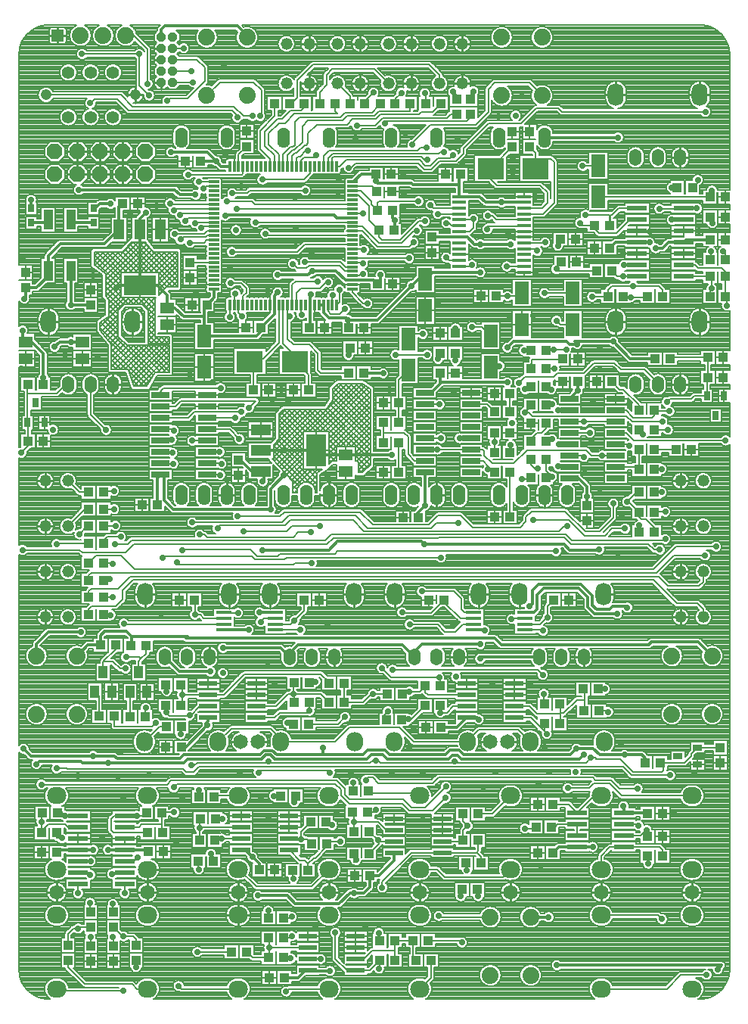
<source format=gtl>
G04 DipTrace 3.3.0.0*
G04 typhoon.GTL*
%MOIN*%
G04 #@! TF.FileFunction,Copper,L1,Top*
G04 #@! TF.Part,Single*
%AMOUTLINE0*
4,1,4,
0.026163,-0.026163,
0.026205,0.026121,
-0.026121,0.026205,
-0.026163,-0.026163,
0.026163,-0.026163,
0*%
%AMOUTLINE1*
4,1,8,
-0.034184,0.014159,
-0.014159,0.034184,
0.014159,0.034184,
0.034184,0.014159,
0.034184,-0.014159,
0.014159,-0.034184,
-0.014159,-0.034184,
-0.034184,-0.014159,
-0.034184,0.014159,
0*%
%AMOUTLINE2*
4,1,8,
0.008698,-0.021,
0.021,-0.008698,
0.021,0.008698,
0.008698,0.021,
-0.008698,0.021,
-0.021,0.008698,
-0.021,-0.008698,
-0.008698,-0.021,
0.008698,-0.021,
0*%
%AMOUTLINE5*
4,1,4,
-0.006,-0.0235,
-0.006,0.0235,
0.006,0.0235,
0.006,-0.0235,
-0.006,-0.0235,
0*%
%AMOUTLINE8*
4,1,4,
0.0235,-0.006,
-0.0235,-0.006,
-0.0235,0.006,
0.0235,0.006,
0.0235,-0.006,
0*%
G04 #@! TA.AperFunction,Conductor*
%ADD13C,0.012*%
%ADD14C,0.007*%
G04 #@! TA.AperFunction,CopperBalancing*
%ADD15C,0.008*%
%ADD16C,0.01*%
%ADD20R,0.03937X0.043307*%
%ADD23R,0.062992X0.098425*%
%ADD24R,0.043307X0.03937*%
%ADD26R,0.059055X0.051181*%
%ADD27R,0.03937X0.086614*%
%ADD29R,0.027559X0.033465*%
G04 #@! TA.AperFunction,ComponentPad*
%ADD32O,0.085X0.075*%
%ADD33C,0.065*%
%ADD34O,0.075X0.085*%
%ADD35C,0.074*%
%ADD36C,0.052*%
%ADD38R,0.11811X0.094488*%
%ADD39R,0.03937X0.055118*%
G04 #@! TA.AperFunction,ComponentPad*
%ADD40C,0.055433*%
%ADD41C,0.047559*%
%ADD42R,0.059055X0.015748*%
%ADD43R,0.086614X0.023622*%
%ADD44R,0.047992X0.087992*%
%ADD45R,0.141732X0.086614*%
%ADD46R,0.08X0.026*%
%ADD47R,0.027559X0.03937*%
%ADD48R,0.087992X0.047992*%
%ADD49R,0.086614X0.141732*%
%ADD50R,0.07874X0.023622*%
%ADD51R,0.03937X0.027559*%
%ADD52R,0.087X0.024*%
%ADD53R,0.070866X0.015748*%
G04 #@! TA.AperFunction,ComponentPad*
%ADD56O,0.055X0.09*%
%ADD58O,0.054X0.074*%
%ADD59O,0.07X0.1*%
G04 #@! TA.AperFunction,ViaPad*
%ADD60C,0.02778*%
G04 #@! TA.AperFunction,ComponentPad*
%ADD138OUTLINE0*%
%ADD139OUTLINE1*%
%ADD140OUTLINE2*%
%ADD143OUTLINE5*%
%ADD146OUTLINE8*%
%FSLAX26Y26*%
G04*
G70*
G90*
G75*
G01*
G04 Top*
%LPD*%
X879103Y1069000D2*
D13*
X805701D1*
Y1451680D2*
X1138548D1*
X1155427Y1468559D1*
X1482512D1*
X1500974Y1487021D1*
X1522334D1*
X1540796Y1468559D1*
X1947349D1*
X1967432Y1488642D1*
X2014931D1*
X2035013Y1468559D1*
X2305956D1*
X2323369Y1485972D1*
X2345034D1*
X2362448Y1468559D1*
X2883755D1*
X2903225Y1488029D1*
X2941342Y1081537D2*
X2941304Y1081500D1*
X2873103D1*
X2791603D1*
X2766603Y1056500D1*
X3459382Y3756500D2*
X3354103D1*
X3341603Y3744000D1*
X2171843Y2531579D2*
Y2541815D1*
X2158968D1*
X2203621Y2586469D1*
Y2731260D1*
X2202103Y2729741D1*
Y2731500D1*
X2839603Y2705194D2*
X2879103D1*
X2916603Y2667694D1*
Y2626345D1*
Y2585929D1*
X3219063Y3718364D2*
X3250104D1*
X3275741Y3744000D1*
X3341603D1*
X805701Y1451680D2*
X693214D1*
X685294Y1459600D1*
X503124D1*
X489977Y1446453D1*
X521032Y3148138D2*
Y3119000D1*
X2970286Y2391382D2*
Y2389584D1*
X2841091D1*
X2816281Y2414394D1*
X2198331D1*
X2185604Y2427121D1*
X1817744D1*
X1779111Y2388487D1*
X1487569D1*
Y2691682D2*
X1491960D1*
Y2723333D1*
X1479103Y2736190D1*
X1380450Y2786251D2*
X1389937D1*
X1439998Y2736190D1*
X1479103D1*
X541603Y3619000D2*
Y3595148D1*
X490454Y3544000D1*
X441603D1*
Y3501357D1*
X436280Y3496034D1*
X428520Y3356345D2*
Y3319583D1*
X441603Y3306500D1*
X468153D1*
X521032Y3253621D1*
Y3119000D1*
X879103Y1069000D2*
X974674D1*
X983138Y1060535D1*
X541603Y3619000D2*
Y3683623D1*
X595654Y3737675D1*
X791260D1*
X854103Y3800517D1*
Y3900024D1*
X869634Y3915555D1*
X1424996Y2038064D2*
X1316129D1*
X1314929Y2036865D1*
X3093991Y2135680D2*
X3088553Y2141118D1*
X3029272D1*
X3016764Y2128609D1*
X2958027D1*
X2940079Y2146556D1*
Y2187346D1*
X2888412Y2239013D1*
X2703500D1*
X2674676Y2210189D1*
Y2152539D1*
X2664343Y2142206D1*
X2465290Y2035610D2*
X2464034Y2036865D1*
X2414929D1*
X1204103Y1019000D2*
D14*
Y983298D1*
X1205624Y981777D1*
X1172891Y1440919D2*
X1187612D1*
X1199344Y1452651D1*
X1506575D1*
Y1458761D1*
X1511393D1*
Y1450609D1*
X1960599D1*
X1972113Y1462123D1*
X1986154D1*
Y1471831D1*
X2006932Y1451052D1*
X2333767D1*
Y1458932D1*
X2346594D1*
Y1451306D1*
X2389210D1*
X2389897Y1451992D1*
X2913122D1*
X2934440Y1473310D1*
X2956975D1*
Y1468760D1*
X3064305D1*
X3121138Y1411927D1*
X3245801D1*
X3253515Y1419640D1*
Y1434105D1*
X3238671Y1448949D1*
Y1452433D1*
X1566603Y1306500D2*
X1536815D1*
X1951115Y1235167D2*
X1975573D1*
X1986154Y1245748D1*
X2216603Y669000D2*
X2356322D1*
X2365284Y660038D1*
X2360150Y864112D2*
Y887547D1*
X2366603Y894000D1*
X2036342Y1755171D2*
X1973834D1*
X1965370D1*
X1929200Y1719000D1*
X1846032D1*
X2966603Y1777340D2*
X2994771D1*
X1349674Y619000D2*
X1199460D1*
X1845626Y1803134D2*
Y1719406D1*
X1846032Y1719000D1*
X3238671Y1452433D2*
X3345290D1*
X3375981Y1483123D1*
Y1490681D1*
X3404103Y1518803D1*
X3503906D1*
X3504103Y1519000D1*
X674377Y1069000D2*
D13*
X740523D1*
Y1482148D2*
X833196D1*
X844714Y1470630D1*
X1122431D1*
X1138592Y1486791D1*
X1202933D1*
Y1489143D1*
X1475978D1*
X1492870Y1506035D1*
X1529365D1*
X1548609Y1486791D1*
X1753552D1*
X1928313D1*
X1948370Y1506849D1*
X2025844D1*
X2045902Y1486791D1*
X2291583D1*
X2311391Y1506600D1*
X2352779D1*
X2372587Y1486791D1*
X2842856D1*
X2870487Y1514423D1*
X2944083D1*
X2971714Y1486791D1*
X3081280D1*
X3077864Y1261373D2*
X3079103Y1260133D1*
Y1231500D1*
X3081280Y1486791D2*
X3158537D1*
X3174073Y1471256D1*
Y1454764D1*
X3171742Y1452433D1*
X3079103Y1231500D2*
X3179544D1*
X3181914Y1229130D1*
X3136877Y3744000D2*
X3041603D1*
X3016603Y3719000D1*
X2202103Y3081500D2*
X2229103D1*
X2270638Y3123035D1*
Y3127556D1*
Y3169000D1*
X2839603Y3055194D2*
X2875713Y3091304D1*
Y3130194D1*
X2875067D1*
X2872546Y3296571D2*
X2861735Y3307382D1*
X3031968D1*
X3107849Y3231500D1*
X3216603D1*
X2872546Y3296571D2*
X2839032D1*
X2826662Y3308941D1*
X2594044D1*
X2565162Y3280059D1*
Y3127556D2*
X2270638D1*
X3191603Y3744000D2*
X3136877D1*
X740523Y1482148D2*
X464983D1*
X433741Y1513391D1*
X570244Y3283755D2*
X592793Y3306303D1*
X691603D1*
X641616D1*
Y3469000D2*
X729103D1*
X641603D2*
Y3619000D1*
X674377Y1069000D2*
X590922D1*
X579846Y1057924D1*
X1753552Y1486791D2*
Y1500843D1*
X1751565Y1498856D1*
Y1517940D1*
X1474133Y2114860D2*
X1504275D1*
X1505498Y2113636D1*
X1543276D1*
X2643276D2*
X2682545D1*
X2697527Y2128618D1*
Y2192793D1*
X2724712Y2219978D1*
X2880255D1*
X2920151Y2180081D1*
Y2139293D1*
X2950412Y2109030D1*
X3049939D1*
X1341603Y3469000D2*
D14*
Y3415822D1*
X1366603Y2970984D2*
X1241603D1*
X1882941Y3734748D2*
X1671597D1*
X1638815Y3701966D1*
X1351482D1*
X1297608Y2821728D2*
X1296864Y2820984D1*
X1241603D1*
X1361288Y3469000D2*
Y3513685D1*
X1366603Y3519000D1*
X1393713Y2997539D2*
X1185759D1*
X1159204Y2970984D1*
X1037603D1*
X1380973Y3469000D2*
Y3434424D1*
X1395897Y3419500D1*
X1426779Y3015958D2*
X1457011Y3046190D1*
X1127691D1*
X1102485Y3020984D1*
X1037603D1*
X1400658Y3469000D2*
Y3507744D1*
X1414969Y3522055D1*
Y3541651D1*
X1391563Y3565056D1*
X1345297D1*
X1301423Y3102467D2*
X1049310D1*
X1038685Y3091843D1*
Y3087539D1*
X1037603Y3088622D1*
Y3070984D1*
X3212567Y2644000D2*
X3244901D1*
Y2745501D2*
X3243399Y2744000D1*
X3212567D1*
X3268351Y3041018D2*
X3281494Y3054161D1*
X3375239D1*
X3389192Y3068114D1*
X3445737D1*
Y3145870D1*
X3449674Y3149807D1*
Y3237307D1*
X3289339D1*
X3283532Y3231500D1*
X2670638Y3028219D2*
Y3022314D1*
X2643852Y2995528D1*
Y3096643D2*
X2658801D1*
X2670638Y3108480D1*
X2643852Y2995528D2*
X2659122D1*
X2675078Y2979572D1*
X3090895D1*
X3115002Y2955466D1*
X3249259D1*
X3079103Y1181500D2*
X3137905D1*
X3143524Y1175881D1*
X3139990Y1338474D2*
X3058933D1*
X3022033Y1375374D1*
X2953667D1*
X2941319Y1387722D1*
X2262575D1*
X2237158Y1362304D1*
X1996890D1*
X1971473Y1387722D1*
X1953952D1*
X1941713Y1375483D1*
X1929373Y3604457D2*
X1920881D1*
X1913377Y3596953D1*
X1882941D1*
X1272705Y3656008D2*
X1168675D1*
X1167663Y3654997D1*
X3341603Y3894000D2*
X3401171D1*
X3405226Y4019172D2*
Y4009831D1*
X3381477Y3986081D1*
X3043603Y2805194D2*
X2984271D1*
X2937674D1*
X2913268Y2829600D1*
X2651532D1*
X2593810Y2771878D1*
X2498180D1*
X2464344Y2805714D1*
Y2824539D1*
X2457384Y2831500D1*
X2406103D1*
X3235672Y3892205D2*
X3339807D1*
X3341603Y3894000D1*
X2202103Y2831500D2*
X2257779D1*
X2406103D1*
X2212065Y3249101D2*
X2072873D1*
X2132777Y3674416D2*
X2128807Y3678386D1*
X2126115Y3675693D1*
X1882941D1*
X2066504Y1106500D2*
X2000325D1*
X1996807Y1110017D1*
X1957534Y1149290D1*
X2000325Y1106500D2*
Y1096567D1*
X1955439Y1051681D1*
X1948576Y3475280D2*
X1931053D1*
X1882941Y3523391D1*
Y3537898D1*
X1460402Y1650299D2*
X1539132D1*
X1561716Y1672883D1*
X1685242D1*
X1693153Y1680794D1*
X1719823Y1809487D2*
X1691616D1*
Y1805584D1*
X1691603Y1805571D1*
Y1718071D2*
Y1680794D1*
X1693153D1*
X1673418Y3658067D2*
X1829432D1*
X1852097Y3635402D1*
X1882020D1*
X1882941Y3636323D1*
X784366Y1851802D2*
Y1897510D1*
X839346Y1952490D1*
Y1970881D1*
X784366Y1897510D2*
X827113D1*
X857985Y1866639D1*
X882998D1*
X1373618Y3891110D2*
X1881823D1*
X1882941Y3892228D1*
X940482Y1850161D2*
Y1899672D1*
X951133Y1910323D1*
X973947Y1933136D1*
Y1969560D1*
X1882941Y3911913D2*
X1452175D1*
X1440608Y3923480D1*
X1328612D1*
X884613Y1917324D2*
X944132D1*
X951133Y1910323D1*
X1882941Y3951283D2*
X1908534D1*
X1956171Y3903647D1*
Y3839995D1*
X1998231Y3797934D1*
Y3769728D1*
X2012912Y3755047D1*
X2093099D1*
X2175157Y3837105D1*
X2201981D1*
X2479776Y3861835D2*
X2499479D1*
X2517779Y3843535D1*
X2639536D1*
X1882941Y3970969D2*
X1921070D1*
X1967437Y3924602D1*
Y3912681D1*
X1994191Y3885928D1*
Y3918072D1*
X2001244Y3925126D1*
X2174507D1*
X2477760Y3802009D2*
Y3815627D1*
X2637218D1*
X2639536Y3817945D1*
X2354103Y3792354D2*
X2400558D1*
X2415638Y3807434D1*
Y3846937D1*
X2416603D1*
Y3833400D1*
X2406468Y3843535D1*
X2354103D1*
X1814044Y4079236D2*
X1826839D1*
X1854646Y4107043D1*
X2178008D1*
X2202029Y4083022D1*
X2227692D1*
X2261247Y4116577D1*
X2313162D1*
X2326155Y4129571D1*
X1794359Y4079236D2*
Y4114745D1*
X1800870Y4121257D1*
X1900045D1*
X1899524Y4120736D1*
X2126248D1*
X2125727Y4121257D1*
X2186947D1*
X2200063Y4108140D1*
X2212343D1*
X2226847Y3908266D2*
X2240397Y3894717D1*
X2354103D1*
Y3817945D2*
X2319557D1*
X2308667Y3828835D1*
X2296218D1*
X2287621Y4141705D2*
X2269649D1*
X2263460Y4135516D1*
X1795618D1*
X1774674Y4114571D1*
Y4079236D1*
X1754989D2*
Y4124612D1*
X1780197Y4149820D1*
X2170943D1*
X2182462Y4161340D1*
X2209411D1*
X2259071Y3869126D2*
X2354103D1*
X1272705Y4010339D2*
X1206146D1*
X1090548Y4599172D2*
X1138351D1*
X1272705Y3990654D2*
X1235894D1*
X1226096Y3980856D1*
X1173217Y4496719D2*
X1170763Y4499172D1*
X1090548D1*
X1272705Y3754433D2*
X1240628D1*
X1228475Y3742281D1*
X1167021D1*
X1066895Y4366865D2*
X1076783Y4376753D1*
X1156385D1*
X1233019Y4453388D1*
Y4513707D1*
X1197554Y4549172D1*
X1090548D1*
X1400658Y4079236D2*
Y4048618D1*
X1394633Y4042593D1*
X1158391D1*
X986712Y4391159D2*
X942899Y4434971D1*
Y4573672D1*
X691241D1*
X787567Y2331500D2*
X822479D1*
X825594Y2328386D1*
X1189015Y3828524D2*
X1193664Y3833173D1*
X1272705D1*
Y3813488D2*
X1221436D1*
X1217489Y3809541D1*
X812062Y2261483D2*
X817045Y2256500D1*
X787567D1*
X1272705Y3793803D2*
X1241336D1*
X1228592Y3781060D1*
X1099846D1*
X825599Y2181622D2*
X825477Y2181500D1*
X787567D1*
Y2106500D2*
X813289D1*
X817090Y2102699D1*
X1124634Y3756664D2*
X1134970Y3767000D1*
X1234861D1*
X1241979Y3774118D1*
X1272705D1*
Y3911913D2*
X1083510D1*
X1079436Y3915988D1*
X831944Y2649657D2*
X793225D1*
X787567Y2644000D1*
X1272705Y3892228D2*
X1110712D1*
X1108185Y3894755D1*
X1099188Y3885757D1*
X1095154D1*
X832667Y2568812D2*
X787380D1*
X787567Y2569000D1*
X1272705Y3872543D2*
X1130532D1*
X1122890Y3864903D1*
X837978Y2496080D2*
X789647D1*
X787567Y2494000D1*
X1272705Y3852858D2*
X1160537D1*
X1146096Y3838417D1*
X861402Y2447588D2*
X803964D1*
X787567Y2431192D1*
Y2419000D1*
X2854103Y3520899D2*
X2728932D1*
X2732037Y3743705D2*
X2729506Y3741173D1*
X2639536D1*
X2354103Y3664402D2*
X2309452D1*
X2295823Y3678030D1*
X2193006Y3340325D2*
X2150428D1*
X2129103Y3319000D1*
X2729103Y1623992D2*
Y1590277D1*
X2739712Y1579668D1*
X2726212Y1756134D2*
Y1714383D1*
X2729103Y1711492D1*
X2597902Y1650299D2*
X2669080D1*
X2729103Y1590277D1*
X1882941Y3715063D2*
X1929874D1*
X1933776Y3711161D1*
X2060294Y1861976D2*
Y1863010D1*
X2698254D1*
X2721576Y1839688D1*
X815710Y3913715D2*
D13*
X768569D1*
X748853Y3894000D1*
X741603D1*
X2516603Y3508399D2*
D14*
X2566222D1*
X2616603D1*
X2629103Y3520899D1*
X2639536Y3638811D2*
X2563378D1*
X2562878Y3638311D1*
X2566222Y3507150D2*
Y3508399D1*
X1620898Y978860D2*
Y943966D1*
X1622964Y941900D1*
X1627347Y1278526D2*
Y1300315D1*
X1633532Y1306500D1*
X1655729Y1116146D2*
X1652874Y1119000D1*
X1604103D1*
X1655729Y1116146D2*
X1606957D1*
X1604103Y1119000D1*
X1655729Y1116146D2*
X1681372D1*
X1701548Y1095970D1*
X1655729Y1116146D2*
Y1147227D1*
X1700055Y1191554D1*
X466603Y3894000D2*
D13*
Y3930997D1*
X1512174Y594000D2*
D14*
X1441603D1*
X1416603Y619000D1*
X1685304Y637799D2*
X1515859D1*
X1511376Y801669D2*
Y769798D1*
X1512174Y769000D1*
X1515859Y637799D2*
Y677815D1*
X1512174Y681500D1*
X1515859Y637799D2*
Y597685D1*
X1512174Y594000D1*
X1886075Y1328882D2*
Y1363059D1*
X1887771Y1364755D1*
X1888567Y1191820D2*
Y1151328D1*
X1890605Y1149290D1*
X1888567Y1191820D2*
Y1230785D1*
X1884185Y1235167D1*
X1899566Y1024168D2*
X1890679Y1015281D1*
X1888510Y1017450D1*
Y1051681D1*
X2066504Y1156500D2*
X2033067D1*
X1997747Y1191820D1*
X1888567D1*
X1623079Y1622909D2*
X1597087D1*
Y1626921D1*
X1623079Y1754171D2*
X1624674Y1752576D1*
Y1718071D1*
X1623079Y1754171D2*
Y1803976D1*
X1624674Y1805571D1*
X1623079Y1754171D2*
X1599171D1*
X1545300Y1700299D1*
X1460402D1*
X1623079Y1754171D2*
X1743932D1*
X1779103Y1719000D1*
X2099513Y1642173D2*
X2126695D1*
X2128655Y1644134D1*
X2134582Y1765979D2*
X2114079D1*
X2103271Y1755171D1*
X2134582Y1765979D2*
X2178578D1*
X2204103Y1791504D1*
X2128655Y1644134D2*
X2144233D1*
X2204103Y1704004D1*
X2385304Y1750299D2*
X2216784D1*
X2204103Y1762980D1*
Y1791504D1*
X2597902Y1700299D2*
X2664401D1*
X2695353Y1669346D1*
X2799498D1*
Y1671503D1*
Y1708026D1*
X2796032Y1711492D1*
X2799498Y1669346D2*
Y1627458D1*
X2796032Y1623992D1*
X2799498Y1671503D2*
X2814189D1*
X2871819Y1729133D1*
X2906533D1*
Y1770480D1*
X2899674Y1777340D1*
X2906533Y1729133D2*
X2907511D1*
Y1685731D1*
X2901788Y1680008D1*
X1247804Y1750299D2*
X1132773D1*
X1131647Y1751425D1*
X1125720Y1578207D2*
Y1606094D1*
X1130370Y1610745D1*
X1131647Y1751425D2*
Y1791392D1*
X1127189Y1795850D1*
X1131647Y1751425D2*
Y1709626D1*
X1127189Y1705168D1*
X1778697Y1803134D2*
Y1807806D1*
X1743840Y1842663D1*
X1407546D1*
X1315183Y1750299D1*
X1247804D1*
X1391504Y1169000D2*
X1211814D1*
X1208954Y1166140D1*
X1206481Y1332406D2*
Y1304245D1*
X1204700Y1302465D1*
X1258932Y1051339D2*
X1271032Y1039239D1*
Y1019000D1*
X1208954Y1166140D2*
Y1202290D1*
X1213164Y1206500D1*
X1208954Y1166140D2*
Y1111352D1*
X1208138Y1110535D1*
X2758532Y1169000D2*
X2774776D1*
X2787276Y1181500D1*
X2873103D1*
Y1131500D2*
Y1181500D1*
X766259Y1657096D2*
Y1745894D1*
X746965Y1765188D1*
X2071032Y669000D2*
X2149674D1*
Y594000D1*
X2162174Y581500D1*
X2071032D2*
Y623421D1*
Y669000D1*
X1897902Y587799D2*
X1932890D1*
X1968512Y623421D1*
X2071032D1*
X2808138Y3230194D2*
X2791540D1*
X2789440Y3228094D1*
X2674115D1*
Y3207278D1*
X2670638Y3210755D1*
Y3188743D1*
X3145638Y3006500D2*
Y3028311D1*
X3077461Y3096488D1*
X3058773D1*
X3025067Y3130194D1*
X902197Y1656093D2*
Y1762664D1*
X903080Y1763547D1*
X2670638Y2867697D2*
X2658049D1*
X2694889Y2904537D1*
X2715691D1*
X2737567Y2926413D1*
Y2947958D1*
X3136877Y3894000D2*
X3057873D1*
X3027554Y3863681D1*
X3021718D1*
X3019013Y3866386D1*
Y3819000D1*
X3016603D1*
X3043603Y2955194D2*
X2903305D1*
X2839603D1*
Y2805194D2*
X2896986D1*
X2903305Y2798875D1*
Y2953877D2*
Y2955194D1*
X3016603Y3819000D2*
Y3865937D1*
X2910212D1*
X3212567Y2919000D2*
X3273370D1*
X3279741Y3000718D2*
X3218349D1*
X3212567Y3006500D1*
X3043603Y3005194D2*
Y3003501D1*
X3088506D1*
X3119819Y2972188D1*
X3202423D1*
X3212567Y2982332D1*
Y3006500D1*
X2839603Y2755194D2*
Y2757402D1*
X2789979D1*
X2761843Y2877058D2*
X2752482Y2867697D1*
X2737567D1*
X2761843Y3031764D2*
X2758298Y3028219D1*
X2737567D1*
X3526311Y3594000D2*
Y3613795D1*
X3509458Y3630648D1*
X3406532D1*
X3393180Y3644000D1*
X3341603D1*
X3525067Y3506500D2*
Y3592756D1*
X3526311Y3594000D1*
X3043603Y2905194D2*
X3089050D1*
X3122512Y2871732D1*
X3527239D1*
X3533028Y3465996D2*
Y3498539D1*
X3525067Y3506500D1*
X2639536Y3894717D2*
X2718255D1*
X2742239Y3918701D1*
Y3963853D1*
X2711046Y3995046D1*
X2518474D1*
X2491603Y4021917D1*
Y4069000D1*
X2491996D1*
X2587105Y4164109D1*
X2639536Y3869126D2*
X2723293D1*
X2771899Y3917732D1*
Y4097864D1*
X2756693Y4113070D1*
X2735300D1*
X2691230Y4069000D1*
Y4136714D1*
X2663835Y4164109D1*
X3341603Y3594000D2*
X3459382D1*
X3458138Y3506500D2*
Y3533251D1*
X3465775Y3540887D1*
X3463979Y3703654D2*
Y3673689D1*
X3459290Y3669000D1*
X3465775Y3540887D2*
Y3587608D1*
X3459382Y3594000D1*
X3308138Y2831500D2*
X3212567D1*
X3145638Y2744000D2*
Y2831500D1*
X3043603Y2755194D2*
X3134444D1*
X3145638Y2744000D1*
X512174Y1144000D2*
Y1152398D1*
Y1192256D1*
Y1227071D1*
X516603Y1231500D1*
X674377Y1169000D2*
X629103D1*
X616603Y1181500D1*
X541276D1*
X512174Y1152398D1*
X2202103Y2881500D2*
X2272654D1*
X2294805Y1346732D2*
X2201629Y1253556D1*
X2144582D1*
X2107621Y1290517D1*
X1868019D1*
X1848452Y1310084D1*
Y1339046D1*
X1813541Y1373957D1*
X1084094D1*
X1066562Y1356425D1*
X512174D1*
X674377Y1219000D2*
X596032D1*
X583532Y1231500D1*
Y1244000D1*
X591603D1*
X616603Y1219000D1*
X602339Y1119953D2*
X578924D1*
Y1143822D1*
X579103Y1144000D1*
X674377Y1019000D2*
X729103D1*
X2839603Y3005194D2*
X2790411D1*
X2824645Y3271951D2*
X2769065D1*
X2740519D1*
X2737567Y3269000D1*
Y3188743D2*
X2773525D1*
X2406103Y3031500D2*
X2474674D1*
X2508138Y2998035D1*
X2020638Y2949945D2*
Y2904428D1*
Y2862445D1*
X2202103Y2781500D2*
X2157779D1*
X2128779Y2810500D1*
Y2886660D1*
X2111011Y2904428D1*
X2020638D1*
X2087567Y2731500D2*
Y2862445D1*
Y2949945D2*
Y3037445D1*
Y3139669D1*
X2129103Y3181205D1*
X2279103Y1106500D2*
X2366603D1*
X2370638Y1110535D1*
Y1154446D1*
X2390680Y1174488D1*
X2387685Y979895D2*
Y1005988D1*
X2383138Y1010535D1*
X2436784Y864934D2*
X2433532Y868186D1*
Y894000D1*
X2390680Y1174488D2*
Y1175521D1*
X2370638Y1195563D1*
Y1227465D1*
X3526220Y3669000D2*
Y3694987D1*
X3517504Y3703702D1*
X3468458Y3829178D2*
Y3847639D1*
X3459597Y3856500D1*
X3467641Y3972230D2*
X3458138Y3962727D1*
Y3944000D1*
X2966603D1*
X879103Y1169000D2*
X941603D1*
X954103Y1181500D1*
X1041603D1*
Y1160782D1*
Y1231500D1*
X1046032Y1144000D2*
Y1156353D1*
X1041603Y1160782D1*
X2406103Y2881500D2*
X2354716D1*
X2293616Y1298073D2*
X2235689Y1240147D1*
X2134322D1*
X2103734Y1270735D1*
X1868804D1*
X1831629Y1307909D1*
Y1333976D1*
X1807592Y1358013D1*
X1109366D1*
X1094885Y1343531D1*
X1097781Y1233472D2*
X1043575D1*
X1041603Y1231500D1*
X879103Y1219000D2*
X932191D1*
X962174D1*
X974674Y1231500D1*
X935595Y1035718D2*
X918877Y1019000D1*
X879103D1*
X979103Y1144000D2*
X828741D1*
X818793Y1153948D1*
Y1203940D1*
X833853Y1219000D1*
X879103D1*
X2406103Y2781500D2*
X2458138D1*
X2481158Y2758480D1*
X2508138Y2731500D1*
X2481158Y2758480D2*
Y2743480D1*
X2580246Y2852364D2*
Y2824178D1*
X2575067Y2819000D1*
X2577788Y2535228D2*
Y2731500D1*
X2575067D1*
X2508138Y2819000D2*
Y2866304D1*
Y2906500D1*
X2530651Y3199227D2*
X2526748Y3195324D1*
X2491603D1*
X2202103Y3031500D2*
X2265431D1*
X2266741Y3030190D1*
X2260817Y3230955D2*
Y3246678D1*
X2270638Y3256500D1*
X3008138Y3506500D2*
Y3534984D1*
X3024642Y3551488D1*
X3120932D1*
X3233731D1*
X3250067Y3535152D1*
Y3506500D1*
X3078688Y3643366D2*
X3136244D1*
X3136877Y3644000D1*
X2839603Y2905194D2*
Y2906307D1*
X2929344D1*
X2938826Y3504445D2*
X2940881Y3506500D1*
X3008138D1*
X3136877Y3594000D2*
X3075380D1*
X3050067D1*
X3025067Y3619000D1*
X3108020Y3501886D2*
X3103406Y3506500D1*
X3075067D1*
X3108020Y3501886D2*
X3178524D1*
X3183138Y3506500D1*
X1558138Y3469000D2*
Y3300669D1*
X1489071Y3231602D1*
X1431092D1*
Y3219000D1*
X1447452Y3094000D2*
Y3202640D1*
X1431092Y3219000D1*
X729103Y644000D2*
Y682597D1*
X728012Y683688D1*
X726563Y835105D2*
Y796539D1*
X729103Y794000D1*
X727288Y958992D2*
X717280Y969000D1*
X674377D1*
X3183138Y1039965D2*
Y1011241D1*
X3186440Y1007940D1*
X3179364Y1156539D2*
Y1131239D1*
X3183138Y1127465D1*
X3079103Y1131500D2*
X3154325D1*
X3179364Y1156539D1*
X2575067Y3077465D2*
Y2998035D1*
X2337567Y3256500D2*
Y3223320D1*
X2336515Y3365168D2*
Y3345052D1*
X2337567Y3344000D1*
X674377Y919000D2*
Y877827D1*
X673676Y877126D1*
Y722085D2*
X678662Y727071D1*
X729103D1*
X673676Y722085D2*
X654115D1*
X629103Y697073D1*
Y648429D1*
X829103Y644000D2*
Y682576D1*
X827267Y684412D1*
X826542Y830759D2*
Y796560D1*
X829103Y794000D1*
X823645Y961891D2*
X830754Y969000D1*
X879103D1*
Y919000D2*
Y877521D1*
X873634Y688034D2*
X868139D1*
X829103Y727071D1*
X873634Y688034D2*
X915655D1*
X929103Y674587D1*
Y648429D1*
X2854103Y3383104D2*
X2798756D1*
X2782370Y3399490D1*
X2781283Y3626883D2*
Y3635579D1*
X2804103Y3658399D1*
X2788355Y3728612D2*
X2799674Y3739930D1*
Y3758399D1*
X2958138Y3619000D2*
X2789166D1*
X2781283Y3626883D1*
X2643276Y2062455D2*
X2710848D1*
X2742617Y2094224D1*
Y2140979D1*
X2770638Y2169000D1*
X2742617Y2094224D2*
Y2091543D1*
X466603Y3831008D2*
D13*
X528807D1*
X541603Y3843803D1*
X741603Y3831008D2*
X654398D1*
X641603Y3843803D1*
X1577823Y3469000D2*
D14*
Y3297093D1*
X1630720Y3244197D1*
Y3219000D1*
X1689381Y3094000D2*
Y3160339D1*
X1630720Y3219000D1*
X1543276Y2062455D2*
X1611091D1*
X1627678Y2079042D1*
X1670638Y2122003D1*
Y2169000D1*
X2101659Y2115081D2*
X2109448Y2107293D1*
X2114473Y2112318D1*
X2230885D1*
X2287567Y2169000D1*
Y2158818D1*
X2358339Y2088046D1*
X2414929D1*
X1188121Y2103820D2*
X1211771D1*
X1227545Y2088046D1*
X1314929D1*
X1188121Y2103820D2*
Y2168446D1*
X1187567Y2169000D1*
X2722874Y2033633D2*
X2719642Y2036865D1*
X2643276D1*
X1654174Y2037751D2*
X1544162D1*
X1543276Y2036865D1*
X2134611Y2061731D2*
X2258689D1*
X2290935Y2029486D1*
X2335027D1*
X2367996Y2062455D1*
X2414929D1*
X875408Y2065181D2*
X878136Y2062455D1*
X1314929D1*
X1579103Y681500D2*
X1607973D1*
X1614977Y688504D1*
Y773776D2*
X1610201Y769000D1*
X1579103D1*
X1742779Y587799D2*
X1685304D1*
X1825101Y3536000D2*
Y3480059D1*
X1814044Y3469000D1*
X2279103Y1056500D2*
X2431722D1*
X2450067Y1038155D1*
Y1010535D1*
X2431722Y1056500D2*
Y1058804D1*
X2437567Y1064650D1*
Y1110535D1*
X1774674Y3469000D2*
Y3441059D1*
X1787760Y3427972D1*
X1827680D1*
X1850097Y3450390D1*
X2014277Y902285D2*
Y929272D1*
X2141506Y1056500D1*
X2279103D1*
X1597508Y3469000D2*
Y3418974D1*
Y3318785D1*
X1622293Y3294000D1*
X1693416D1*
X1730916Y3256500D1*
Y3181500D1*
X1743416Y3169000D1*
X1866603D1*
X1597508Y3418974D2*
X1606411D1*
X1675436Y3972215D2*
X1430217D1*
X1418284Y3960283D1*
X1353315D1*
X1181212Y4448605D2*
X1180645Y4449172D1*
X1090548D1*
X979783Y4442291D2*
Y4594100D1*
X918920Y4654962D1*
X884065D1*
X2639536Y3715583D2*
X2688475D1*
X2697281Y3706777D1*
X2897340Y4080753D2*
X2965561D1*
X2966603Y4081795D1*
X2354103Y3638811D2*
X2402807D1*
X2409397Y3645400D1*
X2409503Y3370997D2*
X2453725D1*
X2491603Y3333119D1*
X1391504Y1119000D2*
X1305937D1*
X1283532D1*
X1275067Y1110535D1*
X1309901Y1205727D2*
X1309128Y1206500D1*
X1280094D1*
X1882941Y3616638D2*
X1851006D1*
X1825040Y3642604D1*
X1691607D1*
X1680836Y3631833D1*
X1638935D1*
X1620983Y3649785D1*
X1740922Y2495276D2*
X1617811D1*
X1594003Y2471467D1*
X1403002D1*
X1604103Y1069000D2*
X1604779D1*
X1650685Y1023093D1*
X1672655D1*
X1687827Y1007921D1*
Y978860D1*
Y1007509D1*
X1713550Y1033232D1*
X1718335D1*
X1768477Y1083374D1*
Y1095970D1*
Y1106500D1*
X1829103D1*
X1795162Y3511104D2*
X1793255D1*
Y3470104D1*
X1794359Y3469000D1*
X1247804Y1700299D2*
X1208953D1*
X1168531Y1659877D1*
X1075664D1*
X1062126Y1673415D1*
X1060260Y1675281D1*
Y1705168D1*
X1064468Y1766575D2*
X1060260Y1770782D1*
Y1795850D1*
X1656563Y3469000D2*
Y3427727D1*
X1658000Y3426290D1*
X1699391Y2467538D2*
X1643916D1*
X1622136Y2445757D1*
X1241666D1*
X1229376Y2458047D1*
X1209639D1*
X1164737Y1659991D2*
Y1657991D1*
X1168531Y1659877D1*
X454103Y2869000D2*
Y2946756D1*
X450166Y2950693D1*
Y3079096D1*
Y3115063D1*
X454103Y3119000D1*
Y2869000D2*
Y2848121D1*
X423164Y2817182D1*
X428027Y2389862D2*
X681226D1*
X694368Y2376720D1*
X881579D1*
X920436Y2415577D1*
X1770597D1*
X1798012Y2442992D1*
X2260137D1*
X2262716Y2445571D1*
X2815017D1*
X2845448Y2415140D1*
X3187095D1*
X3211322Y2390913D1*
X3237527D1*
X450166Y3079096D2*
X579426D1*
X618739Y3118409D1*
X630678D1*
X1391504Y1069000D2*
D13*
X1409746D1*
X1441889Y1036857D1*
X1471408Y1007337D1*
Y980235D1*
X1685304Y537799D2*
X1675706D1*
X1644407Y506500D1*
X1583532D1*
X2273031Y1608010D2*
X2343015D1*
X2385304Y1650299D1*
X2066504Y1056500D2*
Y1023091D1*
X1998019Y954605D1*
X1958759D1*
X1685304Y537799D2*
Y535110D1*
X1783447D1*
X1890088Y877913D2*
X1932628D1*
X1958759Y904045D1*
Y954605D1*
X2354103Y3766764D2*
X2390420D1*
X2421154Y3736030D1*
X2446420D1*
Y3611849D2*
X2355474D1*
X2354103Y3613220D1*
Y3766764D2*
X2234670D1*
X2234594Y3766840D1*
X2354103Y3613220D2*
X2235823D1*
X2204103Y3581500D1*
X1735304Y3469000D2*
X1754989D1*
Y3433972D1*
X1778856Y3410105D1*
X1855532D1*
X1863823Y3401814D1*
X1867654Y3397983D1*
Y3369531D1*
X1864991Y3246617D2*
X1872007Y3253633D1*
Y3279324D1*
X1863823Y3401814D2*
X1992558D1*
X2143580Y3552836D1*
X2172244Y3581500D1*
X2204103D1*
X2056742Y2807325D2*
X1855255D1*
X1854103Y2808478D1*
X1741817D1*
X1723120Y2827175D1*
X1479103D2*
X1581209D1*
X1723120D1*
X1127999Y1521954D2*
X1149592D1*
X1244338Y1616699D1*
X1236439Y1624598D1*
X1247804Y1635963D1*
Y1650299D1*
X1890088Y877913D2*
Y879907D1*
X1871595D1*
X1824221Y832533D1*
X1631241D1*
X1596809Y866965D1*
X1466420D1*
X1037603Y2720984D2*
X1051750D1*
Y2609596D1*
X1093628Y2567718D1*
X1522949D1*
Y2659081D1*
X1581209Y2717341D1*
X1021767Y2588340D2*
Y2705148D1*
X1037603Y2720984D1*
X1256819Y1854207D2*
X1119880D1*
X1055678Y1918409D1*
X1312015Y1957591D2*
X1566496D1*
X1605678Y1918409D1*
Y1935146D1*
X1641427Y1970895D1*
X2103192D1*
X2155678Y1918409D1*
Y1940954D1*
X2188326Y1973602D1*
X2445933D1*
X2439573Y1642846D2*
X2432120Y1650299D1*
X2385304D1*
X2705678Y1918409D2*
X2454348D1*
X2445933Y1909995D1*
X2446420Y3736030D2*
X2580658D1*
X3053936Y4206402D2*
X2729103D1*
X1538453Y3469000D2*
Y3428350D1*
X1479103Y3369000D1*
X1695933Y3469000D2*
Y3373331D1*
X1691603Y3369000D1*
X2639536Y3920308D2*
X2538768D1*
X2469653D1*
X2444062Y3945899D1*
X2354103D1*
X1882941Y4010339D2*
X1886721D1*
X1921617Y4045235D1*
X1987629D1*
X2061120Y3885928D2*
Y3850520D1*
X2069227Y3842412D1*
X1986289Y4013556D2*
Y4043895D1*
X1987629Y4045235D1*
X2069227Y3842412D2*
Y3802001D1*
X2065160Y3797934D1*
X1882941Y3577268D2*
X1977638D1*
X1992991Y3561915D1*
X2006108D1*
Y3600022D1*
X3493004Y542867D2*
X3510458Y560322D1*
X2784002D1*
X2747642Y772385D2*
X2747258Y772000D1*
X2668103D1*
X3468103Y1922000D2*
Y1922433D1*
X3406689Y1983846D1*
X3199733D1*
X3188519Y1972633D1*
X2538101D1*
X2510529Y2000205D1*
X1148800D1*
X1155655Y2007060D1*
X911217D1*
X887920Y2030357D1*
X789721D1*
X772416Y2013052D1*
Y1970881D1*
X716983D1*
X668103Y1922000D1*
X841603Y3544000D2*
X854103Y3556500D1*
X945087D1*
X2017978Y3166861D2*
X1954515D1*
X1956654Y3169000D1*
X1933532D1*
X1882941Y3577268D2*
X1852002D1*
X1810935Y3618335D1*
X1704723D1*
X1686804Y3600415D1*
X1553653D1*
Y3524622D2*
X1538453Y3509423D1*
Y3469000D1*
X1695933D2*
X1695097D1*
Y3519898D1*
X1698982Y3516013D1*
X1479103Y3369000D2*
Y3350430D1*
X1460172Y3331500D1*
X1229103D1*
X1272705Y3537898D2*
Y3500102D1*
X1241603Y3469000D1*
X1229103Y3331500D2*
Y3418685D1*
Y3456500D1*
X1241603Y3469000D1*
X1229103Y3418685D2*
X1138327D1*
X1100512Y3456500D1*
X1066603D1*
Y3511353D1*
X1021456Y3556500D1*
X945087D1*
Y3800517D2*
Y3556500D1*
Y3800517D2*
Y3849003D1*
X971293Y3875209D1*
X1084254Y4141753D2*
X1241764D1*
X1276315Y4107202D1*
X1281737Y4101781D1*
X1304281Y4079236D1*
X1341603D1*
X1212567Y4102465D2*
X1271578D1*
X1276315Y4107202D1*
X2354103Y3945899D2*
Y3998404D1*
Y4039571D1*
X2358532Y4044000D1*
X2354103Y3998404D2*
X2149286D1*
X2141397Y4006294D1*
X1993552D1*
X1986289Y4013556D1*
X2602088Y4302182D2*
X2600856D1*
X907017Y1969560D2*
X911217Y2007060D1*
X1418103Y4647000D2*
Y4653630D1*
X1374859Y4696874D1*
X1056157D1*
X1040548Y4681265D1*
Y4649172D1*
X3079103Y1081500D2*
D14*
X3235352D1*
X3250067Y1066785D1*
Y1039965D1*
X2979103Y982000D2*
Y1042951D1*
X3017651Y1081500D1*
X3079103D1*
X1379103Y982000D2*
X1383928D1*
X1458887Y907041D1*
X1704143D1*
X1779103Y982000D1*
X1567103Y1544000D2*
Y1557769D1*
X1522927Y1601945D1*
X1349048D1*
X1291103Y1544000D1*
X2391103D2*
Y1548585D1*
X2439328Y1596811D1*
X2614292D1*
X2667103Y1544000D1*
X2179103Y982000D2*
X2256052D1*
X2289292Y948760D1*
X2545863D1*
X2579103Y982000D1*
X2642676Y1162849D2*
X2685452D1*
X2691603Y1169000D1*
X2391103Y1544000D2*
X2153134D1*
X2090223Y1606911D1*
X1869037D1*
X1806126Y1544000D1*
X1567103D1*
X2351229Y2507634D2*
X2252583D1*
X2231237Y2486287D1*
X1950957D1*
X1896285Y2540959D1*
X1603126D1*
X1572676Y2510509D1*
X1175989D1*
X1176545Y2511066D1*
Y2870470D2*
X1241088D1*
X1241603Y2870984D1*
X1037603Y2820984D2*
X1086067D1*
X1089811Y2817240D1*
X1109861Y2333925D2*
X1117708Y2326077D1*
X1285031D1*
X1283943Y2324990D1*
X1623521D1*
X1630546Y2332014D1*
X1703427D1*
X3229103Y3118409D2*
Y3123988D1*
X3169546Y3183545D1*
X3066069D1*
X3036857Y3212756D1*
X2947071D1*
X2901625Y3167310D1*
X2786477D1*
X2770512Y3151345D1*
X2642364D1*
X2616605Y3125587D1*
X2630237Y2702451D2*
X2670638D1*
Y2707175D1*
X2766603Y1269000D2*
X2835603D1*
X2873103Y1231500D1*
X2979103Y1307000D2*
X2948604D1*
X2873103Y1231500D1*
X2179103Y1307000D2*
Y1317042D1*
X1964844D1*
X1953004Y1328882D1*
X2188973Y2207375D2*
X2328382D1*
X2361667Y2174091D1*
Y2128520D1*
X2376550Y2113636D1*
X2414929D1*
X1690008Y1622909D2*
X1819164D1*
X1850361Y1654106D1*
X1379103Y456000D2*
X1129603D1*
X1116603Y469000D1*
X1015485Y1627856D2*
X1000524Y1612895D1*
X833188D1*
Y1657096D1*
X971529Y1693865D2*
X969126Y1691462D1*
Y1656093D1*
X2670638Y2787436D2*
Y2763811D1*
X2687780Y2746669D1*
X2699576D1*
X2831759Y1340408D2*
X2927503D1*
X2947849Y1360755D1*
X3014893D1*
X3068647Y1307000D1*
X3379103D1*
X2979103Y781000D2*
X3229915D1*
X3247104Y763811D1*
X2670638Y3269000D2*
Y3267412D1*
X2638657D1*
X2678260Y2522629D2*
X2836765D1*
X2907360Y2452034D1*
X2995567D1*
X3026903Y2483370D1*
X3084256D1*
X629103Y581500D2*
Y552698D1*
X703827Y477974D1*
X911588D1*
X933562Y456000D1*
X979103D1*
X3009713Y1676097D2*
X3005802Y1680008D1*
X2968717D1*
X579103Y1427010D2*
X626310D1*
X625494Y1426194D1*
X1135075D1*
X1151189Y1410080D1*
X1182601D1*
X1207573Y1435051D1*
X3075541D1*
X3113365Y1397227D1*
X3283063D1*
X3147786Y2496913D2*
X3145298D1*
Y2468660D1*
X3145638Y2469000D1*
X2038496Y1678919D2*
X2021397Y1661819D1*
X2032584Y1650631D1*
Y1642173D1*
X1779103Y456000D2*
X1602427D1*
X1591069Y444642D1*
X1610992Y590482D2*
X1582621D1*
X1579103Y594000D1*
X2437567Y1227465D2*
X2499567D1*
X2579103Y1307000D1*
X2584566Y2085310D2*
X2587301Y2088046D1*
X2643276D1*
X2979103Y456000D2*
X3268393D1*
X3330807Y518415D1*
X3443735D1*
X3162588Y2899010D2*
Y2902050D1*
X3145638Y2919000D1*
X929103Y581500D2*
Y552165D1*
X873210Y447098D2*
X588004D1*
X579103Y456000D1*
X1793159Y1177118D2*
X1766985Y1191554D1*
X1783483Y1408840D2*
X1773689Y1418634D1*
X1477423D1*
X1468559Y1409770D1*
X1478040Y2071881D2*
X1493948Y2087789D1*
Y2088046D1*
X1543276D1*
X1379103Y1307000D2*
X1276164D1*
X1271629Y1302465D1*
X1378685Y2112070D2*
X1320897D1*
X1322464Y2113636D1*
X1314929D1*
X1063441Y1610745D2*
X1032848D1*
X966103Y1544000D1*
X2229103Y581500D2*
Y506000D1*
X2179103Y456000D1*
X3484802Y2404142D2*
X3309578D1*
X3208960Y2303524D1*
X922075D1*
X862084Y2363514D1*
X752653D1*
X720638Y2331500D1*
Y2256500D2*
Y2276871D1*
X732958Y2289192D1*
X3224097D1*
X3300020Y2365114D1*
X3437013D1*
X720638Y2181500D2*
Y2208552D1*
X731537Y2219451D1*
X850076D1*
X902755Y2272130D1*
X3231958D1*
X3273006Y2231083D1*
X3410258D1*
X3429101Y2249927D1*
Y2294000D1*
X720638Y2106500D2*
Y2128602D1*
X734311Y2142276D1*
X839634D1*
X870160Y2172802D1*
Y2212106D1*
X914992Y2256938D1*
X3208217D1*
X3311811Y2153344D1*
X3404347D1*
X3429101Y2128589D1*
Y2094000D1*
X1695933Y4079236D2*
Y4048349D1*
X1668489Y4020904D1*
X1485912D1*
X1441742Y4300824D2*
X1402722D1*
X1361255Y4342291D1*
X914307D1*
X862599Y4394000D1*
X532252D1*
X720638Y2644000D2*
X679103D1*
X629103Y2694000D1*
X720638Y2569000D2*
X704103D1*
X629103Y2494000D1*
X720638D2*
X714498D1*
X679351Y2458853D1*
X720638Y2419000D2*
X581733D1*
X578604Y2415871D1*
X1037603Y2920984D2*
X1089739D1*
X1095151Y2915572D1*
X1134378Y2387862D2*
X1138170Y2391654D1*
X1434209D1*
X1464040Y2361823D1*
X1554575D1*
X1564378Y2371626D1*
X1805536D1*
X1817800Y2383890D1*
X2780377D1*
X729103Y3118409D2*
Y2986003D1*
X797178Y2917928D1*
X835120Y2413959D2*
X832647Y2411487D1*
Y2416432D1*
X893136D1*
X909318Y2432614D1*
X1762231D1*
X1788448Y2458831D1*
X2824490D1*
X2850876Y2432445D1*
X3256632D1*
X3261279Y2437092D1*
Y2557360D2*
X3213427D1*
X3212567Y2556500D1*
X2272971Y2356298D2*
X1594042D1*
X1584600Y2346856D1*
X1451319D1*
X1438066Y2360109D1*
X1053096D1*
X1047343Y2354356D1*
X1086805Y2875202D2*
X1041821D1*
X1037603Y2870984D1*
X3032768Y2594143D2*
Y2531597D1*
X2971281Y2470110D1*
X2908176D1*
X2818882Y2559404D1*
X2671835D1*
X2647318Y2534887D1*
Y2515045D1*
X2621416Y2489143D1*
X2411616D1*
X2358861Y2541898D1*
X2259844D1*
X2218349Y2500403D1*
X1973695D1*
X1917910Y2556188D1*
X1582460D1*
X1563763Y2537491D1*
X1376999D1*
X1304970Y2769723D2*
X1303709Y2770984D1*
X1241603D1*
X2829103Y2496478D2*
X2816103D1*
X2792264Y2472639D1*
X1933678D1*
X1885479Y2520837D1*
X1610197D1*
X1586050Y2496690D1*
X1300624D1*
X1287983Y2484050D1*
X1299983Y2719235D2*
X1298234Y2720984D1*
X1241603D1*
X1775302Y3568018D2*
X1771100Y3572219D1*
X1739290Y3540409D1*
X1656322D1*
X1636878Y3520966D1*
Y3469000D1*
X3438450Y4318919D2*
X2806734D1*
X2790615Y4335038D1*
X2693062D1*
X2624767Y4266743D1*
X2481288D1*
X2371498Y4156953D1*
Y4136122D1*
X2338216Y4102840D1*
X2265928D1*
X2229366Y4066278D1*
X2197971D1*
X2171727Y4092522D1*
X1895066D1*
X1875508Y4072965D1*
X1866352D1*
X1929070Y3869955D2*
X1926482Y3872543D1*
X1882941D1*
Y3833173D2*
X1454910D1*
X1374847Y4293348D2*
X1384221D1*
X1352641Y4324928D1*
X895520D1*
X845377Y4375071D1*
X745091D1*
X727599Y4357579D1*
X1882941Y3774118D2*
X1880618Y3776441D1*
X1504759D1*
X1498015Y3783185D1*
X1475825Y4300455D2*
X1483112Y4307743D1*
Y4414209D1*
X1447780Y4449541D1*
X1298643D1*
X1240103Y4391000D1*
X1882941Y3793803D2*
X1857633D1*
X1882941D2*
X1925491D1*
X1992985Y3726310D1*
X2133280D1*
X2151474Y3744504D1*
X2147317Y4174564D2*
X2144113D1*
X2154012Y4184463D1*
X2148292D1*
X2226267Y4262438D1*
X2425101D1*
X2481720Y4319056D1*
Y4419899D1*
X2509204Y4447383D1*
X2661720D1*
X2718103Y4391000D1*
X490103Y1922000D2*
D13*
Y1976119D1*
X541389Y2027406D1*
X684908D1*
X677340Y3975448D2*
X1100034D1*
X1121432Y3954050D1*
X1190977D1*
X1321318Y3861152D2*
X1324370Y3864205D1*
X1803004D1*
X1814351Y3852858D1*
X1882941D1*
Y3813488D2*
D14*
X1927342D1*
X2000231Y3740598D1*
X2098750D1*
X2154603Y3796451D1*
X2167891D1*
X2263075Y777646D2*
X2268721Y772000D1*
X2490103D1*
X1384515Y2878060D2*
X1341591Y2920984D1*
X1241603D1*
X1093788Y2769144D2*
X1039443D1*
X1037603Y2770984D1*
X2404103Y4375781D2*
X2404897D1*
Y4398913D1*
X2415611Y4409627D1*
X2342264Y4375781D2*
Y4391427D1*
X2326407Y4407285D1*
X2206844Y4356160D2*
Y4395714D1*
X2201403Y4401155D1*
X2070075Y4356160D2*
Y4374663D1*
X2098663Y4403251D1*
X1607322Y4356160D2*
X1613411D1*
X1639189Y4381938D1*
Y4457152D1*
X1709108Y4527071D1*
X2221025D1*
X2266603Y4481493D1*
Y4444000D1*
X1737994Y4356160D2*
Y4406301D1*
X1768482Y4436789D1*
Y4482178D1*
X1793100Y4506797D1*
X1978807D1*
X2041604Y4444000D1*
X1871817Y4356160D2*
Y4388787D1*
X1816604Y4444000D1*
X1937798Y4356160D2*
Y4365479D1*
X1975826Y4403507D1*
X3136877Y3844000D2*
X3105428D1*
X3045540Y3784112D1*
X2970008D1*
X2950676Y3803444D1*
Y3820003D1*
X2949674Y3819000D1*
X2737567Y2787436D2*
X2736241D1*
Y2738727D1*
X2762695Y2712273D1*
X2737567D1*
Y2707175D1*
X2758292Y3095825D2*
X2745637Y3108480D1*
X2737567D1*
X2949674Y3819000D2*
X2897202D1*
X2886347Y3829856D1*
X2839603Y2855194D2*
Y2856247D1*
X2791469D1*
X3314548Y3986081D2*
X3290965D1*
Y3843386D2*
X3320936D1*
X3321550Y3844000D1*
X3341603D1*
X3102019Y2848718D2*
X3107457Y2854156D1*
X3056086D1*
X3055048Y2855194D1*
X3043603D1*
X3093163Y2601866D2*
X3135297Y2644000D1*
X3145638D1*
X3093163Y2601866D2*
X3100272D1*
X3145638Y2556500D1*
X3212567Y2469000D2*
Y2486963D1*
X3175650Y2523881D1*
X3155229D1*
X3145638Y2533471D1*
Y2556500D1*
X1882941Y3990654D2*
X1968506D1*
X1990036Y3969123D1*
X1380973Y4079236D2*
Y4130346D1*
X1417071Y4166445D1*
X1897902Y537799D2*
X1960402D1*
X2004103Y581500D1*
Y549715D1*
X1999664Y545277D1*
X1998675Y703038D2*
Y674428D1*
X2004103Y669000D1*
X1897902Y537799D2*
X1858288D1*
X1807073Y589014D1*
Y703707D1*
X1730726Y3572745D2*
X1632041D1*
X1617193Y3557898D1*
Y3469000D1*
X1656563Y4079236D2*
Y4106354D1*
X1669537Y4119328D1*
X1715314D1*
X1724306Y4128320D1*
X2026733Y4267310D2*
Y4276739D1*
X2387402D1*
X2404103Y4293440D1*
Y4308852D1*
X1636878Y4079236D2*
Y4115862D1*
X1642576Y4121560D1*
X1651311D1*
X1677735Y4147984D1*
X1686389D1*
X1902981Y4258472D2*
X1902082Y4259371D1*
X1982987D1*
X2015798Y4292182D1*
X2146406D1*
X2148204Y4290385D1*
X2298066D1*
X2316533Y4308852D1*
X2342264D1*
X1617193Y4079236D2*
Y4124438D1*
X1629670Y4136915D1*
X1637633D1*
X1673112Y4172394D1*
X1679780D1*
X1687372Y4179986D1*
Y4224933D1*
X1724964Y4262525D1*
X1859985D1*
X1884097Y4286638D1*
X1987330D1*
X2007704Y4307012D1*
X2175154D1*
X2187821Y4319678D1*
X2236769D1*
X2273251Y4356160D1*
X2273773D1*
X1597508Y4079236D2*
Y4126660D1*
X1620796Y4149948D1*
X1627496D1*
X1661894Y4184345D1*
Y4255139D1*
X1686849Y4280094D1*
X1837953D1*
X1859737Y4301878D1*
X1979647D1*
X2000311Y4322542D1*
X2135426D1*
X2137004Y4324121D1*
Y4356160D1*
X1518768Y4079236D2*
Y4111780D1*
X1476204Y4154344D1*
Y4235878D1*
X1540393Y4300067D1*
Y4356160D1*
X1538453Y4079236D2*
Y4127615D1*
X1497555Y4168513D1*
Y4231505D1*
X1553049Y4286999D1*
X1571990D1*
X1608855Y4323864D1*
X1655012D1*
X1671065Y4339916D1*
Y4356160D1*
X1558138Y4079236D2*
Y4131887D1*
X1514601Y4175424D1*
Y4224699D1*
X1559192Y4269290D1*
X1585011D1*
X1626235Y4310514D1*
X1815163D1*
X1804887Y4320790D1*
Y4356160D1*
X1577823Y4079236D2*
Y4130248D1*
X1611235Y4163660D1*
X1621109D1*
X1629697Y4172248D1*
Y4276340D1*
X1649533Y4296176D1*
X1829167D1*
X1849504Y4316513D1*
X1970910D1*
X1997890Y4343493D1*
Y4356160D1*
X2004727D1*
X2271032Y1791504D2*
Y1833833D1*
X2265196Y1827997D1*
X2269385Y1673010D2*
X2274771Y1678396D1*
Y1704004D1*
X2271032D1*
X2269385Y1673010D2*
X2299306D1*
X2327431Y1701135D1*
X2384468D1*
X2385304Y1700299D1*
X1882941Y3656008D2*
X1922958D1*
X1929025Y3649941D1*
X2012449Y1868871D2*
X2053323Y1827997D1*
X2265196D1*
D60*
X805701Y1069000D3*
Y1451680D3*
X2903225Y1488029D3*
X2941342Y1081537D3*
X3219063Y3718364D3*
X2916603Y2626345D3*
X2903225Y1488029D3*
X2916603Y2626345D3*
X489977Y1446453D3*
X521032Y3148138D3*
X805701Y1451680D3*
X1487569Y2388487D3*
Y2691682D3*
X2970286Y2391382D3*
X2198331Y2414394D3*
X2203621Y2586469D3*
X436280Y3496034D3*
X428520Y3356345D3*
X1424996Y2038064D3*
X1487569Y2388487D3*
X3093991Y2135680D3*
X2664343Y2142206D3*
X2465290Y2035610D3*
X1205624Y981777D3*
X1172891Y1440919D3*
X1536815Y1306500D3*
X1511393Y1458761D3*
X1986154Y1245748D3*
Y1462123D3*
X2365284Y660038D3*
X2360150Y864112D3*
X2333767Y1458932D3*
X1973834Y1755171D3*
X1986154Y1462123D3*
X2994771Y1777340D3*
X2934440Y1473310D3*
X1199460Y619000D3*
X1205624Y981777D3*
X740523Y1069000D3*
Y1482148D3*
X3081280Y1486791D3*
X3077864Y1261373D3*
X2872546Y3296571D3*
X2875713Y3091304D3*
X2565162Y3280059D3*
Y3127556D3*
X2872546Y3296571D3*
X3191603Y3744000D3*
X3031968Y3307382D3*
X433741Y1513391D3*
X570244Y3283755D3*
X740523Y1482148D3*
X641616Y3306303D3*
Y3469000D3*
X2870487Y1514423D3*
X2875713Y3091304D3*
X1751565Y1517940D3*
X1474133Y2114860D3*
X3049939Y2109030D3*
X1341603Y3415822D3*
X1366603Y2970984D3*
X1351482Y3701966D3*
X1297608Y2821728D3*
X1366603Y3519000D3*
X1393713Y2997539D3*
X1395897Y3419500D3*
X1426779Y3015958D3*
X1345297Y3565056D3*
X1301423Y3102467D3*
X3244901Y2644000D3*
Y2745501D3*
X3268351Y3041018D3*
X2643852Y2995528D3*
Y3096643D3*
X3249259Y2955466D3*
X3143524Y1175881D3*
X3139990Y1338474D3*
X1941713Y1375483D3*
X1929373Y3604457D3*
X3401171Y3894000D3*
X3405226Y4019172D3*
X3235672Y3892205D3*
X2984271Y2805194D3*
X2212065Y3249101D3*
X2072873D3*
X2132777Y3674416D3*
X2257779Y2831500D3*
X1948576Y3475280D3*
X1996807Y1110017D3*
X1693153Y1680794D3*
X1719823Y1809487D3*
X1673418Y3658067D3*
X882998Y1866639D3*
X1373618Y3891110D3*
X1328612Y3923480D3*
X884613Y1917324D3*
X2201981Y3837105D3*
X2479776Y3861835D3*
X2174507Y3925126D3*
X2477760Y3802009D3*
X2326155Y4129571D3*
X2415638Y3846937D3*
X2212343Y4108140D3*
X2226847Y3908266D3*
X2296218Y3828835D3*
X2287621Y4141705D3*
X2209411Y4161340D3*
X2259071Y3869126D3*
X1206146Y4010339D3*
X1138351Y4599172D3*
X1226096Y3980856D3*
X1173217Y4496719D3*
X1167021Y3742281D3*
X1066895Y4366865D3*
X1158391Y4042593D3*
X986712Y4391159D3*
X691241Y4573672D3*
X942899D3*
X825594Y2328386D3*
X1189015Y3828524D3*
X1217489Y3809541D3*
X812062Y2261483D3*
X1099846Y3781060D3*
X825599Y2181622D3*
X817090Y2102699D3*
X1124634Y3756664D3*
X1079436Y3915988D3*
X831944Y2649657D3*
X1095154Y3885757D3*
X832667Y2568812D3*
X1122890Y3864903D3*
X837978Y2496080D3*
X1146096Y3838417D3*
X861402Y2447588D3*
X2728932Y3520899D3*
X2732037Y3743705D3*
X2295823Y3678030D3*
X2193006Y3340325D3*
X2739712Y1579668D3*
X2726212Y1756134D3*
X1933776Y3711161D3*
X2060294Y1861976D3*
X2721576Y1839688D3*
X815710Y3913715D3*
X2562878Y3638311D3*
X2566222Y3507150D3*
X1622964Y941900D3*
X1627347Y1278526D3*
X1655729Y1116146D3*
D3*
D3*
D3*
X466603Y3930997D3*
X1515859Y637799D3*
X1511376Y801669D3*
X1887771Y1364755D3*
X1888567Y1191820D3*
D3*
X1899566Y1024168D3*
X1888567Y1191820D3*
X1597087Y1626921D3*
X1623079Y1754171D3*
D3*
D3*
D3*
X2128655Y1644134D3*
X2134582Y1765979D3*
D3*
X1131647Y1751425D3*
X1125720Y1578207D3*
X1208954Y1166140D3*
X1206481Y1332406D3*
X1258932Y1051339D3*
X1208954Y1166140D3*
X2903305Y2798875D3*
Y2953877D3*
X2910212Y3865937D3*
X3273370Y2919000D3*
X3279741Y3000718D3*
X2789979Y2757402D3*
X2761843Y2877058D3*
Y3031764D3*
X3527239Y2871732D3*
X3533028Y3465996D3*
X3465775Y3540887D3*
X3463979Y3703654D3*
X2272654Y2881500D3*
X2294805Y1346732D3*
X512174Y1356425D3*
Y1192256D3*
X616603Y1219000D3*
X602339Y1119953D3*
X729103Y1019000D3*
X2790411Y3005194D3*
X2824645Y3271951D3*
X2773525Y3188743D3*
X2769065Y3271951D3*
X2390680Y1174488D3*
X2387685Y979895D3*
X2436784Y864934D3*
X3517504Y3703702D3*
X3468458Y3829178D3*
X3467641Y3972230D3*
X2354716Y2881500D3*
X2293616Y1298073D3*
X1094885Y1343531D3*
X1097781Y1233472D3*
X935595Y1035718D3*
X932191Y1219000D3*
X2481158Y2743480D3*
X2580246Y2852364D3*
X2530651Y3199227D3*
X2508138Y2866304D3*
X2266741Y3030190D3*
X2260817Y3230955D3*
X3078688Y3643366D3*
X3120932Y3551488D3*
X2929344Y2906307D3*
X2938826Y3504445D3*
X3108020Y3501886D3*
X3075380Y3594000D3*
X3108020Y3501886D3*
X728012Y683688D3*
X726563Y835105D3*
X727288Y958992D3*
X3186440Y1007940D3*
X3179364Y1156539D3*
D3*
X2337567Y3223320D3*
X2336515Y3365168D3*
X673676Y877126D3*
Y722085D3*
D3*
X827267Y684412D3*
X826542Y830759D3*
X823645Y961891D3*
X879103Y877521D3*
X873634Y688034D3*
D3*
X2782370Y3399490D3*
X2781283Y3626883D3*
X2788355Y3728612D3*
X2781283Y3626883D3*
X2742617Y2091543D3*
X1627678Y2079042D3*
X2101659Y2115081D3*
X1188121Y2103820D3*
D3*
X2722874Y2033633D3*
X1654174Y2037751D3*
X2134611Y2061731D3*
X875408Y2065181D3*
X1614977Y688504D3*
Y773776D3*
X1742779Y587799D3*
X1614977Y688504D3*
X1825101Y3536000D3*
X1850097Y3450390D3*
X2014277Y902285D3*
X1606411Y3418974D3*
X1675436Y3972215D3*
X1353315Y3960283D3*
X1181212Y4448605D3*
X979783Y4442291D3*
X2697281Y3706777D3*
X2897340Y4080753D3*
X2409397Y3645400D3*
X2409503Y3370997D3*
X1309901Y1205727D3*
X1305937Y1119000D3*
X1620983Y3649785D3*
X1740922Y2495276D3*
X1403002Y2471467D3*
X1829103Y1106500D3*
X1795162Y3511104D3*
X1064468Y1766575D3*
X1062126Y1673415D3*
X1658000Y3426290D3*
X1699391Y2467538D3*
X1209639Y2458047D3*
X1164737Y1659991D3*
X423164Y2817182D3*
X428027Y2389862D3*
X3237527Y2390913D3*
X1783447Y535110D3*
X1890088Y877913D3*
X2446420Y3736030D3*
Y3611849D3*
X1864991Y3246617D3*
X1863823Y3401814D3*
X2056742Y2807325D3*
X2143580Y3552836D3*
X1244338Y1616699D3*
X1441889Y1036857D3*
X1466420Y866965D3*
X1890088Y877913D3*
X1441889Y1036857D3*
X1581209Y2717341D3*
Y2827175D3*
X1256819Y1854207D3*
X1244338Y1616699D3*
X1312015Y1957591D3*
X2445933Y1973602D3*
X2439573Y1642846D3*
X2445933Y1909995D3*
X1522949Y2567718D3*
X2580658Y3736030D3*
X3053936Y4206402D3*
X2069227Y3842412D3*
X1986289Y4013556D3*
X2006108Y3600022D3*
X2069227Y3842412D3*
X3493004Y542867D3*
X2784002Y560322D3*
X2747642Y772385D3*
X841603Y3544000D3*
X2017978Y3166861D3*
X2006108Y3600022D3*
X1553653Y3600415D3*
Y3524622D3*
X1698982Y3516013D3*
X1704723Y3618335D3*
X971293Y3875209D3*
X1084254Y4141753D3*
X1986289Y4013556D3*
X2602088Y4302182D3*
X2538768Y3920308D3*
X1281737Y4101781D3*
X2642676Y1162849D3*
X2351229Y2507634D3*
X1176545Y2511066D3*
Y2870470D3*
X1089811Y2817240D3*
X1109861Y2333925D3*
X1703427Y2332014D3*
X2616605Y3125587D3*
X2630237Y2702451D3*
X2188973Y2207375D3*
X1850361Y1654106D3*
X1116603Y469000D3*
X1015485Y1627856D3*
X971529Y1693865D3*
X2699576Y2746669D3*
X2831759Y1340408D3*
X3247104Y763811D3*
X2638657Y3267412D3*
X2678260Y2522629D3*
X3084256Y2483370D3*
X3247104Y763811D3*
X3009713Y1676097D3*
X579103Y1427010D3*
X3283063Y1397227D3*
X3147786Y2496913D3*
X2038496Y1678919D3*
X1591069Y444642D3*
X1610992Y590482D3*
X2584566Y2085310D3*
X3443735Y518415D3*
X3162588Y2899010D3*
X929103Y552165D3*
X873210Y447098D3*
X1793159Y1177118D3*
X1783483Y1408840D3*
X1468559Y1409770D3*
X1478040Y2071881D3*
X1378685Y2112070D3*
X3484802Y2404142D3*
X3437013Y2365114D3*
X1485912Y4020904D3*
X1441742Y4300824D3*
X679351Y2458853D3*
X578604Y2415871D3*
X1095151Y2915572D3*
X1134378Y2387862D3*
X2780377Y2383890D3*
X797178Y2917928D3*
X835120Y2413959D3*
X3261279Y2437092D3*
Y2557360D3*
X2272971Y2356298D3*
X1047343Y2354356D3*
X1086805Y2875202D3*
X3032768Y2594143D3*
X1376999Y2537491D3*
X1304970Y2769723D3*
X2829103Y2496478D3*
X1287983Y2484050D3*
X1299983Y2719235D3*
X1775302Y3568018D3*
X3438450Y4318919D3*
X1866352Y4072965D3*
X1929070Y3869955D3*
X1454910Y3833173D3*
X1374847Y4293348D3*
X727599Y4357579D3*
X1498015Y3783185D3*
X1475825Y4300455D3*
X2151474Y3744504D3*
X2147317Y4174564D3*
X684908Y2027406D3*
X677340Y3975448D3*
X1190977Y3954050D3*
X1321318Y3861152D3*
X2167891Y3796451D3*
X2263075Y777646D3*
X1384515Y2878060D3*
X1093788Y2769144D3*
X2415611Y4409627D3*
X2326407Y4407285D3*
X2201403Y4401155D3*
X2098663Y4403251D3*
X1975826Y4403507D3*
X2758292Y3095825D3*
X2762695Y2712273D3*
X2886347Y3829856D3*
X2791469Y2856247D3*
X2762695Y2712273D3*
X3290965Y3986081D3*
Y3843386D3*
X3102019Y2848718D3*
X3093163Y2601866D3*
D3*
X1999664Y545277D3*
X1998675Y703038D3*
X1807073Y703707D3*
X1730726Y3572745D3*
X1724306Y4128320D3*
X2026733Y4267310D3*
X1686389Y4147984D3*
X1902981Y4258472D3*
X2265196Y1827997D3*
X2269385Y1673010D3*
D3*
X1929025Y3649941D3*
X2012449Y1868871D3*
X2676889Y4280003D3*
X1321712Y4133660D3*
X2590120Y4113293D3*
X2367376Y4091101D3*
X2588023Y4073031D3*
X2106065Y4047157D3*
X2588765Y4036248D3*
X1823104Y4019278D3*
X1393124Y3992749D3*
X2108427Y3962277D3*
X1819483Y3949043D3*
X2689347Y3945727D3*
X1630599Y3942499D3*
X1019393Y3903948D3*
X2104767Y3898358D3*
X904524Y3867588D3*
X1632992Y3806062D3*
X1369608Y3798247D3*
X2570638Y3778264D3*
X1633591Y3749812D3*
X2122321Y3627264D3*
X1982727Y3700125D3*
X1702407Y3700743D3*
X430209Y3669345D3*
X1344218Y3629832D3*
X2690083Y3615684D3*
X741141Y3596753D3*
X1811175Y3574963D3*
X1510575Y3532891D3*
X1192720Y3525681D3*
X2258748Y3471984D3*
X2679645Y3421614D3*
X2576368Y3419508D3*
X617735Y3248619D3*
X758381Y3242571D3*
X2973238Y3279543D3*
X422042Y3189337D3*
X2380365Y3171054D3*
X1167915Y3160604D3*
X2972708Y3184167D3*
X1264857Y3128224D3*
X1568374Y3094667D3*
X2328999Y3087948D3*
X1528449Y3051415D3*
X1600738Y3048390D3*
X3102294Y3033000D3*
X2586695Y2948786D3*
X563132Y2919218D3*
X1772702Y2709182D3*
X2324797Y2061147D3*
X1774394Y2058667D3*
X1510683Y1878341D3*
X1311380Y1847185D3*
X2339255Y1831307D3*
X2666629Y1801904D3*
X1538377Y1801192D3*
X2501252Y1800272D3*
X1326710Y1710194D3*
X2153088Y1600622D3*
X3066315Y1532378D3*
X2132280Y1521915D3*
X2730607Y1520324D3*
X864100Y1503199D3*
X1010628Y1497588D3*
X2512911Y1411346D3*
X2749831Y1411304D3*
X2866804Y1411206D3*
X2192807Y1408075D3*
X1387122Y1407014D3*
X1875052Y1404106D3*
X2057349Y1405354D3*
X3389197Y1403601D3*
X987460Y1397474D3*
X672607Y1394293D3*
X850706Y1392173D3*
X2703970Y1357050D3*
X2460611Y1345185D3*
X2862356Y1305304D3*
X1479865Y1299963D3*
X1131747Y1298344D3*
X874466Y1291252D3*
X3300580Y1235636D3*
X1812924Y1233860D3*
X1514021Y1210096D3*
X2194170Y1200144D3*
X779461Y1118713D3*
X1106191Y1103154D3*
X2713600Y997177D3*
X1721074Y726277D3*
X1940851Y724101D3*
X3193142Y3793001D3*
X3409054Y3796265D3*
X3409599Y3693475D3*
X3075125Y3695106D3*
X2133348Y2701946D3*
X2116343Y2576181D3*
X2044935Y3093425D3*
X2114964Y2994974D3*
X2935629Y2864312D3*
X2905717Y2744064D3*
X2944603Y3046178D3*
X2972061Y2642793D3*
X3071233Y2546517D3*
X3053859Y2374234D3*
X1136827Y3717293D3*
X1221078Y3681295D3*
X1411936Y4275314D3*
X2345632Y4200681D3*
X2116624Y4225029D3*
X1896170Y4203971D3*
X2629262Y4388231D3*
X2524628Y4298075D3*
X1039193Y2108427D3*
X1317180Y4521045D3*
X496552Y4692131D2*
D15*
X554326D1*
X613536D2*
X652389D1*
X715739D2*
X752389D1*
X815739D2*
X852389D1*
X915739D2*
X1026264D1*
X1436160D2*
X2522045D1*
X2558160D2*
X2700045D1*
X2736160D2*
X3461654D1*
X480380Y4684262D2*
X546248D1*
X621926D2*
X644842D1*
X723285D2*
X744842D1*
X823285D2*
X844842D1*
X923285D2*
X1022685D1*
X1449660D2*
X2508545D1*
X2571660D2*
X2686545D1*
X2749660D2*
X3477826D1*
X467004Y4676394D2*
X545826D1*
X622380D2*
X639952D1*
X728176D2*
X739952D1*
X828176D2*
X839952D1*
X928176D2*
X1021264D1*
X1109832D2*
X1200952D1*
X1279254D2*
X1370045D1*
X1457254D2*
X2500952D1*
X2579254D2*
X2678952D1*
X2757254D2*
X3491201D1*
X457832Y4668525D2*
X545810D1*
X622380D2*
X636889D1*
X731239D2*
X736889D1*
X831239D2*
X836889D1*
X931239D2*
X1013389D1*
X1117708D2*
X1196045D1*
X1284160D2*
X1374045D1*
X1462160D2*
X2496045D1*
X2584160D2*
X2674045D1*
X2762160D2*
X3500373D1*
X448676Y4660656D2*
X545810D1*
X622380D2*
X635280D1*
X934989D2*
X1007780D1*
X1123317D2*
X1192952D1*
X1287254D2*
X1370952D1*
X1465254D2*
X2492952D1*
X2587254D2*
X2670952D1*
X2765254D2*
X3509529D1*
X442254Y4652787D2*
X545794D1*
X622364D2*
X634998D1*
X942848D2*
X1007420D1*
X1123660D2*
X1191326D1*
X1288880D2*
X1369326D1*
X1466880D2*
X1574952D1*
X1608254D2*
X1674952D1*
X1708254D2*
X1799952D1*
X1833254D2*
X1899952D1*
X1933254D2*
X2024952D1*
X2058254D2*
X2124952D1*
X2158254D2*
X2249952D1*
X2283254D2*
X2349952D1*
X2383254D2*
X2491326D1*
X2588880D2*
X2669326D1*
X2766880D2*
X3515952D1*
X436817Y4644919D2*
X545794D1*
X622364D2*
X635998D1*
X950723D2*
X1007420D1*
X1123660D2*
X1191029D1*
X1289176D2*
X1369029D1*
X1467176D2*
X1563952D1*
X1619254D2*
X1663952D1*
X1719254D2*
X1788952D1*
X1844254D2*
X1888952D1*
X1944254D2*
X2013952D1*
X2069254D2*
X2113952D1*
X2169254D2*
X2238952D1*
X2294254D2*
X2338952D1*
X2394254D2*
X2491029D1*
X2589176D2*
X2669029D1*
X2767176D2*
X3521389D1*
X431380Y4637050D2*
X545794D1*
X622348D2*
X638389D1*
X729739D2*
X738389D1*
X829739D2*
X838389D1*
X958597D2*
X1007952D1*
X1123145D2*
X1192013D1*
X1288192D2*
X1370013D1*
X1466192D2*
X1558138D1*
X1625067D2*
X1658138D1*
X1725067D2*
X1783138D1*
X1850067D2*
X1883138D1*
X1950067D2*
X2008138D1*
X2075067D2*
X2108138D1*
X2175067D2*
X2233138D1*
X2300067D2*
X2333138D1*
X2400067D2*
X2492013D1*
X2588192D2*
X2670013D1*
X2766192D2*
X3526826D1*
X426895Y4629181D2*
X545780D1*
X622348D2*
X642405D1*
X725739D2*
X742405D1*
X825739D2*
X842405D1*
X966457D2*
X1014029D1*
X1117067D2*
X1194389D1*
X1285817D2*
X1372389D1*
X1463817D2*
X1554905D1*
X1628301D2*
X1654905D1*
X1728301D2*
X1779905D1*
X1853301D2*
X1879905D1*
X1953301D2*
X2004905D1*
X2078301D2*
X2104905D1*
X2178301D2*
X2229905D1*
X2303301D2*
X2329905D1*
X2403301D2*
X2494389D1*
X2585817D2*
X2672389D1*
X2763817D2*
X3531310D1*
X424036Y4621312D2*
X548608D1*
X619520D2*
X648592D1*
X719536D2*
X748592D1*
X819536D2*
X848592D1*
X919536D2*
X930810D1*
X974332D2*
X1016185D1*
X1114911D2*
X1125498D1*
X1151208D2*
X1198373D1*
X1281832D2*
X1376373D1*
X1459832D2*
X1553561D1*
X1629645D2*
X1653561D1*
X1729645D2*
X1778561D1*
X1854645D2*
X1878561D1*
X1954645D2*
X2003561D1*
X2079645D2*
X2103561D1*
X2179645D2*
X2228561D1*
X2304645D2*
X2328561D1*
X2404645D2*
X2498373D1*
X2581832D2*
X2676373D1*
X2759832D2*
X3534170D1*
X421192Y4613444D2*
X658545D1*
X709583D2*
X758545D1*
X809583D2*
X858545D1*
X909583D2*
X938685D1*
X982192D2*
X1008889D1*
X1159926D2*
X1204529D1*
X1275676D2*
X1382529D1*
X1453676D2*
X1553905D1*
X1629301D2*
X1653905D1*
X1729301D2*
X1778905D1*
X1854301D2*
X1878905D1*
X1954301D2*
X2003905D1*
X2079301D2*
X2103905D1*
X2179301D2*
X2228905D1*
X2304301D2*
X2328905D1*
X2404301D2*
X2504529D1*
X2575676D2*
X2682529D1*
X2753676D2*
X3537013D1*
X418332Y4605575D2*
X946545D1*
X990067D2*
X1007420D1*
X1163536D2*
X1214420D1*
X1265785D2*
X1392420D1*
X1443785D2*
X1555982D1*
X1627223D2*
X1655982D1*
X1727223D2*
X1780982D1*
X1852223D2*
X1880982D1*
X1952223D2*
X2005982D1*
X2077223D2*
X2105982D1*
X2177223D2*
X2230982D1*
X2302223D2*
X2330982D1*
X2402223D2*
X2514420D1*
X2565785D2*
X2692420D1*
X2743785D2*
X3539873D1*
X416597Y4597706D2*
X682826D1*
X699645D2*
X934498D1*
X994957D2*
X1007420D1*
X1164317D2*
X1560154D1*
X1623052D2*
X1660154D1*
X1723052D2*
X1785154D1*
X1848052D2*
X1885154D1*
X1948052D2*
X2010154D1*
X2073052D2*
X2110154D1*
X2173052D2*
X2235154D1*
X2298052D2*
X2335154D1*
X2398052D2*
X3541608D1*
X415880Y4589837D2*
X671092D1*
X711380D2*
X922748D1*
X995395D2*
X1007452D1*
X1162567D2*
X1567513D1*
X1615692D2*
X1667513D1*
X1715692D2*
X1792513D1*
X1840692D2*
X1892513D1*
X1940692D2*
X2017513D1*
X2065692D2*
X2117513D1*
X2165692D2*
X2242513D1*
X2290692D2*
X2342513D1*
X2390692D2*
X3542326D1*
X415160Y4581969D2*
X666638D1*
X995395D2*
X1011248D1*
X1157583D2*
X1586170D1*
X1597036D2*
X1686170D1*
X1697036D2*
X1811170D1*
X1822036D2*
X1911170D1*
X1922036D2*
X2036170D1*
X2047036D2*
X2136170D1*
X2147036D2*
X2261170D1*
X2272036D2*
X2361170D1*
X2372036D2*
X3543045D1*
X414441Y4574100D2*
X665233D1*
X995395D2*
X1018966D1*
X1112129D2*
X1134920D1*
X1141786D2*
X3543764D1*
X413911Y4566231D2*
X666357D1*
X995395D2*
X1011092D1*
X1119989D2*
X3544294D1*
X413911Y4558362D2*
X670405D1*
X712067D2*
X922076D1*
X995395D2*
X1007436D1*
X1210129D2*
X3544294D1*
X413911Y4550493D2*
X680529D1*
X701957D2*
X927280D1*
X995395D2*
X1007420D1*
X1217989D2*
X3544294D1*
X413911Y4542625D2*
X927280D1*
X995395D2*
X1007420D1*
X1225864D2*
X3544310D1*
X413911Y4534756D2*
X927280D1*
X995395D2*
X1008982D1*
X1233723D2*
X1695029D1*
X2235097D2*
X3544310D1*
X413911Y4526887D2*
X611545D1*
X649817D2*
X709966D1*
X748239D2*
X808389D1*
X846660D2*
X927280D1*
X995395D2*
X1016326D1*
X1241597D2*
X1687170D1*
X2242973D2*
X3544310D1*
X413911Y4519018D2*
X601294D1*
X660052D2*
X699733D1*
X758473D2*
X798154D1*
X856911D2*
X927280D1*
X995395D2*
X1013889D1*
X1247660D2*
X1679294D1*
X2250832D2*
X3544310D1*
X413911Y4511150D2*
X595622D1*
X665723D2*
X694045D1*
X764160D2*
X792482D1*
X862583D2*
X927280D1*
X995395D2*
X1007920D1*
X1248645D2*
X1671436D1*
X1714941D2*
X1775701D1*
X1996208D2*
X2215185D1*
X2258708D2*
X3544310D1*
X413911Y4503281D2*
X592373D1*
X668973D2*
X690810D1*
X767395D2*
X789233D1*
X865832D2*
X927280D1*
X995395D2*
X1007420D1*
X1248645D2*
X1663561D1*
X1707083D2*
X1767826D1*
X2004083D2*
X2223061D1*
X2266567D2*
X3544310D1*
X413911Y4495412D2*
X590952D1*
X670395D2*
X689373D1*
X768832D2*
X787810D1*
X867254D2*
X927280D1*
X995395D2*
X1007420D1*
X1248645D2*
X1655685D1*
X1699208D2*
X1759952D1*
X2011957D2*
X2230920D1*
X2274441D2*
X3544310D1*
X413911Y4487543D2*
X591154D1*
X670208D2*
X689576D1*
X768629D2*
X787998D1*
X867052D2*
X927280D1*
X995395D2*
X1007810D1*
X1248645D2*
X1647826D1*
X1691332D2*
X1753873D1*
X1795597D2*
X1976294D1*
X2019817D2*
X2238794D1*
X2280926D2*
X3544310D1*
X413911Y4479675D2*
X592982D1*
X668380D2*
X691405D1*
X766801D2*
X789826D1*
X865223D2*
X927280D1*
X995395D2*
X1013545D1*
X1248645D2*
X1579842D1*
X1603364D2*
X1639952D1*
X1703364D2*
X1752857D1*
X1787739D2*
X1804842D1*
X1828364D2*
X1904842D1*
X1928364D2*
X1984170D1*
X2053364D2*
X2129842D1*
X2153364D2*
X2246670D1*
X2282223D2*
X2354842D1*
X2378364D2*
X3544310D1*
X413911Y4471806D2*
X596733D1*
X664629D2*
X695154D1*
X763052D2*
X793576D1*
X861473D2*
X927280D1*
X995395D2*
X1016670D1*
X1248645D2*
X1565905D1*
X1617301D2*
X1632092D1*
X1717301D2*
X1752857D1*
X1784097D2*
X1790905D1*
X1842301D2*
X1890905D1*
X1942301D2*
X1992045D1*
X2067301D2*
X2115905D1*
X2167301D2*
X2240905D1*
X2292301D2*
X2340905D1*
X2392301D2*
X3544310D1*
X413911Y4463937D2*
X603185D1*
X658160D2*
X701608D1*
X756597D2*
X800045D1*
X855020D2*
X927280D1*
X995395D2*
X1009185D1*
X1248645D2*
X1294326D1*
X1452097D2*
X1559248D1*
X1723957D2*
X1752857D1*
X1848957D2*
X1884248D1*
X1948957D2*
X1999905D1*
X2073957D2*
X2109248D1*
X2173957D2*
X2234248D1*
X2298957D2*
X2334248D1*
X2398957D2*
X3544310D1*
X413911Y4456068D2*
X615670D1*
X645692D2*
X714092D1*
X744113D2*
X812513D1*
X842536D2*
X927280D1*
X1001692D2*
X1007420D1*
X1248645D2*
X1283420D1*
X1463004D2*
X1555482D1*
X1727723D2*
X1752857D1*
X1852723D2*
X1880482D1*
X1952723D2*
X2005482D1*
X2077723D2*
X2105482D1*
X2177723D2*
X2230482D1*
X2302723D2*
X2330482D1*
X2402723D2*
X2496122D1*
X2674785D2*
X3544310D1*
X413911Y4448199D2*
X927280D1*
X1247708D2*
X1275545D1*
X1470880D2*
X1553717D1*
X1729489D2*
X1752857D1*
X1854489D2*
X1878717D1*
X1954489D2*
X2003717D1*
X2079489D2*
X2103717D1*
X2179489D2*
X2228717D1*
X2304489D2*
X2328717D1*
X2404489D2*
X2488264D1*
X2682660D2*
X3018592D1*
X3069536D2*
X3388670D1*
X3439613D2*
X3544310D1*
X413911Y4440331D2*
X927280D1*
X1241723D2*
X1267670D1*
X1478754D2*
X1553670D1*
X1729536D2*
X1750264D1*
X1854536D2*
X1878670D1*
X1954536D2*
X2003670D1*
X2079536D2*
X2103670D1*
X2179536D2*
X2228670D1*
X2304536D2*
X2328670D1*
X2404536D2*
X2480389D1*
X2690536D2*
X3009154D1*
X3078973D2*
X3379233D1*
X3449052D2*
X3544310D1*
X413911Y4432462D2*
X927498D1*
X1003801D2*
X1010748D1*
X1120348D2*
X1161045D1*
X1486613D2*
X1555310D1*
X1727895D2*
X1742389D1*
X1852895D2*
X1880310D1*
X1952895D2*
X2005310D1*
X2077895D2*
X2105310D1*
X2177895D2*
X2230310D1*
X2302895D2*
X2330310D1*
X2427097D2*
X2472529D1*
X2565723D2*
X2654889D1*
X2743723D2*
X3003326D1*
X3084801D2*
X3373405D1*
X3454880D2*
X3544310D1*
X413911Y4424593D2*
X514248D1*
X550254D2*
X907952D1*
X998536D2*
X1018622D1*
X1062473D2*
X1068622D1*
X1112473D2*
X1172733D1*
X1494489D2*
X1558920D1*
X1654817D2*
X1658932D1*
X1724285D2*
X1734529D1*
X1857769D2*
X1883920D1*
X1949285D2*
X1961217D1*
X1990441D2*
X2008920D1*
X2074285D2*
X2084452D1*
X2174285D2*
X2191326D1*
X2211489D2*
X2233920D1*
X2299285D2*
X2307280D1*
X2436692D2*
X2466857D1*
X2575629D2*
X2662748D1*
X2753629D2*
X2999654D1*
X3088473D2*
X3369733D1*
X3458552D2*
X3544310D1*
X413911Y4416724D2*
X504701D1*
X559801D2*
X898405D1*
X982911D2*
X1174592D1*
X1498520D2*
X1565326D1*
X1617880D2*
X1623576D1*
X1654817D2*
X1665326D1*
X1717880D2*
X1726654D1*
X1865645D2*
X1890326D1*
X1942880D2*
X1953561D1*
X1998097D2*
X2015326D1*
X2067880D2*
X2076561D1*
X2167880D2*
X2180780D1*
X2222036D2*
X2240326D1*
X2292880D2*
X2302233D1*
X2440597D2*
X2466092D1*
X2581801D2*
X2670622D1*
X2759801D2*
X2997592D1*
X3090536D2*
X3367670D1*
X3460613D2*
X3544310D1*
X413911Y4408856D2*
X499654D1*
X564848D2*
X893357D1*
X1005473D2*
X1166733D1*
X1498739D2*
X1578248D1*
X1604957D2*
X1623576D1*
X1654817D2*
X1678248D1*
X1704957D2*
X1722592D1*
X1873504D2*
X1903248D1*
X1929957D2*
X1950389D1*
X2001254D2*
X2028248D1*
X2054957D2*
X2073280D1*
X2124036D2*
X2128246D1*
X2154957D2*
X2176592D1*
X2226208D2*
X2253248D1*
X2279957D2*
X2300452D1*
X2441613D2*
X2466092D1*
X2585801D2*
X2672405D1*
X2763801D2*
X2996952D1*
X3091176D2*
X3367029D1*
X3461269D2*
X3544310D1*
X413911Y4400987D2*
X497061D1*
X877364D2*
X890764D1*
X1010723D2*
X1158857D1*
X1498739D2*
X1623576D1*
X1654817D2*
X1722373D1*
X1881380D2*
X1949936D1*
X2001708D2*
X2072748D1*
X2124567D2*
X2175389D1*
X2227411D2*
X2301201D1*
X2440097D2*
X2466092D1*
X2588176D2*
X2670029D1*
X2766176D2*
X2996952D1*
X3091176D2*
X3367029D1*
X3461269D2*
X3544310D1*
X413911Y4393118D2*
X496357D1*
X885239D2*
X890061D1*
X1012645D2*
X1150998D1*
X1498739D2*
X1623576D1*
X1654817D2*
X1722373D1*
X1886785D2*
X1943685D1*
X1999597D2*
X2066780D1*
X2122552D2*
X2176701D1*
X2226097D2*
X2304748D1*
X2435911D2*
X2466092D1*
X2589176D2*
X2669029D1*
X2767176D2*
X2996952D1*
X3091176D2*
X3367029D1*
X3461269D2*
X3544310D1*
X413911Y4385249D2*
X497466D1*
X1012020D2*
X1048842D1*
X1498739D2*
X1506622D1*
X2435911D2*
X2466092D1*
X2588880D2*
X2669326D1*
X2766880D2*
X2996952D1*
X3091176D2*
X3367029D1*
X3461269D2*
X3544310D1*
X413911Y4377381D2*
X500529D1*
X563973D2*
X711201D1*
X957676D2*
X964794D1*
X1008629D2*
X1043185D1*
X1498739D2*
X1506622D1*
X2435911D2*
X2466092D1*
X2587269D2*
X2670936D1*
X2765269D2*
X2996966D1*
X3091160D2*
X3367045D1*
X3461239D2*
X3544310D1*
X413911Y4369512D2*
X506310D1*
X558192D2*
X704592D1*
X951895D2*
X972998D1*
X1000426D2*
X1041029D1*
X1498739D2*
X1506622D1*
X2435911D2*
X2466092D1*
X2584176D2*
X2674029D1*
X2762176D2*
X2997920D1*
X3090208D2*
X3367998D1*
X3460285D2*
X3544310D1*
X413911Y4361643D2*
X517857D1*
X546660D2*
X701920D1*
X940348D2*
X1041436D1*
X1498739D2*
X1506622D1*
X2435911D2*
X2466092D1*
X2579285D2*
X2678920D1*
X2757285D2*
X3000310D1*
X3087801D2*
X3370405D1*
X3457895D2*
X3544310D1*
X413911Y4353774D2*
X701873D1*
X753317D2*
X844920D1*
X1498739D2*
X1506622D1*
X2435911D2*
X2466092D1*
X2497332D2*
X2508498D1*
X2571708D2*
X2686498D1*
X2749708D2*
X3004420D1*
X3083708D2*
X3374498D1*
X3453785D2*
X3544310D1*
X413911Y4345906D2*
X704452D1*
X750739D2*
X852780D1*
X1498739D2*
X1506622D1*
X2435911D2*
X2466092D1*
X2497332D2*
X2521952D1*
X2558254D2*
X2682185D1*
X2801489D2*
X3010857D1*
X3077269D2*
X3380936D1*
X3447348D2*
X3544310D1*
X413911Y4338037D2*
X710873D1*
X744332D2*
X860654D1*
X1498739D2*
X1506622D1*
X2435911D2*
X2466092D1*
X2497332D2*
X2674294D1*
X2809380D2*
X3021638D1*
X3066489D2*
X3391717D1*
X3455676D2*
X3544310D1*
X413911Y4330168D2*
X611794D1*
X649567D2*
X710217D1*
X747989D2*
X808638D1*
X846411D2*
X868513D1*
X1498739D2*
X1506622D1*
X2435911D2*
X2466092D1*
X2497332D2*
X2666436D1*
X3461817D2*
X3544310D1*
X413911Y4322299D2*
X601420D1*
X659926D2*
X699842D1*
X758364D2*
X798280D1*
X856785D2*
X876389D1*
X1498739D2*
X1524780D1*
X1556020D2*
X1585529D1*
X2152504D2*
X2168685D1*
X2261145D2*
X2309498D1*
X2435911D2*
X2463201D1*
X2497332D2*
X2586092D1*
X2618083D2*
X2658561D1*
X3464239D2*
X3544310D1*
X413911Y4314430D2*
X595701D1*
X665660D2*
X694122D1*
X764083D2*
X792545D1*
X862504D2*
X884264D1*
X1498739D2*
X1524780D1*
X1556020D2*
X1577670D1*
X2253285D2*
X2300357D1*
X2435911D2*
X2455342D1*
X2496597D2*
X2579248D1*
X2624926D2*
X2650701D1*
X2694208D2*
X2789466D1*
X3464052D2*
X3544310D1*
X413911Y4306562D2*
X592420D1*
X668941D2*
X690842D1*
X767364D2*
X789264D1*
X865785D2*
X1349248D1*
X1501083D2*
X1524780D1*
X1556020D2*
X1569794D1*
X2244473D2*
X2292482D1*
X2435911D2*
X2447466D1*
X2490989D2*
X2576466D1*
X2627708D2*
X2642826D1*
X2686348D2*
X2797748D1*
X3461223D2*
X3544310D1*
X413911Y4298693D2*
X590966D1*
X670395D2*
X689389D1*
X768817D2*
X787810D1*
X867239D2*
X1349405D1*
X1501769D2*
X1517264D1*
X2483113D2*
X2576326D1*
X2627848D2*
X2634952D1*
X2678473D2*
X3422608D1*
X3454301D2*
X3544310D1*
X413911Y4290824D2*
X591138D1*
X670223D2*
X689561D1*
X768645D2*
X787982D1*
X867067D2*
X1348966D1*
X1499926D2*
X1509389D1*
X2475239D2*
X2578780D1*
X2670613D2*
X3544310D1*
X413911Y4282955D2*
X592936D1*
X668411D2*
X691357D1*
X766848D2*
X789794D1*
X865269D2*
X1351076D1*
X1398613D2*
X1423154D1*
X1494769D2*
X1501529D1*
X2467380D2*
X2584982D1*
X2662739D2*
X3544310D1*
X413911Y4275087D2*
X596654D1*
X664708D2*
X695076D1*
X763129D2*
X793498D1*
X861552D2*
X1356670D1*
X1393020D2*
X1493654D1*
X2459504D2*
X2467873D1*
X2654864D2*
X3544310D1*
X413911Y4267218D2*
X603045D1*
X658301D2*
X701482D1*
X756723D2*
X799905D1*
X855160D2*
X1485780D1*
X2451645D2*
X2459998D1*
X2647004D2*
X3544310D1*
X413911Y4259349D2*
X615326D1*
X646020D2*
X713764D1*
X744441D2*
X812185D1*
X842880D2*
X1112482D1*
X1145723D2*
X1312482D1*
X1345723D2*
X1385264D1*
X1448880D2*
X1477920D1*
X2070723D2*
X2201420D1*
X2443769D2*
X2452138D1*
X2695645D2*
X2712482D1*
X2745723D2*
X3544310D1*
X413911Y4251480D2*
X1100982D1*
X1157223D2*
X1300982D1*
X1357223D2*
X1385264D1*
X1448880D2*
X1470045D1*
X1870660D2*
X1877966D1*
X1996848D2*
X2006310D1*
X2082223D2*
X2193545D1*
X2435880D2*
X2444264D1*
X2487785D2*
X2500982D1*
X2618911D2*
X2632029D1*
X2695645D2*
X2700982D1*
X2757223D2*
X3544310D1*
X413911Y4243612D2*
X1094857D1*
X1163348D2*
X1294857D1*
X1363348D2*
X1385264D1*
X1448880D2*
X1462764D1*
X1813348D2*
X1881810D1*
X1924145D2*
X2017342D1*
X2088348D2*
X2185685D1*
X2288348D2*
X2436405D1*
X2479911D2*
X2494857D1*
X2618911D2*
X2632029D1*
X2763348D2*
X3544310D1*
X413911Y4235743D2*
X1091326D1*
X1166880D2*
X1291326D1*
X1366880D2*
X1385264D1*
X1448880D2*
X1460576D1*
X1816880D2*
X1891280D1*
X1914692D2*
X2016326D1*
X2091880D2*
X2177810D1*
X2291880D2*
X2428529D1*
X2472052D2*
X2491326D1*
X2618911D2*
X2632029D1*
X2766880D2*
X3544310D1*
X413911Y4227874D2*
X1089685D1*
X1168520D2*
X1289685D1*
X1368520D2*
X1385264D1*
X1448880D2*
X1460576D1*
X1818520D2*
X2014685D1*
X2093520D2*
X2169952D1*
X2293520D2*
X2420654D1*
X2464176D2*
X2489685D1*
X2618911D2*
X2632029D1*
X2768520D2*
X3039920D1*
X3067941D2*
X3544310D1*
X413911Y4220005D2*
X1089482D1*
X1168723D2*
X1289482D1*
X1368723D2*
X1385264D1*
X1448880D2*
X1460576D1*
X1818723D2*
X2014482D1*
X2093723D2*
X2162076D1*
X2293723D2*
X2412794D1*
X2456317D2*
X2489482D1*
X2618911D2*
X2632029D1*
X3075957D2*
X3544310D1*
X413911Y4212136D2*
X1089482D1*
X1168723D2*
X1289482D1*
X1368723D2*
X1385264D1*
X1448880D2*
X1460576D1*
X1818723D2*
X2014482D1*
X2093723D2*
X2154201D1*
X2293723D2*
X2404920D1*
X2448441D2*
X2489482D1*
X2618911D2*
X2632029D1*
X3079285D2*
X3544310D1*
X413911Y4204268D2*
X1089482D1*
X1168723D2*
X1289482D1*
X1368723D2*
X1385264D1*
X1448880D2*
X1460576D1*
X1818723D2*
X2014482D1*
X2093723D2*
X2146342D1*
X2293723D2*
X2397061D1*
X2440567D2*
X2489482D1*
X2618911D2*
X2632029D1*
X3079848D2*
X3544310D1*
X413911Y4196399D2*
X1089482D1*
X1168723D2*
X1289482D1*
X1368723D2*
X1385264D1*
X1448880D2*
X1460576D1*
X1818723D2*
X2014482D1*
X2093723D2*
X2133920D1*
X2293723D2*
X2389185D1*
X2432708D2*
X2489482D1*
X2618911D2*
X2632029D1*
X3077880D2*
X3544310D1*
X413911Y4188530D2*
X551122D1*
X591113D2*
X651122D1*
X691113D2*
X751122D1*
X791113D2*
X851122D1*
X891113D2*
X951122D1*
X991113D2*
X1089482D1*
X1168723D2*
X1289482D1*
X1368723D2*
X1385264D1*
X1448880D2*
X1460576D1*
X1818723D2*
X2014482D1*
X2093723D2*
X2125529D1*
X2293723D2*
X2381310D1*
X2424832D2*
X2489482D1*
X2618911D2*
X2632029D1*
X2768723D2*
X3035357D1*
X3072520D2*
X3544310D1*
X413911Y4180661D2*
X542420D1*
X599817D2*
X642420D1*
X699817D2*
X742420D1*
X799817D2*
X842420D1*
X899817D2*
X942420D1*
X999817D2*
X1090373D1*
X1167832D2*
X1290373D1*
X1367832D2*
X1385264D1*
X1448880D2*
X1460576D1*
X1817832D2*
X2015373D1*
X2092832D2*
X2122061D1*
X2292832D2*
X2373452D1*
X2416957D2*
X2490373D1*
X2618911D2*
X2632029D1*
X2767832D2*
X3544310D1*
X413911Y4172793D2*
X534545D1*
X607676D2*
X634545D1*
X707676D2*
X734545D1*
X807676D2*
X834545D1*
X907676D2*
X934545D1*
X1007676D2*
X1092982D1*
X1165223D2*
X1292982D1*
X1365223D2*
X1385264D1*
X1448880D2*
X1460576D1*
X1815223D2*
X2017982D1*
X2090223D2*
X2121373D1*
X2290223D2*
X2365576D1*
X2409097D2*
X2492982D1*
X2618911D2*
X2632029D1*
X2765223D2*
X3544310D1*
X413911Y4164924D2*
X526905D1*
X615332D2*
X626905D1*
X715332D2*
X726905D1*
X815332D2*
X826905D1*
X915332D2*
X926905D1*
X1015332D2*
X1073513D1*
X1160426D2*
X1297780D1*
X1360426D2*
X1385264D1*
X1448880D2*
X1460576D1*
X1810426D2*
X2022780D1*
X2085426D2*
X2123217D1*
X2298239D2*
X2358201D1*
X2401223D2*
X2497780D1*
X2618911D2*
X2632029D1*
X2760426D2*
X3118248D1*
X3143097D2*
X3216685D1*
X3241520D2*
X3315108D1*
X3339957D2*
X3544310D1*
X413911Y4157055D2*
X524810D1*
X617426D2*
X624810D1*
X717426D2*
X724810D1*
X817426D2*
X824810D1*
X917426D2*
X924810D1*
X1017426D2*
X1063420D1*
X1250676D2*
X1306108D1*
X1352097D2*
X1385264D1*
X1448880D2*
X1460576D1*
X2308426D2*
X2355873D1*
X2393364D2*
X2506108D1*
X2618911D2*
X2632029D1*
X2695645D2*
X2706108D1*
X2752097D2*
X3104420D1*
X3156926D2*
X3202857D1*
X3255348D2*
X3301280D1*
X3353785D2*
X3544310D1*
X413911Y4149186D2*
X524810D1*
X617426D2*
X624810D1*
X717426D2*
X724810D1*
X817426D2*
X824810D1*
X917426D2*
X924810D1*
X1017426D2*
X1059357D1*
X1259629D2*
X1378061D1*
X1448880D2*
X1461513D1*
X2342785D2*
X2355873D1*
X2387113D2*
X2550420D1*
X2618911D2*
X2632029D1*
X2700520D2*
X3097685D1*
X3163676D2*
X3196108D1*
X3262097D2*
X3294529D1*
X3360520D2*
X3544310D1*
X413911Y4141318D2*
X524810D1*
X617426D2*
X624810D1*
X717426D2*
X724810D1*
X817426D2*
X824810D1*
X917426D2*
X924810D1*
X1017426D2*
X1058248D1*
X1267489D2*
X1370185D1*
X1448880D2*
X1467466D1*
X2349254D2*
X2354936D1*
X2387113D2*
X2542561D1*
X2618911D2*
X2632029D1*
X2706113D2*
X2922982D1*
X3010223D2*
X3093794D1*
X3167552D2*
X3192217D1*
X3265989D2*
X3290654D1*
X3364411D2*
X3544310D1*
X413911Y4133449D2*
X524810D1*
X617426D2*
X624810D1*
X717426D2*
X724810D1*
X817426D2*
X824810D1*
X917426D2*
X924810D1*
X1017426D2*
X1059654D1*
X1275364D2*
X1365685D1*
X1405832D2*
X1475342D1*
X2386880D2*
X2534685D1*
X2618911D2*
X2632029D1*
X2706848D2*
X2922982D1*
X3010223D2*
X3091889D1*
X3169457D2*
X3190310D1*
X3267895D2*
X3288748D1*
X3366317D2*
X3544310D1*
X413911Y4125580D2*
X525733D1*
X616504D2*
X625733D1*
X716504D2*
X725733D1*
X816504D2*
X825733D1*
X916504D2*
X925733D1*
X1016504D2*
X1064122D1*
X1290848D2*
X1365357D1*
X1397957D2*
X1483201D1*
X2382708D2*
X2420436D1*
X2570332D2*
X2620061D1*
X2765441D2*
X2922982D1*
X3010223D2*
X3091561D1*
X3169801D2*
X3189982D1*
X3268223D2*
X3288405D1*
X3366645D2*
X3544310D1*
X413911Y4117711D2*
X532466D1*
X609769D2*
X632466D1*
X709769D2*
X732466D1*
X809769D2*
X832466D1*
X909769D2*
X932466D1*
X1009769D2*
X1075873D1*
X1092645D2*
X1111857D1*
X1302083D2*
X1365357D1*
X1396597D2*
X1491076D1*
X2374848D2*
X2420436D1*
X2562785D2*
X2620061D1*
X2773817D2*
X2922982D1*
X3010223D2*
X3091561D1*
X3169801D2*
X3189982D1*
X3268223D2*
X3288405D1*
X3366645D2*
X3544310D1*
X413911Y4109843D2*
X540326D1*
X601895D2*
X640326D1*
X701895D2*
X740326D1*
X801895D2*
X840326D1*
X901895D2*
X940326D1*
X1001895D2*
X1111857D1*
X1306426D2*
X1325998D1*
X2366973D2*
X2420436D1*
X2562785D2*
X2620061D1*
X2781676D2*
X2922982D1*
X3010223D2*
X3091561D1*
X3169801D2*
X3189982D1*
X3268223D2*
X3288405D1*
X3366645D2*
X3544310D1*
X413911Y4101974D2*
X548201D1*
X594036D2*
X648201D1*
X694036D2*
X748201D1*
X794036D2*
X848201D1*
X894036D2*
X948201D1*
X994036D2*
X1111857D1*
X1307739D2*
X1323482D1*
X2359113D2*
X2420436D1*
X2562785D2*
X2620061D1*
X2786941D2*
X2882936D1*
X2911754D2*
X2922982D1*
X3010223D2*
X3092108D1*
X3169254D2*
X3190529D1*
X3267676D2*
X3288952D1*
X3366097D2*
X3544310D1*
X413911Y4094105D2*
X1111857D1*
X2351239D2*
X2420436D1*
X2562785D2*
X2620061D1*
X2787520D2*
X2875154D1*
X3010223D2*
X3094326D1*
X3167020D2*
X3192748D1*
X3265457D2*
X3291185D1*
X3363880D2*
X3544310D1*
X413911Y4086236D2*
X547998D1*
X594239D2*
X647998D1*
X694239D2*
X747998D1*
X794239D2*
X847998D1*
X894239D2*
X947998D1*
X994239D2*
X1111857D1*
X2271083D2*
X2420436D1*
X2562785D2*
X2620061D1*
X2787520D2*
X2871936D1*
X3010223D2*
X3098622D1*
X3162739D2*
X3197045D1*
X3261160D2*
X3295466D1*
X3359583D2*
X3544310D1*
X413911Y4078367D2*
X540122D1*
X602113D2*
X640122D1*
X702113D2*
X740122D1*
X802113D2*
X840122D1*
X902113D2*
X940122D1*
X1002113D2*
X1111857D1*
X1246348D2*
X1271592D1*
X2263208D2*
X2420436D1*
X2562785D2*
X2620061D1*
X2787520D2*
X2871452D1*
X3010223D2*
X3106092D1*
X3155269D2*
X3204513D1*
X3253692D2*
X3302936D1*
X3352113D2*
X3544310D1*
X413911Y4070499D2*
X532248D1*
X609973D2*
X632248D1*
X709973D2*
X732248D1*
X809973D2*
X832248D1*
X909973D2*
X932248D1*
X1009973D2*
X1287717D1*
X1894801D2*
X1953857D1*
X2088332D2*
X2171998D1*
X2392301D2*
X2420436D1*
X2562785D2*
X2620061D1*
X2787520D2*
X2873513D1*
X3010223D2*
X3124294D1*
X3137067D2*
X3222717D1*
X3235489D2*
X3321138D1*
X3333911D2*
X3544310D1*
X413911Y4062630D2*
X525638D1*
X616583D2*
X625638D1*
X716583D2*
X725638D1*
X816583D2*
X825638D1*
X916583D2*
X925638D1*
X1016583D2*
X1142294D1*
X1174489D2*
X1298561D1*
X1832160D2*
X1842561D1*
X1890145D2*
X1953857D1*
X2088332D2*
X2179857D1*
X2247473D2*
X2257826D1*
X2392301D2*
X2420436D1*
X2562785D2*
X2620061D1*
X2787520D2*
X2879013D1*
X2915660D2*
X2922982D1*
X3010223D2*
X3544310D1*
X413911Y4054761D2*
X524810D1*
X617426D2*
X624810D1*
X717426D2*
X724810D1*
X817426D2*
X824810D1*
X917426D2*
X924810D1*
X1017426D2*
X1135513D1*
X1832129D2*
X1848108D1*
X1884597D2*
X1905842D1*
X2088332D2*
X2187842D1*
X2239489D2*
X2257826D1*
X2392301D2*
X2420436D1*
X2562785D2*
X2620061D1*
X2787520D2*
X2922982D1*
X3010223D2*
X3544310D1*
X413911Y4046892D2*
X524810D1*
X617426D2*
X624810D1*
X717426D2*
X724810D1*
X817426D2*
X824810D1*
X917426D2*
X924810D1*
X1017426D2*
X1132748D1*
X1827911D2*
X1897982D1*
X2088332D2*
X2257826D1*
X2392301D2*
X2420436D1*
X2562785D2*
X2620061D1*
X2787520D2*
X2922982D1*
X3010223D2*
X3544310D1*
X413911Y4039024D2*
X524810D1*
X617426D2*
X624810D1*
X717426D2*
X724810D1*
X817426D2*
X824810D1*
X917426D2*
X924810D1*
X1017426D2*
X1132638D1*
X1412754D2*
X1467592D1*
X1708254D2*
X1890108D1*
X2088332D2*
X2257826D1*
X2392301D2*
X2420436D1*
X2562785D2*
X2620061D1*
X2787520D2*
X2922982D1*
X3010223D2*
X3388889D1*
X3421567D2*
X3544310D1*
X413911Y4031155D2*
X524810D1*
X617426D2*
X624810D1*
X717426D2*
X724810D1*
X817426D2*
X824810D1*
X917426D2*
X924810D1*
X1017426D2*
X1135122D1*
X1404864D2*
X1462076D1*
X1700504D2*
X1882248D1*
X2088332D2*
X2257826D1*
X2392301D2*
X2420436D1*
X2562785D2*
X2620061D1*
X2787520D2*
X2922982D1*
X3010223D2*
X3382248D1*
X3428208D2*
X3544310D1*
X413911Y4023286D2*
X527061D1*
X615176D2*
X627061D1*
X715176D2*
X727061D1*
X815176D2*
X827061D1*
X915176D2*
X927061D1*
X1015176D2*
X1141389D1*
X1175395D2*
X1183717D1*
X1305941D2*
X1460013D1*
X1692629D2*
X1849701D1*
X2145552D2*
X2257826D1*
X2392301D2*
X2420436D1*
X2562785D2*
X2620061D1*
X2787520D2*
X2922982D1*
X3010223D2*
X3379561D1*
X3430895D2*
X3544310D1*
X413911Y4015417D2*
X534748D1*
X607473D2*
X634748D1*
X707473D2*
X734748D1*
X807473D2*
X834748D1*
X907473D2*
X934748D1*
X1007473D2*
X1180654D1*
X1308332D2*
X1460513D1*
X1684754D2*
X1847326D1*
X2392301D2*
X2420436D1*
X2562785D2*
X2620061D1*
X2787520D2*
X3280780D1*
X3430957D2*
X3544310D1*
X413911Y4007549D2*
X542622D1*
X599613D2*
X642622D1*
X699613D2*
X742622D1*
X799613D2*
X842622D1*
X899613D2*
X942622D1*
X999613D2*
X1180294D1*
X1308332D2*
X1463733D1*
X1675708D2*
X1847326D1*
X2372223D2*
X2484217D1*
X2719801D2*
X2756280D1*
X2787520D2*
X3276952D1*
X3428395D2*
X3544310D1*
X413911Y3999680D2*
X551561D1*
X590676D2*
X651561D1*
X690676D2*
X751561D1*
X790676D2*
X851561D1*
X890676D2*
X951561D1*
X990676D2*
X1182498D1*
X1307911D2*
X1471513D1*
X1500317D2*
X1847733D1*
X2372223D2*
X2492076D1*
X2728176D2*
X2756280D1*
X2787520D2*
X2922982D1*
X3010223D2*
X3268936D1*
X3422020D2*
X3544310D1*
X413911Y3991811D2*
X657357D1*
X1106504D2*
X1188248D1*
X1308332D2*
X1658780D1*
X1692097D2*
X1847326D1*
X2372223D2*
X2499952D1*
X2736036D2*
X2756280D1*
X2787520D2*
X2922982D1*
X3010223D2*
X3265608D1*
X3415254D2*
X3450966D1*
X3484317D2*
X3544310D1*
X413911Y3983942D2*
X652810D1*
X1116832D2*
X1200280D1*
X1308301D2*
X1343810D1*
X1362817D2*
X1420357D1*
X1698552D2*
X1847342D1*
X2090739D2*
X2138952D1*
X2372223D2*
X2507857D1*
X2743911D2*
X2756280D1*
X2787520D2*
X2922982D1*
X3010223D2*
X3265045D1*
X3415254D2*
X3444513D1*
X3490769D2*
X3544310D1*
X413911Y3976073D2*
X651342D1*
X1124708D2*
X1177905D1*
X1308332D2*
X1332857D1*
X1373769D2*
X1412310D1*
X1701145D2*
X1847326D1*
X2090739D2*
X2335982D1*
X2372223D2*
X2708264D1*
X2751769D2*
X2756290D1*
X2787520D2*
X2922982D1*
X3010223D2*
X3267029D1*
X3415254D2*
X3441920D1*
X3493348D2*
X3544310D1*
X413911Y3968205D2*
X652389D1*
X1308332D2*
X1328576D1*
X1701129D2*
X1847326D1*
X2090739D2*
X2335982D1*
X2372223D2*
X2716122D1*
X2787520D2*
X2922982D1*
X3010223D2*
X3272389D1*
X3415254D2*
X3424357D1*
X413911Y3960336D2*
X656357D1*
X1307911D2*
X1327310D1*
X1698473D2*
X1847748D1*
X2090739D2*
X2312452D1*
X2454426D2*
X2597889D1*
X2681176D2*
X2723998D1*
X2787520D2*
X2922982D1*
X3010223D2*
X3280780D1*
X3415254D2*
X3424357D1*
X413911Y3952467D2*
X452592D1*
X480613D2*
X666170D1*
X688504D2*
X1097717D1*
X1216941D2*
X1237092D1*
X1308332D2*
X1328545D1*
X1432223D2*
X1658966D1*
X1691911D2*
X1847326D1*
X2090739D2*
X2312452D1*
X2462785D2*
X2597889D1*
X2681176D2*
X2726622D1*
X2787520D2*
X2922982D1*
X413911Y3944598D2*
X444576D1*
X488629D2*
X835857D1*
X970332D2*
X1105592D1*
X1215145D2*
X1237108D1*
X1308301D2*
X1314045D1*
X1373848D2*
X1847342D1*
X2090739D2*
X2157701D1*
X2191317D2*
X2312452D1*
X2470660D2*
X2531217D1*
X2546317D2*
X2597889D1*
X2681176D2*
X2726622D1*
X2787520D2*
X2922982D1*
X413911Y3936730D2*
X441248D1*
X491957D2*
X804622D1*
X826801D2*
X835857D1*
X970332D2*
X1064310D1*
X1094567D2*
X1171857D1*
X1210097D2*
X1237092D1*
X1448052D2*
X1847326D1*
X2197692D2*
X2312452D1*
X2681176D2*
X2726622D1*
X2787520D2*
X2922982D1*
X413911Y3928861D2*
X440685D1*
X492520D2*
X759373D1*
X970332D2*
X1056966D1*
X1101911D2*
X1237092D1*
X1456989D2*
X1847326D1*
X2200239D2*
X2211513D1*
X2242192D2*
X2312452D1*
X2681176D2*
X2726622D1*
X2787520D2*
X2922982D1*
X3010223D2*
X3424357D1*
X413911Y3920992D2*
X440701D1*
X492504D2*
X715701D1*
X970332D2*
X1053936D1*
X2200176D2*
X2204292D1*
X2249411D2*
X2312452D1*
X2395754D2*
X2443670D1*
X2681176D2*
X2722780D1*
X2787520D2*
X2922982D1*
X3010223D2*
X3424357D1*
X413911Y3913123D2*
X440701D1*
X492504D2*
X715701D1*
X970332D2*
X1053592D1*
X2252380D2*
X2312452D1*
X2395754D2*
X2451545D1*
X2681176D2*
X2714905D1*
X2786785D2*
X2922982D1*
X3010223D2*
X3081452D1*
X3192301D2*
X3220810D1*
X3250536D2*
X3286170D1*
X3418395D2*
X3424357D1*
X413911Y3905255D2*
X440701D1*
X492504D2*
X715701D1*
X970332D2*
X1055826D1*
X2094895D2*
X2158201D1*
X2190817D2*
X2201013D1*
X2395754D2*
X2460280D1*
X2781176D2*
X2922982D1*
X3010223D2*
X3047436D1*
X3192301D2*
X3213310D1*
X3424536D2*
X3544310D1*
X413911Y3897386D2*
X440701D1*
X492504D2*
X509794D1*
X573411D2*
X609794D1*
X673411D2*
X715701D1*
X984083D2*
X1061622D1*
X2094895D2*
X2203310D1*
X2395754D2*
X2527482D1*
X2550067D2*
X2597889D1*
X2773317D2*
X2922982D1*
X3010223D2*
X3039498D1*
X3192301D2*
X3210201D1*
X3426957D2*
X3544310D1*
X413911Y3889517D2*
X440701D1*
X492504D2*
X509794D1*
X573411D2*
X609794D1*
X673411D2*
X715701D1*
X769660D2*
X807842D1*
X823583D2*
X835857D1*
X992848D2*
X1069420D1*
X2094895D2*
X2209201D1*
X2395754D2*
X2597889D1*
X2765441D2*
X2900498D1*
X3010223D2*
X3031638D1*
X3192301D2*
X3209810D1*
X3426785D2*
X3544310D1*
X413911Y3881648D2*
X440701D1*
X492504D2*
X509794D1*
X573411D2*
X609794D1*
X673411D2*
X715701D1*
X767504D2*
X835982D1*
X872223D2*
X946122D1*
X996473D2*
X1069482D1*
X2094895D2*
X2232608D1*
X2395754D2*
X2463389D1*
X2496160D2*
X2597889D1*
X2757567D2*
X2889701D1*
X2930723D2*
X3023764D1*
X3192301D2*
X3211982D1*
X413911Y3873780D2*
X440701D1*
X492504D2*
X509794D1*
X573411D2*
X609794D1*
X673411D2*
X715701D1*
X767504D2*
X835982D1*
X872223D2*
X944576D1*
X997269D2*
X1072170D1*
X2094895D2*
X2233498D1*
X2395754D2*
X2456780D1*
X2509052D2*
X2597889D1*
X2749708D2*
X2885452D1*
X3059411D2*
X3081452D1*
X3192301D2*
X3217670D1*
X3253676D2*
X3286170D1*
X3417020D2*
X3425826D1*
X413911Y3865911D2*
X509794D1*
X573411D2*
X609794D1*
X673411D2*
X835982D1*
X872223D2*
X936701D1*
X995520D2*
X1078810D1*
X2094895D2*
X2233264D1*
X2433036D2*
X2454092D1*
X2517160D2*
X2597889D1*
X2741832D2*
X2884201D1*
X3051536D2*
X3081452D1*
X3192301D2*
X3278842D1*
X3397036D2*
X3425826D1*
X413911Y3858042D2*
X440701D1*
X492504D2*
X509794D1*
X573411D2*
X609794D1*
X673411D2*
X715701D1*
X767504D2*
X835982D1*
X872223D2*
X929513D1*
X990552D2*
X1097826D1*
X2094895D2*
X2187138D1*
X2216817D2*
X2235622D1*
X2439067D2*
X2454061D1*
X2733926D2*
X2885466D1*
X3043676D2*
X3081452D1*
X3192301D2*
X3269654D1*
X3397036D2*
X3425826D1*
X413911Y3850173D2*
X440701D1*
X492504D2*
X509794D1*
X573411D2*
X609794D1*
X673411D2*
X715701D1*
X767504D2*
X817982D1*
X890223D2*
X908966D1*
X981208D2*
X999952D1*
X1072192D2*
X1101638D1*
X2094020D2*
X2167373D1*
X2224332D2*
X2241654D1*
X2276489D2*
X2281998D1*
X2441441D2*
X2456622D1*
X2681176D2*
X2870622D1*
X3034629D2*
X3081452D1*
X3192301D2*
X3265889D1*
X3397036D2*
X3425826D1*
X413911Y3842304D2*
X440701D1*
X573411D2*
X609794D1*
X767504D2*
X817982D1*
X890223D2*
X908966D1*
X981208D2*
X999952D1*
X1072192D2*
X1110920D1*
X1338864D2*
X1430608D1*
X2095239D2*
X2158592D1*
X2227441D2*
X2274108D1*
X2441223D2*
X2463029D1*
X2681176D2*
X2863622D1*
X3050380D2*
X3081452D1*
X3192301D2*
X3264982D1*
X3397036D2*
X3425826D1*
X413911Y3834436D2*
X440701D1*
X573411D2*
X609794D1*
X767504D2*
X817982D1*
X890223D2*
X908966D1*
X981208D2*
X999952D1*
X1072192D2*
X1120405D1*
X1308332D2*
X1428936D1*
X2093941D2*
X2150733D1*
X2227848D2*
X2270842D1*
X2438332D2*
X2505122D1*
X2681176D2*
X2860764D1*
X3050380D2*
X3074108D1*
X3192301D2*
X3266592D1*
X3397036D2*
X3425826D1*
X413911Y3826567D2*
X440701D1*
X573411D2*
X609794D1*
X767504D2*
X817982D1*
X890223D2*
X908966D1*
X981208D2*
X999952D1*
X1072192D2*
X1123045D1*
X1308301D2*
X1429780D1*
X2098941D2*
X2142857D1*
X2225676D2*
X2270310D1*
X2431285D2*
X2466966D1*
X2681176D2*
X2860545D1*
X3050380D2*
X3066233D1*
X3192301D2*
X3271389D1*
X3397036D2*
X3425826D1*
X413911Y3818698D2*
X440701D1*
X573411D2*
X609794D1*
X767504D2*
X817982D1*
X890223D2*
X908966D1*
X981208D2*
X999952D1*
X1072192D2*
X1129592D1*
X1308332D2*
X1354061D1*
X1385145D2*
X1433466D1*
X2098941D2*
X2134998D1*
X2220004D2*
X2272342D1*
X2431254D2*
X2458061D1*
X2681176D2*
X2862936D1*
X3050380D2*
X3058373D1*
X3101880D2*
X3285061D1*
X3296864D2*
X3444733D1*
X3492192D2*
X3544310D1*
X413911Y3810829D2*
X440701D1*
X492504D2*
X509794D1*
X573411D2*
X609794D1*
X673411D2*
X715701D1*
X767504D2*
X817982D1*
X890223D2*
X908966D1*
X981208D2*
X999952D1*
X1072192D2*
X1170264D1*
X1308332D2*
X1346966D1*
X1392254D2*
X1442436D1*
X1467380D2*
X1847326D1*
X2098941D2*
X2127122D1*
X2189395D2*
X2277780D1*
X2431254D2*
X2453342D1*
X2681176D2*
X2869013D1*
X3192301D2*
X3286170D1*
X3397036D2*
X3450373D1*
X3486552D2*
X3544310D1*
X413911Y3802961D2*
X440701D1*
X492504D2*
X509794D1*
X573411D2*
X609794D1*
X673411D2*
X715701D1*
X767504D2*
X817982D1*
X890223D2*
X908966D1*
X981208D2*
X999952D1*
X1072192D2*
X1086561D1*
X1113129D2*
X1192357D1*
X1307880D2*
X1344045D1*
X1395176D2*
X1481576D1*
X1514457D2*
X1845185D1*
X2098941D2*
X2119248D1*
X2193052D2*
X2312452D1*
X2430567D2*
X2451764D1*
X2681176D2*
X2915905D1*
X3192301D2*
X3286170D1*
X3397036D2*
X3544310D1*
X413911Y3795092D2*
X509794D1*
X573411D2*
X609794D1*
X673411D2*
X817982D1*
X890223D2*
X908966D1*
X981208D2*
X999952D1*
X1072192D2*
X1078108D1*
X1308332D2*
X1343794D1*
X1395426D2*
X1474998D1*
X1521036D2*
X1842076D1*
X2098941D2*
X2111389D1*
X2193864D2*
X2202794D1*
X2266395D2*
X2312452D1*
X2425052D2*
X2452717D1*
X2502801D2*
X2597889D1*
X2681176D2*
X2915905D1*
X3192301D2*
X3286170D1*
X3397036D2*
X3544310D1*
X413911Y3787223D2*
X815513D1*
X890223D2*
X908966D1*
X981208D2*
X999952D1*
X1308317D2*
X1346138D1*
X1393083D2*
X1472326D1*
X2098941D2*
X2103528D1*
X2192145D2*
X2202794D1*
X2266395D2*
X2312452D1*
X2417192D2*
X2456545D1*
X2498973D2*
X2597889D1*
X2681176D2*
X2765905D1*
X2900380D2*
X2945138D1*
X3070411D2*
X3081452D1*
X3192301D2*
X3286170D1*
X3397036D2*
X3425608D1*
X413911Y3779354D2*
X807638D1*
X890223D2*
X908966D1*
X981208D2*
X999952D1*
X1308332D2*
X1352122D1*
X1387097D2*
X1472294D1*
X2187223D2*
X2202794D1*
X2408473D2*
X2465905D1*
X2489613D2*
X2597889D1*
X2681176D2*
X2765905D1*
X2900380D2*
X2953013D1*
X3062536D2*
X3081452D1*
X3192301D2*
X3286170D1*
X3397036D2*
X3425608D1*
X413911Y3771486D2*
X799780D1*
X890223D2*
X908966D1*
X981208D2*
X999952D1*
X1308332D2*
X1474889D1*
X1918567D2*
X1926045D1*
X2151395D2*
X2163592D1*
X2172192D2*
X2202794D1*
X2410989D2*
X2597889D1*
X2681176D2*
X2765905D1*
X2900380D2*
X2961452D1*
X3054097D2*
X3081452D1*
X3192301D2*
X3286170D1*
X413911Y3763617D2*
X791905D1*
X890223D2*
X906905D1*
X981208D2*
X999952D1*
X1072192D2*
X1080842D1*
X1307864D2*
X1481326D1*
X1918097D2*
X1933920D1*
X2168708D2*
X2202794D1*
X2418864D2*
X2597889D1*
X2681176D2*
X2715780D1*
X2748301D2*
X2765905D1*
X2900380D2*
X3081452D1*
X3208239D2*
X3286170D1*
X413911Y3755748D2*
X784045D1*
X890223D2*
X899045D1*
X982113D2*
X999952D1*
X1072192D2*
X1098638D1*
X1308332D2*
X1847326D1*
X1918567D2*
X1941794D1*
X2174832D2*
X2202794D1*
X2462926D2*
X2564154D1*
X2754989D2*
X2765905D1*
X2900380D2*
X3028061D1*
X3214708D2*
X3262201D1*
X413911Y3747879D2*
X580561D1*
X988020D2*
X999952D1*
X1072192D2*
X1100201D1*
X1308317D2*
X1663920D1*
X1918552D2*
X1949654D1*
X2177254D2*
X2202794D1*
X2266395D2*
X2312452D1*
X2757692D2*
X2765905D1*
X2900380D2*
X2915905D1*
X3217317D2*
X3254326D1*
X413911Y3740010D2*
X572701D1*
X818895D2*
X883310D1*
X993926D2*
X1104905D1*
X1308332D2*
X1655108D1*
X1918567D2*
X1957529D1*
X2177083D2*
X2202794D1*
X2266395D2*
X2312452D1*
X2757769D2*
X2765076D1*
X2900380D2*
X2915905D1*
X3232785D2*
X3246452D1*
X413911Y3732142D2*
X564826D1*
X811020D2*
X875436D1*
X999817D2*
X1117982D1*
X1131285D2*
X1143138D1*
X1308332D2*
X1647233D1*
X1948552D2*
X1965389D1*
X2174239D2*
X2202794D1*
X2266395D2*
X2312452D1*
X2755239D2*
X2762592D1*
X2900380D2*
X2915905D1*
X3397036D2*
X3425608D1*
X413911Y3724273D2*
X556952D1*
X803036D2*
X867561D1*
X1005723D2*
X1148576D1*
X1185457D2*
X1237545D1*
X1307864D2*
X1338936D1*
X1364020D2*
X1639357D1*
X1956113D2*
X1973264D1*
X2167317D2*
X2202794D1*
X2266395D2*
X2312452D1*
X2395754D2*
X2407622D1*
X2748895D2*
X2762717D1*
X2813989D2*
X2915905D1*
X3050380D2*
X3081452D1*
X3281301D2*
X3286170D1*
X3397036D2*
X3448670D1*
X3479285D2*
X3502138D1*
X413911Y3716404D2*
X549092D1*
X599676D2*
X735326D1*
X1122880D2*
X1237092D1*
X1308332D2*
X1330013D1*
X1675020D2*
X1847326D1*
X1959239D2*
X1981138D1*
X2145129D2*
X2202794D1*
X2266395D2*
X2312452D1*
X2395754D2*
X2429794D1*
X2463036D2*
X2564029D1*
X2721380D2*
X2765498D1*
X2811208D2*
X2915905D1*
X3050380D2*
X3081452D1*
X3273441D2*
X3286170D1*
X3397036D2*
X3441436D1*
X3486520D2*
X3494936D1*
X413911Y3708535D2*
X541217D1*
X591817D2*
X729670D1*
X1128536D2*
X1237092D1*
X1308317D2*
X1326342D1*
X1667145D2*
X1847326D1*
X1959645D2*
X2202794D1*
X2266395D2*
X2312452D1*
X2395754D2*
X2597889D1*
X2723223D2*
X2772310D1*
X2804395D2*
X2915905D1*
X3050380D2*
X3081452D1*
X3265567D2*
X3286170D1*
X3397036D2*
X3438452D1*
X413911Y3700667D2*
X533357D1*
X583941D2*
X729482D1*
X1128723D2*
X1237092D1*
X1308332D2*
X1325498D1*
X1659269D2*
X1847326D1*
X1957504D2*
X2202794D1*
X2266395D2*
X2283920D1*
X2307723D2*
X2312452D1*
X2395754D2*
X2597889D1*
X2722536D2*
X2915905D1*
X3050380D2*
X3081452D1*
X3192301D2*
X3200310D1*
X3237817D2*
X3286170D1*
X3397036D2*
X3438154D1*
X413911Y3692798D2*
X526108D1*
X576067D2*
X729482D1*
X1128723D2*
X1237092D1*
X1308332D2*
X1327201D1*
X1651411D2*
X1847326D1*
X1951848D2*
X2114733D1*
X2150832D2*
X2202794D1*
X2266395D2*
X2274592D1*
X2395754D2*
X2597889D1*
X2719067D2*
X2915905D1*
X3050380D2*
X3081452D1*
X3192301D2*
X3286170D1*
X3397036D2*
X3425513D1*
X413911Y3684929D2*
X523529D1*
X568208D2*
X729482D1*
X1128723D2*
X1135857D1*
X1199473D2*
X1237561D1*
X1307848D2*
X1332108D1*
X1370864D2*
X1847794D1*
X2156489D2*
X2202794D1*
X2266395D2*
X2270763D1*
X2395754D2*
X2597889D1*
X2710660D2*
X2770326D1*
X2904801D2*
X3081452D1*
X3192301D2*
X3286170D1*
X3397036D2*
X3425513D1*
X413911Y3677060D2*
X523482D1*
X560332D2*
X729482D1*
X1128723D2*
X1135857D1*
X1199473D2*
X1237092D1*
X1308332D2*
X1346780D1*
X1356192D2*
X1656045D1*
X1690801D2*
X1847326D1*
X2158645D2*
X2202794D1*
X2395754D2*
X2597889D1*
X2681176D2*
X2770326D1*
X2904801D2*
X3081452D1*
X3192301D2*
X3286170D1*
X3397036D2*
X3425513D1*
X413911Y3669192D2*
X509794D1*
X573411D2*
X609794D1*
X673411D2*
X729482D1*
X1128723D2*
X1135857D1*
X1308317D2*
X1604092D1*
X1637880D2*
X1649998D1*
X1840020D2*
X1847326D1*
X2158239D2*
X2202794D1*
X2266395D2*
X2271408D1*
X2395754D2*
X2400267D1*
X2418536D2*
X2597889D1*
X2681176D2*
X2770326D1*
X2904801D2*
X3425513D1*
X413911Y3661323D2*
X509794D1*
X573411D2*
X609794D1*
X673411D2*
X729482D1*
X1128723D2*
X1135857D1*
X1308332D2*
X1597764D1*
X2155113D2*
X2276138D1*
X2429739D2*
X2551780D1*
X2573973D2*
X2597889D1*
X2681176D2*
X2770326D1*
X2904801D2*
X3060201D1*
X3192301D2*
X3286170D1*
X3397036D2*
X3425513D1*
X413911Y3653454D2*
X509794D1*
X573411D2*
X609794D1*
X673411D2*
X729482D1*
X1128723D2*
X1135857D1*
X1308332D2*
X1595248D1*
X1954785D2*
X2117966D1*
X2147583D2*
X2289405D1*
X2434083D2*
X2541920D1*
X2681176D2*
X2770326D1*
X2904801D2*
X3054780D1*
X3192301D2*
X3286170D1*
X3405489D2*
X3425513D1*
X413911Y3645585D2*
X509794D1*
X573411D2*
X609794D1*
X673411D2*
X729482D1*
X1128723D2*
X1135857D1*
X1307848D2*
X1595326D1*
X1954660D2*
X2312452D1*
X2435411D2*
X2537936D1*
X2681176D2*
X2763576D1*
X2904801D2*
X2924357D1*
X3192301D2*
X3286170D1*
X3413348D2*
X3425513D1*
X473411Y3637717D2*
X509794D1*
X573411D2*
X609794D1*
X673411D2*
X731389D1*
X1128723D2*
X1135857D1*
X1199473D2*
X1237092D1*
X1308332D2*
X1598045D1*
X1951880D2*
X2160482D1*
X2247723D2*
X2312452D1*
X2434208D2*
X2536873D1*
X2681176D2*
X2757717D1*
X2904801D2*
X2924357D1*
X3192301D2*
X3286170D1*
X473411Y3629848D2*
X509794D1*
X573411D2*
X609794D1*
X673411D2*
X740810D1*
X1128723D2*
X1135857D1*
X1199473D2*
X1237092D1*
X1308317D2*
X1604748D1*
X1945052D2*
X2160482D1*
X2464880D2*
X2538326D1*
X2681176D2*
X2755452D1*
X3192301D2*
X3286170D1*
X473411Y3621979D2*
X509794D1*
X573411D2*
X609794D1*
X673411D2*
X751294D1*
X1128723D2*
X1237092D1*
X1308332D2*
X1539794D1*
X1567504D2*
X1627029D1*
X1948301D2*
X1992920D1*
X2019301D2*
X2160482D1*
X2470301D2*
X2542873D1*
X2582880D2*
X2597889D1*
X2681176D2*
X2755748D1*
X3192301D2*
X3286170D1*
X473411Y3614110D2*
X509794D1*
X573411D2*
X609794D1*
X673411D2*
X761794D1*
X1128723D2*
X1135857D1*
X1199473D2*
X1237092D1*
X1308332D2*
X1531685D1*
X1953457D2*
X1984405D1*
X2027817D2*
X2160482D1*
X2472332D2*
X2555013D1*
X2570739D2*
X2597889D1*
X2681176D2*
X2758748D1*
X3192301D2*
X3286170D1*
X3397036D2*
X3425608D1*
X473411Y3606241D2*
X509794D1*
X573411D2*
X609794D1*
X673411D2*
X772280D1*
X1128723D2*
X1135857D1*
X1199473D2*
X1237576D1*
X1307832D2*
X1528326D1*
X1955317D2*
X1980873D1*
X2031332D2*
X2160482D1*
X2471801D2*
X2597889D1*
X2681176D2*
X2766013D1*
X3192301D2*
X3286170D1*
X473411Y3598373D2*
X509794D1*
X573411D2*
X609794D1*
X673411D2*
X779482D1*
X1128723D2*
X1135857D1*
X1199473D2*
X1237092D1*
X1308332D2*
X1527733D1*
X1720926D2*
X1805608D1*
X1954645D2*
X1980154D1*
X2032067D2*
X2160482D1*
X2468520D2*
X2597889D1*
X2681176D2*
X2924357D1*
X3192301D2*
X3286170D1*
X473411Y3590504D2*
X509794D1*
X573411D2*
X609794D1*
X673411D2*
X779482D1*
X1128723D2*
X1135857D1*
X1199473D2*
X1237092D1*
X1308317D2*
X1529670D1*
X1702192D2*
X1712029D1*
X1749426D2*
X1763108D1*
X1787504D2*
X1813466D1*
X2093692D2*
X2155952D1*
X2247723D2*
X2432201D1*
X2460629D2*
X2924357D1*
X3192301D2*
X3286170D1*
X473411Y3582635D2*
X503794D1*
X573411D2*
X609794D1*
X673411D2*
X779482D1*
X1128723D2*
X1135857D1*
X1199473D2*
X1237092D1*
X1308332D2*
X1326420D1*
X1364160D2*
X1534982D1*
X1572332D2*
X1620170D1*
X1796645D2*
X1821342D1*
X2093692D2*
X2148092D1*
X2247723D2*
X3039748D1*
X3192301D2*
X3286170D1*
X473411Y3574766D2*
X495920D1*
X573411D2*
X609794D1*
X673411D2*
X779482D1*
X1128723D2*
X1135857D1*
X1199473D2*
X1237092D1*
X1308332D2*
X1321233D1*
X1403613D2*
X1612310D1*
X1800395D2*
X1829201D1*
X2093692D2*
X2130342D1*
X2247723D2*
X2585482D1*
X2672723D2*
X2810482D1*
X2897723D2*
X3058280D1*
X3192301D2*
X3286170D1*
X3397036D2*
X3425608D1*
X473411Y3566898D2*
X488061D1*
X573411D2*
X609794D1*
X673411D2*
X697294D1*
X760911D2*
X779482D1*
X1128723D2*
X1135857D1*
X1199473D2*
X1237576D1*
X1307832D2*
X1319357D1*
X1411489D2*
X1604622D1*
X1801285D2*
X1837076D1*
X2093692D2*
X2121857D1*
X2247723D2*
X2585482D1*
X2672723D2*
X2810482D1*
X2897723D2*
X3100185D1*
X3141692D2*
X3425608D1*
X530769Y3559029D2*
X623482D1*
X659723D2*
X697294D1*
X760911D2*
X779482D1*
X1128723D2*
X1135857D1*
X1199473D2*
X1237092D1*
X1308332D2*
X1320013D1*
X1419348D2*
X1601622D1*
X1799660D2*
X1814045D1*
X1836160D2*
X1847326D1*
X1918567D2*
X1959217D1*
X2093692D2*
X2118342D1*
X2247723D2*
X2585482D1*
X2672723D2*
X2810482D1*
X2897723D2*
X3010420D1*
X3247941D2*
X3447466D1*
X3484083D2*
X3509452D1*
X522911Y3551160D2*
X623482D1*
X659723D2*
X697294D1*
X760911D2*
X779482D1*
X1128723D2*
X1237092D1*
X1308317D2*
X1323466D1*
X1427129D2*
X1601576D1*
X1794848D2*
X1804154D1*
X1918552D2*
X1959217D1*
X2093692D2*
X2116608D1*
X2247723D2*
X2585482D1*
X2672723D2*
X2810482D1*
X2897723D2*
X3002561D1*
X3255817D2*
X3441952D1*
X3489597D2*
X3509452D1*
X515036Y3543291D2*
X623482D1*
X659723D2*
X697294D1*
X760911D2*
X779482D1*
X1128708D2*
X1237092D1*
X1308332D2*
X1331780D1*
X1374145D2*
X1391576D1*
X1430504D2*
X1535905D1*
X1571395D2*
X1601576D1*
X1763926D2*
X1769592D1*
X1781004D2*
X1800170D1*
X1918567D2*
X1959217D1*
X2093692D2*
X2108748D1*
X2247723D2*
X2585482D1*
X2672723D2*
X2716545D1*
X2741317D2*
X2810482D1*
X2897723D2*
X2995061D1*
X3263254D2*
X3439873D1*
X3491676D2*
X3509452D1*
X507176Y3535423D2*
X623482D1*
X659723D2*
X697294D1*
X760911D2*
X779482D1*
X1124785D2*
X1237092D1*
X1308332D2*
X1346670D1*
X1386536D2*
X1399342D1*
X1430583D2*
X1530076D1*
X1577239D2*
X1601576D1*
X1756067D2*
X1787717D1*
X1918567D2*
X1959217D1*
X2093692D2*
X2100873D1*
X2247723D2*
X2415905D1*
X2550380D2*
X2585482D1*
X2672723D2*
X2707529D1*
X2897723D2*
X2974357D1*
X3283848D2*
X3424357D1*
X496692Y3527554D2*
X623482D1*
X659723D2*
X697294D1*
X760911D2*
X779482D1*
X1075692D2*
X1237952D1*
X1307457D2*
X1342092D1*
X1391113D2*
X1398701D1*
X1430583D2*
X1527810D1*
X1579489D2*
X1601576D1*
X1747457D2*
X1775264D1*
X1917692D2*
X2092998D1*
X2143597D2*
X2160482D1*
X2247723D2*
X2415905D1*
X2672723D2*
X2703810D1*
X2897723D2*
X2927952D1*
X2949708D2*
X2974357D1*
X3283848D2*
X3424357D1*
X473411Y3519685D2*
X623482D1*
X659723D2*
X697294D1*
X760911D2*
X779482D1*
X1082583D2*
X1254592D1*
X1290832D2*
X1340608D1*
X1430395D2*
X1523701D1*
X1579176D2*
X1601576D1*
X1724723D2*
X1770654D1*
X1845113D2*
X1867794D1*
X1908411D2*
X2085138D1*
X2135723D2*
X2415905D1*
X2672723D2*
X2702952D1*
X2897723D2*
X2917952D1*
X3283848D2*
X3424357D1*
X473411Y3511816D2*
X623482D1*
X659723D2*
X697294D1*
X760911D2*
X779482D1*
X1084723D2*
X1254592D1*
X1290832D2*
X1341638D1*
X1426489D2*
X1520498D1*
X1576160D2*
X1601576D1*
X1724645D2*
X1769154D1*
X1840723D2*
X1872764D1*
X1916269D2*
X2077264D1*
X2127848D2*
X2415905D1*
X2672723D2*
X2704622D1*
X2897723D2*
X2913920D1*
X3283848D2*
X3424357D1*
X461020Y3503948D2*
X623482D1*
X659723D2*
X697294D1*
X760911D2*
X779780D1*
X1084723D2*
X1251264D1*
X1290832D2*
X1345576D1*
X1418613D2*
X1520326D1*
X1568880D2*
X1601576D1*
X1721911D2*
X1770185D1*
X1840723D2*
X1880622D1*
X1924145D2*
X2069405D1*
X2119989D2*
X2160482D1*
X2247723D2*
X2415905D1*
X2672723D2*
X2709466D1*
X2748395D2*
X2810482D1*
X2897723D2*
X2912826D1*
X3283848D2*
X3424357D1*
X462285Y3496079D2*
X623482D1*
X659723D2*
X697294D1*
X760911D2*
X785217D1*
X1084723D2*
X1140905D1*
X1290348D2*
X1324061D1*
X1840723D2*
X1888498D1*
X1963629D2*
X2061529D1*
X2112113D2*
X2160482D1*
X2247723D2*
X2415905D1*
X2672723D2*
X2723717D1*
X2734145D2*
X2810482D1*
X2897723D2*
X2914248D1*
X3283848D2*
X3424357D1*
X461052Y3488210D2*
X623482D1*
X659723D2*
X697294D1*
X760911D2*
X791982D1*
X1108254D2*
X1140905D1*
X1286097D2*
X1323482D1*
X1840723D2*
X1896357D1*
X1971020D2*
X2053654D1*
X2104254D2*
X2160482D1*
X2247723D2*
X2415905D1*
X2672723D2*
X2810482D1*
X2897723D2*
X2918733D1*
X2958911D2*
X2974357D1*
X3283848D2*
X3424357D1*
X456817Y3480341D2*
X618294D1*
X760911D2*
X791982D1*
X1108254D2*
X1140905D1*
X1278239D2*
X1323482D1*
X1840723D2*
X1904233D1*
X1974067D2*
X2045794D1*
X2096380D2*
X2160482D1*
X2247723D2*
X2415905D1*
X2550380D2*
X2585482D1*
X2672723D2*
X2810482D1*
X2897723D2*
X2930638D1*
X2947004D2*
X2974357D1*
X3121911D2*
X3149357D1*
X3283848D2*
X3424357D1*
X413911Y3472472D2*
X426513D1*
X446052D2*
X615842D1*
X760911D2*
X791982D1*
X1108254D2*
X1140905D1*
X1275380D2*
X1323482D1*
X1863052D2*
X1912108D1*
X1974426D2*
X2037920D1*
X2088504D2*
X2160482D1*
X2247723D2*
X2585482D1*
X2672723D2*
X2810482D1*
X2897723D2*
X3507857D1*
X413911Y3464604D2*
X615998D1*
X760911D2*
X791982D1*
X1117708D2*
X1140905D1*
X1275380D2*
X1323482D1*
X1871723D2*
X1919966D1*
X1972208D2*
X2030061D1*
X2080645D2*
X2160482D1*
X2247723D2*
X2585482D1*
X2672723D2*
X2810482D1*
X2897723D2*
X3507061D1*
X413911Y3456735D2*
X618794D1*
X760911D2*
X791982D1*
X883645D2*
X949561D1*
X1125567D2*
X1140905D1*
X1275380D2*
X1323482D1*
X1875301D2*
X1930701D1*
X1966457D2*
X2022185D1*
X2072769D2*
X2160482D1*
X2247723D2*
X3508780D1*
X413911Y3448866D2*
X519685D1*
X568441D2*
X625638D1*
X657583D2*
X697294D1*
X760911D2*
X791982D1*
X875785D2*
X889764D1*
X938520D2*
X957420D1*
X1133441D2*
X1140905D1*
X1275380D2*
X1323482D1*
X1876067D2*
X2014310D1*
X2064911D2*
X2160482D1*
X2247723D2*
X3019685D1*
X3068441D2*
X3389764D1*
X3438520D2*
X3513733D1*
X413911Y3440997D2*
X509764D1*
X578348D2*
X697294D1*
X760911D2*
X791982D1*
X867911D2*
X879857D1*
X948441D2*
X965294D1*
X1275380D2*
X1324420D1*
X1874285D2*
X2006452D1*
X2057036D2*
X2160482D1*
X2247723D2*
X2585482D1*
X2672723D2*
X2810482D1*
X2897723D2*
X3009764D1*
X3078348D2*
X3379857D1*
X3448441D2*
X3528966D1*
X3537086D2*
X3544310D1*
X413911Y3433129D2*
X503717D1*
X584395D2*
X791982D1*
X866223D2*
X873810D1*
X954489D2*
X966982D1*
X1247223D2*
X1322466D1*
X1360739D2*
X1365405D1*
X1417911D2*
X1517936D1*
X1628067D2*
X1632936D1*
X1714052D2*
X1736889D1*
X1869269D2*
X1998576D1*
X2049160D2*
X2160482D1*
X2247723D2*
X2585482D1*
X2672723D2*
X2810482D1*
X2897723D2*
X3003717D1*
X3084395D2*
X3373810D1*
X3454489D2*
X3544310D1*
X413911Y3425260D2*
X499889D1*
X588239D2*
X791982D1*
X958317D2*
X966982D1*
X1247223D2*
X1317420D1*
X1421239D2*
X1510061D1*
X1714052D2*
X1739217D1*
X1873880D2*
X1990717D1*
X2041301D2*
X2160482D1*
X2247723D2*
X2585482D1*
X2672723D2*
X2810482D1*
X2897723D2*
X2999889D1*
X3088239D2*
X3369966D1*
X3458317D2*
X3544310D1*
X413911Y3417391D2*
X497717D1*
X590411D2*
X780482D1*
X960489D2*
X966982D1*
X1108254D2*
X1114326D1*
X1247223D2*
X1315638D1*
X1421817D2*
X1502201D1*
X1714052D2*
X1746280D1*
X2033426D2*
X2160482D1*
X2247723D2*
X2585482D1*
X2672723D2*
X2763826D1*
X2800926D2*
X2810482D1*
X2897723D2*
X2997717D1*
X3090411D2*
X3367794D1*
X3460489D2*
X3544310D1*
X413911Y3409522D2*
X496952D1*
X591176D2*
X768685D1*
X961254D2*
X966982D1*
X1108254D2*
X1122201D1*
X1247223D2*
X1316389D1*
X1366817D2*
X1371957D1*
X1419848D2*
X1494326D1*
X1630583D2*
X1638373D1*
X1714052D2*
X1754138D1*
X2025567D2*
X2160482D1*
X2247723D2*
X2585482D1*
X2672723D2*
X2758436D1*
X2806301D2*
X2810477D1*
X2897723D2*
X2996952D1*
X3091176D2*
X3367029D1*
X3461254D2*
X3544310D1*
X413911Y3401654D2*
X496952D1*
X591176D2*
X757466D1*
X961269D2*
X966982D1*
X1108254D2*
X1134373D1*
X1247223D2*
X1319952D1*
X1363254D2*
X1377294D1*
X1414504D2*
X1486466D1*
X1537052D2*
X1542513D1*
X1625536D2*
X1651857D1*
X1664145D2*
X1677810D1*
X1714052D2*
X1762013D1*
X2017692D2*
X2160482D1*
X2247723D2*
X2585482D1*
X2672723D2*
X2756452D1*
X2897723D2*
X2996952D1*
X3091176D2*
X3367029D1*
X3461269D2*
X3544310D1*
X413911Y3393785D2*
X496952D1*
X591176D2*
X754482D1*
X961269D2*
X966982D1*
X1108254D2*
X1210982D1*
X1247223D2*
X1328561D1*
X1354645D2*
X1378405D1*
X1529176D2*
X1542513D1*
X1613129D2*
X1657826D1*
X2009817D2*
X2160482D1*
X2247723D2*
X2397920D1*
X2421083D2*
X2585482D1*
X2672723D2*
X2757013D1*
X2897723D2*
X2996952D1*
X3091176D2*
X3367029D1*
X3461269D2*
X3544310D1*
X413911Y3385916D2*
X496952D1*
X591176D2*
X754482D1*
X961269D2*
X966982D1*
X1108254D2*
X1185482D1*
X1272723D2*
X1378405D1*
X1521317D2*
X1542513D1*
X1613129D2*
X1657826D1*
X1792301D2*
X1833873D1*
X2000239D2*
X2160482D1*
X2247723D2*
X2321389D1*
X2351629D2*
X2388389D1*
X2430629D2*
X2447982D1*
X2535223D2*
X2585482D1*
X2672723D2*
X2760326D1*
X2897723D2*
X2996952D1*
X3091176D2*
X3367029D1*
X3461269D2*
X3544310D1*
X442145Y3378047D2*
X496952D1*
X591176D2*
X754482D1*
X961254D2*
X966982D1*
X1108254D2*
X1185482D1*
X1272723D2*
X1378405D1*
X1513441D2*
X1542513D1*
X1613129D2*
X1657826D1*
X1792301D2*
X1833873D1*
X1968364D2*
X2085482D1*
X2172723D2*
X2314045D1*
X2358989D2*
X2384498D1*
X2535223D2*
X2585482D1*
X2672723D2*
X2768310D1*
X2897723D2*
X2996952D1*
X3091176D2*
X3367029D1*
X3461254D2*
X3544310D1*
X450395Y3370178D2*
X497794D1*
X590332D2*
X754482D1*
X960411D2*
X966982D1*
X1108254D2*
X1185482D1*
X1272723D2*
X1378405D1*
X1512880D2*
X1542513D1*
X1613129D2*
X1657826D1*
X1792301D2*
X1833873D1*
X1968364D2*
X2085482D1*
X2172723D2*
X2236857D1*
X2371348D2*
X2383513D1*
X2535223D2*
X2585482D1*
X2672723D2*
X2790701D1*
X2897723D2*
X2997794D1*
X3090332D2*
X3367873D1*
X3460411D2*
X3544310D1*
X453817Y3362310D2*
X500061D1*
X588067D2*
X754482D1*
X958145D2*
X966982D1*
X1108254D2*
X1185482D1*
X1272723D2*
X1378405D1*
X1512880D2*
X1542513D1*
X1613129D2*
X1657826D1*
X1792301D2*
X1833873D1*
X1968364D2*
X2085482D1*
X2172723D2*
X2179873D1*
X2206145D2*
X2236857D1*
X2371348D2*
X2385045D1*
X2535223D2*
X2585482D1*
X2672723D2*
X2810482D1*
X2897723D2*
X3000061D1*
X3088067D2*
X3370138D1*
X3458145D2*
X3544310D1*
X454457Y3354441D2*
X503982D1*
X584129D2*
X754670D1*
X866223D2*
X874076D1*
X954223D2*
X966982D1*
X1108254D2*
X1185482D1*
X1272723D2*
X1378405D1*
X1512880D2*
X1542513D1*
X1613129D2*
X1657826D1*
X1792301D2*
X1833873D1*
X1968364D2*
X2085482D1*
X2214692D2*
X2236857D1*
X2371348D2*
X2389685D1*
X2429317D2*
X2447982D1*
X2535223D2*
X2585482D1*
X2672723D2*
X2810482D1*
X2897723D2*
X3003982D1*
X3084129D2*
X3374076D1*
X3454223D2*
X3544310D1*
X452552Y3346572D2*
X510185D1*
X577941D2*
X759248D1*
X866223D2*
X880264D1*
X948020D2*
X966982D1*
X1108254D2*
X1185482D1*
X1512880D2*
X1542513D1*
X1613129D2*
X1657826D1*
X1792301D2*
X1833873D1*
X1968364D2*
X2085482D1*
X2218223D2*
X2236857D1*
X2371348D2*
X2402466D1*
X2416536D2*
X2447982D1*
X2535223D2*
X2585482D1*
X2672723D2*
X2810482D1*
X2897723D2*
X3010185D1*
X3077941D2*
X3380264D1*
X3448020D2*
X3544310D1*
X483254Y3338703D2*
X520420D1*
X567708D2*
X649952D1*
X733254D2*
X765545D1*
X866223D2*
X890498D1*
X937785D2*
X966982D1*
X1088629D2*
X1185482D1*
X1512880D2*
X1542513D1*
X1613129D2*
X1657826D1*
X1792301D2*
X1833873D1*
X1968364D2*
X2085482D1*
X2218957D2*
X2236857D1*
X2371348D2*
X2447982D1*
X2535223D2*
X2585482D1*
X2672723D2*
X2810482D1*
X2897723D2*
X3020420D1*
X3067708D2*
X3390498D1*
X3437785D2*
X3544310D1*
X483254Y3330835D2*
X635013D1*
X733254D2*
X771842D1*
X871583D2*
X966982D1*
X1091223D2*
X1185482D1*
X1484801D2*
X1542513D1*
X1613129D2*
X2085482D1*
X2217160D2*
X2236857D1*
X2371348D2*
X2447982D1*
X2535223D2*
X2585482D1*
X2672723D2*
X2810482D1*
X2897723D2*
X3021920D1*
X3042020D2*
X3544310D1*
X483254Y3322966D2*
X587264D1*
X733254D2*
X778138D1*
X879441D2*
X966982D1*
X1091223D2*
X1185482D1*
X1476926D2*
X1542513D1*
X1615083D2*
X2085482D1*
X2212083D2*
X2236857D1*
X2371348D2*
X2447982D1*
X2535223D2*
X2583076D1*
X3052583D2*
X3544310D1*
X484848Y3315097D2*
X576294D1*
X733254D2*
X784436D1*
X887317D2*
X966982D1*
X1091223D2*
X1185482D1*
X1466536D2*
X1542513D1*
X1622957D2*
X2085482D1*
X2172723D2*
X2236857D1*
X2371348D2*
X2447982D1*
X2535223D2*
X2574905D1*
X3056769D2*
X3544310D1*
X492723Y3307228D2*
X560248D1*
X733254D2*
X790717D1*
X895176D2*
X966982D1*
X1091223D2*
X1185482D1*
X1272723D2*
X1542513D1*
X1700895D2*
X1838233D1*
X1972708D2*
X2085482D1*
X2172723D2*
X2447982D1*
X2535223D2*
X2567029D1*
X3057973D2*
X3544310D1*
X500583Y3299360D2*
X549638D1*
X733254D2*
X797013D1*
X1091223D2*
X1185482D1*
X1272723D2*
X1535076D1*
X1709817D2*
X1838233D1*
X1972708D2*
X2085482D1*
X2172723D2*
X2447982D1*
X2535223D2*
X2548138D1*
X3065285D2*
X3544310D1*
X508457Y3291491D2*
X545452D1*
X733254D2*
X803310D1*
X1091223D2*
X1185482D1*
X1272723D2*
X1527201D1*
X1717692D2*
X1838233D1*
X1972708D2*
X2085482D1*
X2172723D2*
X2447982D1*
X2535223D2*
X2541889D1*
X2601895D2*
X2630389D1*
X3073160D2*
X3544310D1*
X516332Y3283622D2*
X544233D1*
X596254D2*
X629810D1*
X733254D2*
X804482D1*
X1091223D2*
X1185482D1*
X1272723D2*
X1519326D1*
X1562848D2*
X1569529D1*
X1725552D2*
X1838233D1*
X1972708D2*
X2085482D1*
X2172723D2*
X2236857D1*
X2371348D2*
X2447982D1*
X2535223D2*
X2539402D1*
X2594020D2*
X2618545D1*
X2894973D2*
X3022748D1*
X3081020D2*
X3544310D1*
X524192Y3275753D2*
X545545D1*
X594957D2*
X649952D1*
X733254D2*
X804482D1*
X1091223D2*
X1185482D1*
X1272723D2*
X1359920D1*
X1502269D2*
X1511466D1*
X1554973D2*
X1559532D1*
X1733426D2*
X1838233D1*
X1972708D2*
X2085482D1*
X2172723D2*
X2236857D1*
X2371348D2*
X2447982D1*
X2535223D2*
X2539533D1*
X2590801D2*
X2614061D1*
X2850364D2*
X2857529D1*
X2887567D2*
X3038294D1*
X3088895D2*
X3544310D1*
X532067Y3267885D2*
X549857D1*
X590629D2*
X649952D1*
X733254D2*
X804482D1*
X1091223D2*
X1359920D1*
X1547113D2*
X1559545D1*
X1741285D2*
X1838233D1*
X1972708D2*
X2055264D1*
X2172723D2*
X2194452D1*
X2229676D2*
X2236857D1*
X2371348D2*
X2542280D1*
X2588036D2*
X2612654D1*
X2850317D2*
X3046170D1*
X3096754D2*
X3415905D1*
X483254Y3260016D2*
X489342D1*
X537926D2*
X560966D1*
X579536D2*
X649952D1*
X733254D2*
X804482D1*
X1091223D2*
X1359920D1*
X1539239D2*
X1559545D1*
X1746113D2*
X1838233D1*
X1972708D2*
X2049342D1*
X2371348D2*
X2549076D1*
X2581254D2*
X2613764D1*
X2908848D2*
X3054045D1*
X3104629D2*
X3182826D1*
X3317301D2*
X3415905D1*
X483254Y3252147D2*
X497217D1*
X539145D2*
X649952D1*
X733254D2*
X804482D1*
X1091223D2*
X1185482D1*
X1272723D2*
X1359920D1*
X1531380D2*
X1559545D1*
X1701895D2*
X1713513D1*
X1746536D2*
X1838233D1*
X1972708D2*
X2047045D1*
X2371348D2*
X2447982D1*
X2535223D2*
X2617794D1*
X2908848D2*
X3061905D1*
X3112504D2*
X3182826D1*
X3317301D2*
X3415905D1*
X483254Y3244278D2*
X502905D1*
X539145D2*
X649952D1*
X733254D2*
X804482D1*
X1091223D2*
X1185482D1*
X1272723D2*
X1359920D1*
X1523504D2*
X1559545D1*
X1701895D2*
X1715294D1*
X1746536D2*
X1839092D1*
X1890895D2*
X2047326D1*
X2371348D2*
X2447982D1*
X2535223D2*
X2627842D1*
X2908848D2*
X3069780D1*
X483254Y3236409D2*
X502905D1*
X539145D2*
X649952D1*
X733254D2*
X804482D1*
X1091223D2*
X1185482D1*
X1272723D2*
X1359920D1*
X1515629D2*
X1559545D1*
X1701895D2*
X1715294D1*
X1746536D2*
X1841138D1*
X1888848D2*
X2050294D1*
X2371348D2*
X2447982D1*
X2535223D2*
X2661045D1*
X2908848D2*
X3077638D1*
X483254Y3228541D2*
X502905D1*
X539145D2*
X649952D1*
X733254D2*
X804482D1*
X1091223D2*
X1185482D1*
X1272723D2*
X1359920D1*
X1507769D2*
X1559545D1*
X1701895D2*
X1715294D1*
X1746536D2*
X1846622D1*
X1883364D2*
X2057482D1*
X2172723D2*
X2196670D1*
X2227457D2*
X2234920D1*
X2371348D2*
X2447982D1*
X2535223D2*
X2658498D1*
X2908848D2*
X3085513D1*
X483254Y3220672D2*
X502905D1*
X539145D2*
X649952D1*
X733254D2*
X804482D1*
X1091223D2*
X1185482D1*
X1272723D2*
X1359920D1*
X1502269D2*
X1559545D1*
X1701895D2*
X1715294D1*
X1746536D2*
X2085482D1*
X2172723D2*
X2236998D1*
X2284629D2*
X2311701D1*
X2363441D2*
X2447982D1*
X2544708D2*
X2658498D1*
X2908848D2*
X2933233D1*
X3050708D2*
X3093389D1*
X3317301D2*
X3415905D1*
X483254Y3212803D2*
X502905D1*
X539145D2*
X649952D1*
X733254D2*
X804482D1*
X1091223D2*
X1185482D1*
X1272723D2*
X1359920D1*
X1502269D2*
X1559545D1*
X1701895D2*
X1715294D1*
X1746536D2*
X2085482D1*
X2172723D2*
X2242529D1*
X2279113D2*
X2313857D1*
X2361285D2*
X2447982D1*
X2552692D2*
X2636857D1*
X2908848D2*
X2925357D1*
X3058567D2*
X3182826D1*
X3317301D2*
X3415905D1*
X483254Y3204934D2*
X502905D1*
X539145D2*
X649952D1*
X733254D2*
X804482D1*
X1091223D2*
X1185482D1*
X1272723D2*
X1359920D1*
X1502269D2*
X1559545D1*
X1701895D2*
X1715294D1*
X1746536D2*
X2085482D1*
X2172723D2*
X2319513D1*
X2355613D2*
X2447982D1*
X2556004D2*
X2636857D1*
X2908848D2*
X2917498D1*
X3066441D2*
X3182826D1*
X3317301D2*
X3434061D1*
X3465301D2*
X3544310D1*
X483254Y3197066D2*
X502905D1*
X539145D2*
X649952D1*
X733254D2*
X804482D1*
X1091223D2*
X1185482D1*
X1272723D2*
X1359920D1*
X1502269D2*
X1559545D1*
X1701895D2*
X1715294D1*
X1746536D2*
X1832826D1*
X1967301D2*
X2085482D1*
X2172723D2*
X2236857D1*
X2371348D2*
X2447982D1*
X2556567D2*
X2636857D1*
X2798129D2*
X2909622D1*
X2953145D2*
X3030794D1*
X3176411D2*
X3434061D1*
X3465301D2*
X3544310D1*
X413911Y3189197D2*
X502905D1*
X539145D2*
X804482D1*
X1091223D2*
X1185482D1*
X1272723D2*
X1359920D1*
X1502269D2*
X1559545D1*
X1701895D2*
X1715294D1*
X1746536D2*
X1832826D1*
X1967301D2*
X2005482D1*
X2030473D2*
X2085482D1*
X2172723D2*
X2236857D1*
X2371348D2*
X2447982D1*
X2554583D2*
X2636857D1*
X2799536D2*
X2901748D1*
X2945269D2*
X3038654D1*
X3185660D2*
X3434061D1*
X3465301D2*
X3544310D1*
X413911Y3181328D2*
X502905D1*
X539145D2*
X804482D1*
X1091223D2*
X1185482D1*
X1272723D2*
X1359920D1*
X1502269D2*
X1559545D1*
X1701895D2*
X1715294D1*
X2039426D2*
X2085482D1*
X2172723D2*
X2236857D1*
X2371348D2*
X2447982D1*
X2549208D2*
X2636857D1*
X2937395D2*
X3046529D1*
X3193520D2*
X3434061D1*
X3465301D2*
X3544310D1*
X413911Y3173459D2*
X502905D1*
X539145D2*
X807842D1*
X1091223D2*
X1185482D1*
X1272723D2*
X1359920D1*
X1502269D2*
X1559545D1*
X1701895D2*
X1717670D1*
X2043113D2*
X2085482D1*
X2172723D2*
X2236857D1*
X2371348D2*
X2447982D1*
X2535223D2*
X2636857D1*
X2929536D2*
X3054389D1*
X3201395D2*
X3415905D1*
X413911Y3165591D2*
X502045D1*
X540020D2*
X620608D1*
X640754D2*
X719029D1*
X739176D2*
X817452D1*
X837597D2*
X884170D1*
X1090692D2*
X1185482D1*
X1272723D2*
X1359920D1*
X1502269D2*
X1559545D1*
X1704036D2*
X1725061D1*
X2043957D2*
X2085482D1*
X2172723D2*
X2236857D1*
X2371348D2*
X2447982D1*
X2535223D2*
X2636857D1*
X2921660D2*
X3120608D1*
X3140754D2*
X3165748D1*
X3209254D2*
X3219029D1*
X3239176D2*
X3317452D1*
X3337597D2*
X3415905D1*
X413911Y3157722D2*
X496920D1*
X545145D2*
X605201D1*
X656160D2*
X703622D1*
X754583D2*
X802045D1*
X853004D2*
X886794D1*
X1080880D2*
X1185482D1*
X1272723D2*
X1431826D1*
X1463067D2*
X1670233D1*
X1705004D2*
X1732998D1*
X2042269D2*
X2083857D1*
X2172723D2*
X2236857D1*
X2371348D2*
X2447982D1*
X2535223D2*
X2626982D1*
X2913801D2*
X2924357D1*
X3058848D2*
X3105201D1*
X3156160D2*
X3173608D1*
X3254583D2*
X3302045D1*
X3353004D2*
X3415905D1*
X413911Y3149853D2*
X420326D1*
X554801D2*
X598122D1*
X663239D2*
X696545D1*
X761660D2*
X794966D1*
X860083D2*
X889420D1*
X1019113D2*
X1185482D1*
X1272723D2*
X1431826D1*
X1463067D2*
X1673764D1*
X1705004D2*
X1832826D1*
X2037380D2*
X2075998D1*
X2172723D2*
X2236857D1*
X2371348D2*
X2447982D1*
X2535223D2*
X2552592D1*
X2577723D2*
X2608966D1*
X2908848D2*
X2924357D1*
X3058848D2*
X3098122D1*
X3163239D2*
X3181482D1*
X3261660D2*
X3294966D1*
X3360083D2*
X3415905D1*
X413911Y3141984D2*
X420326D1*
X554801D2*
X594045D1*
X667317D2*
X692466D1*
X765739D2*
X790889D1*
X864160D2*
X892045D1*
X1014395D2*
X1185482D1*
X1272723D2*
X1431826D1*
X1463067D2*
X1673764D1*
X1705004D2*
X1832826D1*
X1967301D2*
X2013092D1*
X2022864D2*
X2072122D1*
X2172723D2*
X2236857D1*
X2586629D2*
X2596654D1*
X2908848D2*
X2924357D1*
X3058848D2*
X3094045D1*
X3167317D2*
X3189342D1*
X3265739D2*
X3290889D1*
X3364160D2*
X3415905D1*
X413911Y3134115D2*
X420326D1*
X554801D2*
X591982D1*
X669364D2*
X690405D1*
X767801D2*
X788842D1*
X866223D2*
X894670D1*
X1009676D2*
X1185482D1*
X1272723D2*
X1431826D1*
X1463067D2*
X1673764D1*
X1705004D2*
X1807670D1*
X1938489D2*
X2071952D1*
X2172723D2*
X2252513D1*
X2908848D2*
X2924357D1*
X3058848D2*
X3091982D1*
X3169364D2*
X3190405D1*
X3267801D2*
X3288842D1*
X3366223D2*
X3415905D1*
X413911Y3126247D2*
X420326D1*
X554801D2*
X591561D1*
X669801D2*
X689982D1*
X768223D2*
X788405D1*
X866645D2*
X897294D1*
X1004957D2*
X1292248D1*
X1310597D2*
X1431826D1*
X1463067D2*
X1673764D1*
X1705004D2*
X1799794D1*
X1950301D2*
X2071952D1*
X2172723D2*
X2248561D1*
X2908848D2*
X2924357D1*
X3058848D2*
X3091561D1*
X3169801D2*
X3189982D1*
X3268223D2*
X3288405D1*
X3366645D2*
X3415905D1*
X413911Y3118378D2*
X420326D1*
X554801D2*
X591561D1*
X669801D2*
X689982D1*
X768223D2*
X788405D1*
X866645D2*
X899905D1*
X1000239D2*
X1281076D1*
X1321769D2*
X1413685D1*
X1548160D2*
X1588685D1*
X1723160D2*
X1791936D1*
X1962097D2*
X2071952D1*
X2103192D2*
X2240685D1*
X2908848D2*
X2924357D1*
X3058848D2*
X3091561D1*
X3169801D2*
X3189982D1*
X3268223D2*
X3288405D1*
X3366645D2*
X3430122D1*
X3461364D2*
X3544310D1*
X413911Y3110509D2*
X420326D1*
X554801D2*
X589076D1*
X669801D2*
X689982D1*
X768223D2*
X788405D1*
X866645D2*
X902529D1*
X995504D2*
X1035592D1*
X1326113D2*
X1413685D1*
X1548160D2*
X1588685D1*
X1723160D2*
X1784061D1*
X1973895D2*
X2071952D1*
X2103192D2*
X2232810D1*
X2584536D2*
X2595608D1*
X2908848D2*
X2924357D1*
X3083067D2*
X3091561D1*
X3169801D2*
X3189982D1*
X3268223D2*
X3288405D1*
X3366645D2*
X3430122D1*
X3461364D2*
X3544310D1*
X413911Y3102640D2*
X420326D1*
X554801D2*
X581217D1*
X669364D2*
X690420D1*
X767785D2*
X788842D1*
X866208D2*
X905154D1*
X990785D2*
X1027717D1*
X1327426D2*
X1413685D1*
X1548160D2*
X1588685D1*
X1723160D2*
X1779576D1*
X1978629D2*
X2071952D1*
X2103192D2*
X2149982D1*
X2275536D2*
X2353982D1*
X2458223D2*
X2474357D1*
X2908848D2*
X2924357D1*
X3169364D2*
X3190420D1*
X3267785D2*
X3288842D1*
X3366208D2*
X3430122D1*
X3461364D2*
X3544310D1*
X413911Y3094772D2*
X420326D1*
X554801D2*
X573342D1*
X667285D2*
X692498D1*
X765708D2*
X790920D1*
X864145D2*
X985482D1*
X1326223D2*
X1413685D1*
X1548160D2*
X1588685D1*
X1723160D2*
X1779482D1*
X1978723D2*
X2071952D1*
X2103192D2*
X2149982D1*
X2267676D2*
X2353982D1*
X2458223D2*
X2474357D1*
X2608848D2*
X2617905D1*
X2784285D2*
X2849936D1*
X2901489D2*
X3038733D1*
X3167285D2*
X3192498D1*
X3265708D2*
X3290920D1*
X3364145D2*
X3419842D1*
X3471629D2*
X3494638D1*
X413911Y3086903D2*
X434545D1*
X663192D2*
X696592D1*
X761613D2*
X795013D1*
X860052D2*
X985482D1*
X1089723D2*
X1189482D1*
X1322052D2*
X1413685D1*
X1548160D2*
X1588685D1*
X1723160D2*
X1779482D1*
X1978723D2*
X2071952D1*
X2103192D2*
X2149982D1*
X2259801D2*
X2353982D1*
X2458223D2*
X2474357D1*
X2608848D2*
X2619794D1*
X2782676D2*
X2846013D1*
X2901332D2*
X3046608D1*
X3163192D2*
X3196592D1*
X3261613D2*
X3295013D1*
X3360052D2*
X3419842D1*
X3471629D2*
X3494638D1*
X413911Y3079034D2*
X434545D1*
X601129D2*
X605264D1*
X656083D2*
X703701D1*
X754504D2*
X802122D1*
X852941D2*
X985482D1*
X1089723D2*
X1189482D1*
X1311520D2*
X1413685D1*
X1548160D2*
X1588685D1*
X1723160D2*
X1779482D1*
X1978723D2*
X2071952D1*
X2103192D2*
X2149982D1*
X2254223D2*
X2353982D1*
X2458223D2*
X2474357D1*
X2608848D2*
X2625013D1*
X2777895D2*
X2787482D1*
X2898536D2*
X2991482D1*
X3156083D2*
X3203701D1*
X3254504D2*
X3302122D1*
X3352941D2*
X3378373D1*
X3471629D2*
X3494638D1*
X413911Y3071165D2*
X434545D1*
X593254D2*
X620857D1*
X640489D2*
X713482D1*
X744723D2*
X817717D1*
X837348D2*
X985482D1*
X1089723D2*
X1189482D1*
X1293723D2*
X1413685D1*
X1548160D2*
X1588685D1*
X1723160D2*
X1779482D1*
X1978723D2*
X2071952D1*
X2103192D2*
X2149982D1*
X2254223D2*
X2353982D1*
X2458223D2*
X2474357D1*
X2608848D2*
X2752264D1*
X2764332D2*
X2787482D1*
X2891723D2*
X2991482D1*
X3140489D2*
X3219280D1*
X3238926D2*
X3317717D1*
X3337348D2*
X3370482D1*
X3471629D2*
X3494638D1*
X413911Y3063297D2*
X434545D1*
X513473D2*
X713482D1*
X744723D2*
X985482D1*
X1089723D2*
X1189482D1*
X1293723D2*
X1413685D1*
X1548160D2*
X1588685D1*
X1723160D2*
X1779482D1*
X1978723D2*
X1986857D1*
X2121348D2*
X2149982D1*
X2254223D2*
X2353982D1*
X2458223D2*
X2474357D1*
X2608848D2*
X2787482D1*
X2891723D2*
X2991482D1*
X3132411D2*
X3255748D1*
X3471629D2*
X3494638D1*
X413911Y3055428D2*
X434545D1*
X513473D2*
X713482D1*
X744723D2*
X985482D1*
X1089723D2*
X1115170D1*
X1469395D2*
X1779482D1*
X1978723D2*
X1986857D1*
X2121348D2*
X2149982D1*
X2254223D2*
X2353982D1*
X2458223D2*
X2474357D1*
X2608848D2*
X2636857D1*
X2771348D2*
X2787482D1*
X2891723D2*
X2991482D1*
X3140285D2*
X3246857D1*
X3471629D2*
X3494638D1*
X413911Y3047559D2*
X434545D1*
X513473D2*
X713482D1*
X744723D2*
X985482D1*
X1089723D2*
X1107294D1*
X1472567D2*
X1774748D1*
X1978723D2*
X1986857D1*
X2121348D2*
X2149982D1*
X2285817D2*
X2353982D1*
X2458223D2*
X2474357D1*
X2608848D2*
X2636857D1*
X2782285D2*
X2787485D1*
X2891723D2*
X2991482D1*
X3095723D2*
X3104638D1*
X3148145D2*
X3243201D1*
X3390395D2*
X3419842D1*
X3471629D2*
X3494638D1*
X413911Y3039690D2*
X434545D1*
X513473D2*
X713482D1*
X744723D2*
X985482D1*
X1089723D2*
X1099436D1*
X1471129D2*
X1769498D1*
X1978723D2*
X1986857D1*
X2121348D2*
X2149982D1*
X2290895D2*
X2353982D1*
X2488239D2*
X2559452D1*
X2590692D2*
X2636857D1*
X2891723D2*
X2991482D1*
X3095723D2*
X3112498D1*
X3156020D2*
X3242373D1*
X3379239D2*
X3419842D1*
X3471629D2*
X3494638D1*
X413911Y3031822D2*
X434545D1*
X513473D2*
X713482D1*
X744723D2*
X985482D1*
X1464395D2*
X1764248D1*
X1978723D2*
X1986857D1*
X2121348D2*
X2149982D1*
X2292692D2*
X2353982D1*
X2496113D2*
X2559452D1*
X2590692D2*
X2636857D1*
X2891723D2*
X2991482D1*
X3095723D2*
X3111857D1*
X3292629D2*
X3544310D1*
X413911Y3023953D2*
X434545D1*
X513473D2*
X713482D1*
X744723D2*
X985482D1*
X1127208D2*
X1189482D1*
X1293723D2*
X1402076D1*
X1456536D2*
X1573420D1*
X1978723D2*
X1986857D1*
X2121348D2*
X2149982D1*
X2291973D2*
X2353982D1*
X2608848D2*
X2636857D1*
X2891723D2*
X2991482D1*
X3095723D2*
X3111857D1*
X3290317D2*
X3544310D1*
X413911Y3016084D2*
X434545D1*
X513473D2*
X713482D1*
X744723D2*
X985482D1*
X1119348D2*
X1189482D1*
X1293723D2*
X1375842D1*
X1452785D2*
X1564638D1*
X1978723D2*
X1986857D1*
X2121348D2*
X2149982D1*
X2288441D2*
X2353982D1*
X2458223D2*
X2468326D1*
X2608848D2*
X2628452D1*
X2891723D2*
X2991482D1*
X3097129D2*
X3111857D1*
X3246348D2*
X3258952D1*
X3300520D2*
X3544310D1*
X413911Y3008215D2*
X434545D1*
X513473D2*
X713482D1*
X744723D2*
X985482D1*
X1110801D2*
X1174685D1*
X1451567D2*
X1556764D1*
X1978723D2*
X1986857D1*
X2121348D2*
X2149982D1*
X2279895D2*
X2353982D1*
X2458223D2*
X2474357D1*
X2608848D2*
X2621264D1*
X2891723D2*
X2991482D1*
X3105552D2*
X3111857D1*
X3304613D2*
X3457233D1*
X3509036D2*
X3544310D1*
X413911Y3000346D2*
X434545D1*
X465785D2*
X713482D1*
X744723D2*
X985482D1*
X1089723D2*
X1166810D1*
X1447380D2*
X1548905D1*
X1978723D2*
X2071952D1*
X2103192D2*
X2149982D1*
X2254223D2*
X2353982D1*
X2458223D2*
X2474357D1*
X2608848D2*
X2618310D1*
X2891723D2*
X2991482D1*
X3305754D2*
X3457233D1*
X3509036D2*
X3544310D1*
X413911Y2992478D2*
X434545D1*
X465785D2*
X713482D1*
X744723D2*
X985482D1*
X1089723D2*
X1158936D1*
X1436754D2*
X1542622D1*
X1978723D2*
X2071952D1*
X2103192D2*
X2149982D1*
X2254223D2*
X2353982D1*
X2458223D2*
X2474357D1*
X2608848D2*
X2618029D1*
X3304364D2*
X3457233D1*
X3509036D2*
X3544310D1*
X413911Y2984609D2*
X434545D1*
X465785D2*
X713545D1*
X752254D2*
X985482D1*
X1416160D2*
X1541982D1*
X1978723D2*
X2071952D1*
X2103192D2*
X2149982D1*
X2254223D2*
X2353982D1*
X2458223D2*
X2474357D1*
X2608848D2*
X2620326D1*
X3246348D2*
X3259545D1*
X3299926D2*
X3457233D1*
X3509036D2*
X3544310D1*
X413911Y2976740D2*
X424264D1*
X476067D2*
X499076D1*
X550864D2*
X716733D1*
X760129D2*
X985482D1*
X1408754D2*
X1541982D1*
X1978723D2*
X1986857D1*
X2121348D2*
X2149982D1*
X2254223D2*
X2353982D1*
X2458223D2*
X2474357D1*
X2608848D2*
X2626248D1*
X3263583D2*
X3271154D1*
X3288332D2*
X3457233D1*
X3509036D2*
X3544310D1*
X413911Y2968871D2*
X424264D1*
X476067D2*
X499076D1*
X550864D2*
X724482D1*
X767989D2*
X985482D1*
X1178848D2*
X1189482D1*
X1392520D2*
X1541982D1*
X1978723D2*
X1986857D1*
X2121348D2*
X2149982D1*
X2254223D2*
X2353982D1*
X2458223D2*
X2474357D1*
X2608848D2*
X2636857D1*
X3271411D2*
X3457233D1*
X3509036D2*
X3544310D1*
X413911Y2961003D2*
X424264D1*
X476067D2*
X499076D1*
X550864D2*
X732342D1*
X775864D2*
X985482D1*
X1170973D2*
X1189482D1*
X1390552D2*
X1541982D1*
X1978723D2*
X1986857D1*
X2121348D2*
X2149982D1*
X2254223D2*
X2353982D1*
X2458223D2*
X2563842D1*
X2609552D2*
X2636857D1*
X2771348D2*
X2787482D1*
X3274660D2*
X3457233D1*
X3509036D2*
X3544310D1*
X413911Y2953134D2*
X424264D1*
X476067D2*
X499076D1*
X550864D2*
X740217D1*
X783723D2*
X985482D1*
X1089723D2*
X1189482D1*
X1293723D2*
X1347998D1*
X1385208D2*
X1422982D1*
X1535223D2*
X1541982D1*
X1978723D2*
X1986857D1*
X2121348D2*
X2149982D1*
X2254223D2*
X2353982D1*
X2458223D2*
X2561061D1*
X2612332D2*
X2636857D1*
X2771348D2*
X2787482D1*
X3275160D2*
X3457233D1*
X3509036D2*
X3544310D1*
X413911Y2945265D2*
X424264D1*
X476067D2*
X499076D1*
X550864D2*
X748076D1*
X791597D2*
X985482D1*
X1089723D2*
X1189482D1*
X1293723D2*
X1422982D1*
X1535223D2*
X1541982D1*
X1978723D2*
X1986857D1*
X2121348D2*
X2149982D1*
X2254223D2*
X2353982D1*
X2458223D2*
X2560936D1*
X2612457D2*
X2636857D1*
X2771348D2*
X2787482D1*
X3095723D2*
X3103452D1*
X3273113D2*
X3544310D1*
X413911Y2937396D2*
X424264D1*
X476067D2*
X499076D1*
X581395D2*
X755952D1*
X813989D2*
X985482D1*
X1108567D2*
X1189482D1*
X1293723D2*
X1422982D1*
X1535223D2*
X1541982D1*
X1978723D2*
X1986857D1*
X2121348D2*
X2149982D1*
X2254223D2*
X2353982D1*
X2458223D2*
X2474357D1*
X2609989D2*
X2636857D1*
X2771348D2*
X2787482D1*
X2923176D2*
X2991482D1*
X3095723D2*
X3111857D1*
X3291411D2*
X3544310D1*
X413911Y2929528D2*
X424264D1*
X476067D2*
X499076D1*
X586941D2*
X763826D1*
X820364D2*
X985482D1*
X1116941D2*
X1189482D1*
X1354801D2*
X1422982D1*
X1535223D2*
X1541982D1*
X1978723D2*
X1986857D1*
X2121348D2*
X2149982D1*
X2254223D2*
X2353982D1*
X2458223D2*
X2474357D1*
X2608848D2*
X2636857D1*
X2771348D2*
X2895966D1*
X2910629D2*
X2918733D1*
X2939957D2*
X3111857D1*
X3297083D2*
X3544310D1*
X413911Y2921659D2*
X424264D1*
X476067D2*
X499076D1*
X589020D2*
X771452D1*
X822911D2*
X985482D1*
X1120411D2*
X1189482D1*
X1362676D2*
X1422982D1*
X1535223D2*
X1541982D1*
X1978723D2*
X1986857D1*
X2121348D2*
X2149982D1*
X2254223D2*
X2353982D1*
X2458223D2*
X2474357D1*
X2608848D2*
X2636857D1*
X2771348D2*
X2787482D1*
X2891723D2*
X2908545D1*
X2950145D2*
X2991482D1*
X3095723D2*
X3111857D1*
X3299239D2*
X3544310D1*
X413911Y2913790D2*
X438482D1*
X469723D2*
X537717D1*
X588552D2*
X771513D1*
X822848D2*
X985482D1*
X1121097D2*
X1189482D1*
X1370552D2*
X1422982D1*
X1535223D2*
X1541982D1*
X1978723D2*
X2005013D1*
X2123411D2*
X2149982D1*
X2254223D2*
X2353982D1*
X2458223D2*
X2474357D1*
X2608848D2*
X2682389D1*
X2746708D2*
X2787482D1*
X2954223D2*
X2991482D1*
X3102208D2*
X3111857D1*
X3298832D2*
X3544310D1*
X413911Y2905921D2*
X438482D1*
X469723D2*
X540920D1*
X585348D2*
X774217D1*
X820145D2*
X985482D1*
X1119239D2*
X1189482D1*
X1293723D2*
X1334889D1*
X1378411D2*
X1422982D1*
X1535223D2*
X1541982D1*
X1978723D2*
X2005013D1*
X2131269D2*
X2265592D1*
X2279708D2*
X2347654D1*
X2361769D2*
X2474357D1*
X2608848D2*
X2674513D1*
X2738832D2*
X2787482D1*
X2955348D2*
X2991482D1*
X3295723D2*
X3544310D1*
X413911Y2898052D2*
X420326D1*
X577629D2*
X780873D1*
X813489D2*
X985482D1*
X1114083D2*
X1189482D1*
X1293723D2*
X1342764D1*
X1400676D2*
X1422982D1*
X1535223D2*
X1541982D1*
X1978723D2*
X2005013D1*
X2139145D2*
X2149982D1*
X2292473D2*
X2334905D1*
X2458223D2*
X2474357D1*
X2608848D2*
X2636857D1*
X2776597D2*
X2787482D1*
X2953957D2*
X2991482D1*
X3246348D2*
X3258545D1*
X3288192D2*
X3544310D1*
X413911Y2890184D2*
X420326D1*
X554801D2*
X985482D1*
X1107880D2*
X1160029D1*
X1293723D2*
X1350638D1*
X1407411D2*
X1422982D1*
X1535223D2*
X1541982D1*
X1978723D2*
X1986857D1*
X2143973D2*
X2149982D1*
X2297113D2*
X2330248D1*
X2458223D2*
X2474357D1*
X2608848D2*
X2636857D1*
X2891723D2*
X2909170D1*
X2949520D2*
X2991482D1*
X3246348D2*
X3509264D1*
X413911Y2882315D2*
X420326D1*
X554801D2*
X985482D1*
X1111785D2*
X1153498D1*
X1293723D2*
X1358498D1*
X1410160D2*
X1541982D1*
X1978723D2*
X1986857D1*
X2144395D2*
X2149982D1*
X2298645D2*
X2328717D1*
X2458223D2*
X2474357D1*
X2608848D2*
X2636857D1*
X2891723D2*
X2920810D1*
X2937880D2*
X2991482D1*
X413911Y2874446D2*
X420326D1*
X554801D2*
X985482D1*
X1112801D2*
X1150857D1*
X1293723D2*
X1358764D1*
X1410269D2*
X1535498D1*
X1978723D2*
X1986857D1*
X2144395D2*
X2149982D1*
X2297660D2*
X2329717D1*
X2458223D2*
X2483482D1*
X2532801D2*
X2567280D1*
X2593208D2*
X2636857D1*
X2891723D2*
X2991482D1*
X413911Y2866577D2*
X420326D1*
X554801D2*
X985482D1*
X1111301D2*
X1150842D1*
X1293723D2*
X1361280D1*
X1407754D2*
X1527638D1*
X1978723D2*
X1986857D1*
X2144395D2*
X2149982D1*
X2293769D2*
X2333592D1*
X2458223D2*
X2482122D1*
X2534145D2*
X2558622D1*
X2601864D2*
X2636857D1*
X2891723D2*
X2991482D1*
X413911Y2858709D2*
X420326D1*
X554801D2*
X985482D1*
X1106676D2*
X1153452D1*
X1293723D2*
X1367561D1*
X1401473D2*
X1422982D1*
X1978723D2*
X1986857D1*
X2144395D2*
X2149982D1*
X2254223D2*
X2261076D1*
X2284223D2*
X2343138D1*
X2458223D2*
X2483294D1*
X2532973D2*
X2555045D1*
X2605441D2*
X2636857D1*
X2891723D2*
X2991482D1*
X413911Y2850840D2*
X420326D1*
X554801D2*
X985482D1*
X1094083D2*
X1159920D1*
X1293723D2*
X1422982D1*
X1978723D2*
X1986857D1*
X2144395D2*
X2149982D1*
X2274754D2*
X2353982D1*
X2458223D2*
X2487436D1*
X2528848D2*
X2554280D1*
X2606208D2*
X2636857D1*
X2891723D2*
X2991482D1*
X3408848D2*
X3512326D1*
X413911Y2842971D2*
X420326D1*
X554801D2*
X985482D1*
X1089723D2*
X1189482D1*
X1311989D2*
X1422982D1*
X1978723D2*
X1986857D1*
X2144395D2*
X2149982D1*
X2467567D2*
X2474357D1*
X2608848D2*
X2636857D1*
X2920457D2*
X2991482D1*
X3408848D2*
X3544310D1*
X462848Y2835102D2*
X985482D1*
X1108395D2*
X1189482D1*
X1319785D2*
X1422982D1*
X1978723D2*
X1986857D1*
X2144395D2*
X2149982D1*
X2608848D2*
X2635280D1*
X2929520D2*
X2991482D1*
X3408848D2*
X3544310D1*
X454973Y2827234D2*
X985482D1*
X1113754D2*
X1189482D1*
X1323004D2*
X1422982D1*
X1978723D2*
X2040482D1*
X2103192D2*
X2113154D1*
X2144395D2*
X2149982D1*
X2608848D2*
X2627405D1*
X2937395D2*
X2971233D1*
X3408848D2*
X3544310D1*
X449083Y2819365D2*
X985482D1*
X1115739D2*
X1189482D1*
X1323504D2*
X1422982D1*
X2103192D2*
X2113154D1*
X2144395D2*
X2149982D1*
X2608848D2*
X2619545D1*
X3095723D2*
X3111857D1*
X3408848D2*
X3544310D1*
X448520Y2811496D2*
X985482D1*
X1115160D2*
X1189482D1*
X1321441D2*
X1348638D1*
X1412254D2*
X1422982D1*
X2103192D2*
X2113154D1*
X2273926D2*
X2353982D1*
X3095723D2*
X3111857D1*
X3246348D2*
X3274357D1*
X3408848D2*
X3544310D1*
X445223Y2803627D2*
X985482D1*
X1111832D2*
X1189482D1*
X1315957D2*
X1348638D1*
X1412254D2*
X1422982D1*
X2103192D2*
X2114842D1*
X2254223D2*
X2353982D1*
X3095723D2*
X3111857D1*
X3246348D2*
X3274357D1*
X3408848D2*
X3544310D1*
X437254Y2795759D2*
X1075810D1*
X1103801D2*
X1348638D1*
X1412254D2*
X1422982D1*
X2103192D2*
X2121764D1*
X2254223D2*
X2353982D1*
X3095723D2*
X3130013D1*
X3161254D2*
X3544310D1*
X413911Y2787890D2*
X985482D1*
X1111441D2*
X1189482D1*
X1323254D2*
X1348638D1*
X1413597D2*
X1512529D1*
X1978723D2*
X2039889D1*
X2103192D2*
X2129622D1*
X2254223D2*
X2353982D1*
X2503926D2*
X2588061D1*
X2926801D2*
X2965138D1*
X3095723D2*
X3130013D1*
X3161254D2*
X3544310D1*
X413911Y2780021D2*
X985482D1*
X1117332D2*
X1189482D1*
X1328785D2*
X1348638D1*
X1421457D2*
X1519513D1*
X1978723D2*
X2071952D1*
X2103192D2*
X2137498D1*
X2254223D2*
X2353982D1*
X2801911D2*
X2885764D1*
X2920832D2*
X2982108D1*
X2986429D2*
X3130013D1*
X3161254D2*
X3544310D1*
X413911Y2772152D2*
X985482D1*
X1119613D2*
X1189482D1*
X1330864D2*
X1348638D1*
X1429332D2*
X1526513D1*
X1978723D2*
X2071952D1*
X2103192D2*
X2145373D1*
X2254223D2*
X2353982D1*
X2891723D2*
X2991482D1*
X3095723D2*
X3111857D1*
X3246348D2*
X3544310D1*
X413911Y2764283D2*
X985482D1*
X1119317D2*
X1189482D1*
X1330380D2*
X1348638D1*
X1796457D2*
X1812452D1*
X1978723D2*
X2071952D1*
X2103192D2*
X2149982D1*
X2254223D2*
X2353982D1*
X2891723D2*
X2991482D1*
X3262520D2*
X3544310D1*
X413911Y2756415D2*
X985482D1*
X1116348D2*
X1189482D1*
X1327176D2*
X1348638D1*
X1535223D2*
X1540498D1*
X1788583D2*
X1812452D1*
X1976036D2*
X1986857D1*
X2121348D2*
X2458717D1*
X2751864D2*
X2763982D1*
X2891723D2*
X2991482D1*
X3268426D2*
X3544310D1*
X413911Y2748546D2*
X985482D1*
X1109129D2*
X1189482D1*
X1319441D2*
X1348638D1*
X1535223D2*
X1547498D1*
X1780723D2*
X1812452D1*
X1968223D2*
X1986857D1*
X2121348D2*
X2149982D1*
X2254223D2*
X2353982D1*
X2751864D2*
X2765576D1*
X2891723D2*
X2991482D1*
X3270723D2*
X3544310D1*
X413911Y2740677D2*
X985482D1*
X1089723D2*
X1189482D1*
X1314036D2*
X1348638D1*
X1535223D2*
X1554482D1*
X1771973D2*
X1812452D1*
X1960348D2*
X1986857D1*
X2121348D2*
X2149982D1*
X2254223D2*
X2353982D1*
X2756052D2*
X2770310D1*
X2891723D2*
X2991482D1*
X3270441D2*
X3544310D1*
X413911Y2732808D2*
X985482D1*
X1089723D2*
X1189482D1*
X1322020D2*
X1348638D1*
X1412254D2*
X1418092D1*
X1535223D2*
X1560498D1*
X1760160D2*
X1812452D1*
X1952489D2*
X1986857D1*
X2121348D2*
X2149982D1*
X2254223D2*
X2353982D1*
X2778113D2*
X2783649D1*
X2891723D2*
X2991482D1*
X3095723D2*
X3111857D1*
X3267489D2*
X3544310D1*
X413911Y2724940D2*
X507436D1*
X550769D2*
X607436D1*
X650769D2*
X985482D1*
X1089723D2*
X1189482D1*
X1325332D2*
X1348638D1*
X1412254D2*
X1422982D1*
X1535223D2*
X1556373D1*
X1748364D2*
X1812452D1*
X1944613D2*
X1986857D1*
X2121348D2*
X2149982D1*
X2254223D2*
X2353982D1*
X2458223D2*
X2463268D1*
X2891723D2*
X2991482D1*
X3095723D2*
X3111857D1*
X3260285D2*
X3307436D1*
X3350769D2*
X3407436D1*
X3450769D2*
X3544310D1*
X413911Y2717071D2*
X498966D1*
X559239D2*
X598966D1*
X659239D2*
X985482D1*
X1089723D2*
X1189482D1*
X1325895D2*
X1348638D1*
X1412254D2*
X1422982D1*
X1535223D2*
X1555201D1*
X1741223D2*
X1812452D1*
X1936536D2*
X1986857D1*
X2121348D2*
X2149982D1*
X2254223D2*
X2353982D1*
X2458223D2*
X2474357D1*
X2892520D2*
X2991482D1*
X3095723D2*
X3111857D1*
X3246348D2*
X3298966D1*
X3359239D2*
X3398966D1*
X3459239D2*
X3544310D1*
X413911Y2709202D2*
X494217D1*
X563989D2*
X594217D1*
X663989D2*
X985482D1*
X1089723D2*
X1189482D1*
X1323911D2*
X1348638D1*
X1412254D2*
X1422982D1*
X1535223D2*
X1547780D1*
X1741223D2*
X1812452D1*
X1895754D2*
X1986857D1*
X2121348D2*
X2149982D1*
X2254223D2*
X2353982D1*
X2458223D2*
X2474357D1*
X2900395D2*
X2991482D1*
X3095723D2*
X3294217D1*
X3363989D2*
X3394217D1*
X3463989D2*
X3544310D1*
X413911Y2701333D2*
X491717D1*
X566489D2*
X591717D1*
X666489D2*
X985482D1*
X1089723D2*
X1189482D1*
X1318536D2*
X1348638D1*
X1412254D2*
X1422982D1*
X1535223D2*
X1539898D1*
X1741223D2*
X1812452D1*
X1895754D2*
X1986857D1*
X2121348D2*
X2185498D1*
X2221739D2*
X2474357D1*
X2908254D2*
X2991482D1*
X3095723D2*
X3291717D1*
X3366489D2*
X3391717D1*
X3466489D2*
X3544310D1*
X413911Y2693465D2*
X490982D1*
X567223D2*
X590982D1*
X667223D2*
X1003654D1*
X1069864D2*
X1348638D1*
X1412254D2*
X1461622D1*
X1513520D2*
X1532045D1*
X1741223D2*
X2185498D1*
X2221739D2*
X2562170D1*
X2780285D2*
X2787482D1*
X2916129D2*
X2991482D1*
X3095723D2*
X3290982D1*
X3367223D2*
X3390982D1*
X3467223D2*
X3544310D1*
X413911Y2685596D2*
X491936D1*
X566269D2*
X591936D1*
X666269D2*
X1003654D1*
X1069864D2*
X1115076D1*
X1143129D2*
X1215076D1*
X1243129D2*
X1315076D1*
X1343129D2*
X1415076D1*
X1443129D2*
X1462310D1*
X1512832D2*
X1524170D1*
X1741223D2*
X1765076D1*
X1793129D2*
X1865076D1*
X1893129D2*
X2040076D1*
X2068129D2*
X2140076D1*
X2168129D2*
X2185498D1*
X2221739D2*
X2240076D1*
X2268129D2*
X2340076D1*
X2368129D2*
X2515076D1*
X2543129D2*
X2562170D1*
X2771348D2*
X2787482D1*
X2923989D2*
X2991482D1*
X3095723D2*
X3291936D1*
X3366269D2*
X3391936D1*
X3466269D2*
X3544310D1*
X413911Y2677727D2*
X494717D1*
X563489D2*
X594717D1*
X667129D2*
X1003654D1*
X1069864D2*
X1102092D1*
X1156113D2*
X1202092D1*
X1256113D2*
X1302092D1*
X1356113D2*
X1402092D1*
X1456113D2*
X1465780D1*
X1509364D2*
X1516294D1*
X1741223D2*
X1752092D1*
X1806113D2*
X1852092D1*
X1906113D2*
X2027092D1*
X2081113D2*
X2127092D1*
X2181113D2*
X2185498D1*
X2221739D2*
X2227092D1*
X2281113D2*
X2327092D1*
X2381113D2*
X2502092D1*
X2556113D2*
X2562170D1*
X2771348D2*
X2802092D1*
X2856113D2*
X2881280D1*
X2931520D2*
X3294717D1*
X3363489D2*
X3394717D1*
X3463489D2*
X3544310D1*
X413911Y2669858D2*
X499842D1*
X558364D2*
X599842D1*
X675004D2*
X686857D1*
X847832D2*
X1003654D1*
X1069864D2*
X1095498D1*
X1162708D2*
X1195498D1*
X1262708D2*
X1295498D1*
X1362708D2*
X1395498D1*
X1462708D2*
X1474154D1*
X1500989D2*
X1508592D1*
X1741223D2*
X1745498D1*
X1812708D2*
X1845498D1*
X1912708D2*
X2020498D1*
X2087708D2*
X2120498D1*
X2287708D2*
X2320498D1*
X2387708D2*
X2495498D1*
X2662708D2*
X2695498D1*
X2762708D2*
X2795498D1*
X2862708D2*
X2889138D1*
X2934583D2*
X3111857D1*
X3246348D2*
X3299842D1*
X3358364D2*
X3399842D1*
X3458364D2*
X3544310D1*
X413911Y2661990D2*
X509122D1*
X549083D2*
X609122D1*
X854739D2*
X1003654D1*
X1069864D2*
X1091685D1*
X1166520D2*
X1191685D1*
X1266520D2*
X1291685D1*
X1366520D2*
X1391685D1*
X1466520D2*
X1505076D1*
X1816520D2*
X1841685D1*
X1916520D2*
X2016685D1*
X2091520D2*
X2116685D1*
X2291520D2*
X2316685D1*
X2391520D2*
X2491685D1*
X2666520D2*
X2691685D1*
X2766520D2*
X2791685D1*
X2866520D2*
X2897013D1*
X2934723D2*
X3111857D1*
X3263364D2*
X3309122D1*
X3349083D2*
X3409122D1*
X3449083D2*
X3544310D1*
X413911Y2654121D2*
X647217D1*
X857552D2*
X1003654D1*
X1069864D2*
X1089810D1*
X1168395D2*
X1189810D1*
X1268395D2*
X1289810D1*
X1368395D2*
X1389810D1*
X1468395D2*
X1504826D1*
X1818395D2*
X1839810D1*
X1918395D2*
X2014810D1*
X2093395D2*
X2114810D1*
X2293395D2*
X2314810D1*
X2393395D2*
X2489810D1*
X2668395D2*
X2689810D1*
X2768395D2*
X2789810D1*
X2868395D2*
X2898482D1*
X2934723D2*
X3111857D1*
X3268785D2*
X3544310D1*
X413911Y2646252D2*
X655092D1*
X857723D2*
X1003654D1*
X1069864D2*
X1089482D1*
X1168723D2*
X1189482D1*
X1268723D2*
X1289482D1*
X1368723D2*
X1389482D1*
X1468723D2*
X1504826D1*
X1818723D2*
X1839482D1*
X1918723D2*
X2014482D1*
X2093723D2*
X2114482D1*
X2293723D2*
X2314482D1*
X2393723D2*
X2489482D1*
X2668723D2*
X2689482D1*
X2768723D2*
X2789482D1*
X2868723D2*
X2898482D1*
X2934723D2*
X3111857D1*
X3270817D2*
X3544310D1*
X413911Y2638383D2*
X662966D1*
X855285D2*
X1003654D1*
X1069864D2*
X1089482D1*
X1168723D2*
X1189482D1*
X1268723D2*
X1289482D1*
X1368723D2*
X1389482D1*
X1468723D2*
X1504826D1*
X1818723D2*
X1839482D1*
X1918723D2*
X2014482D1*
X2093723D2*
X2114482D1*
X2293723D2*
X2314482D1*
X2393723D2*
X2489482D1*
X2668723D2*
X2689482D1*
X2768723D2*
X2789482D1*
X2868723D2*
X2893654D1*
X2939552D2*
X3107920D1*
X3270269D2*
X3544310D1*
X413911Y2630514D2*
X672154D1*
X849145D2*
X1003654D1*
X1069864D2*
X1089482D1*
X1168723D2*
X1189482D1*
X1268723D2*
X1289482D1*
X1368723D2*
X1389482D1*
X1468723D2*
X1504826D1*
X1818723D2*
X1839482D1*
X1918723D2*
X2014482D1*
X2093723D2*
X2114482D1*
X2293723D2*
X2314482D1*
X2393723D2*
X2489482D1*
X2668723D2*
X2689482D1*
X2768723D2*
X2789482D1*
X2868723D2*
X2890936D1*
X2942269D2*
X3100045D1*
X3267004D2*
X3544310D1*
X413911Y2622646D2*
X686857D1*
X821348D2*
X1003654D1*
X1069864D2*
X1089482D1*
X1168723D2*
X1189482D1*
X1268723D2*
X1289482D1*
X1368723D2*
X1389482D1*
X1468723D2*
X1504826D1*
X1618723D2*
X1639482D1*
X1718723D2*
X1739482D1*
X1818723D2*
X1839482D1*
X1918723D2*
X2014482D1*
X2093723D2*
X2114482D1*
X2293723D2*
X2314482D1*
X2393723D2*
X2489482D1*
X2668723D2*
X2689482D1*
X2768723D2*
X2789482D1*
X2868723D2*
X2890873D1*
X2942332D2*
X3078092D1*
X3259097D2*
X3544310D1*
X413911Y2614777D2*
X686857D1*
X821348D2*
X921061D1*
X1071864D2*
X1089482D1*
X1168723D2*
X1189482D1*
X1268723D2*
X1289482D1*
X1368723D2*
X1389482D1*
X1468723D2*
X1504826D1*
X1618723D2*
X1639482D1*
X1718723D2*
X1739482D1*
X1818723D2*
X1839482D1*
X1918723D2*
X2014482D1*
X2093723D2*
X2114482D1*
X2293723D2*
X2314482D1*
X2393723D2*
X2489482D1*
X2668723D2*
X2689482D1*
X2768723D2*
X2789482D1*
X2868723D2*
X2884794D1*
X2948411D2*
X3017482D1*
X3048052D2*
X3070717D1*
X3246348D2*
X3544310D1*
X413911Y2606908D2*
X921061D1*
X1079739D2*
X1090154D1*
X1168052D2*
X1190154D1*
X1268052D2*
X1290154D1*
X1368052D2*
X1390154D1*
X1468052D2*
X1504826D1*
X1618052D2*
X1640154D1*
X1718052D2*
X1740154D1*
X1818052D2*
X1840154D1*
X1918052D2*
X2015154D1*
X2093052D2*
X2115154D1*
X2293052D2*
X2315154D1*
X2393052D2*
X2490154D1*
X2668052D2*
X2690154D1*
X2768052D2*
X2790154D1*
X2868052D2*
X2884794D1*
X2948411D2*
X3010233D1*
X3055301D2*
X3067670D1*
X3119957D2*
X3544310D1*
X413911Y2599039D2*
X686857D1*
X821348D2*
X921061D1*
X1087597D2*
X1092529D1*
X1165676D2*
X1192529D1*
X1265676D2*
X1292529D1*
X1365676D2*
X1392529D1*
X1465676D2*
X1504826D1*
X1615676D2*
X1642529D1*
X1715676D2*
X1742529D1*
X1815676D2*
X1842529D1*
X1915676D2*
X2017529D1*
X2090676D2*
X2117529D1*
X2290676D2*
X2317529D1*
X2390676D2*
X2492529D1*
X2665676D2*
X2692529D1*
X2765676D2*
X2792529D1*
X2865676D2*
X2884794D1*
X2948411D2*
X3007233D1*
X3058301D2*
X3067310D1*
X3124864D2*
X3544310D1*
X413911Y2591171D2*
X686857D1*
X845113D2*
X921061D1*
X1161223D2*
X1196982D1*
X1261223D2*
X1296982D1*
X1361223D2*
X1396982D1*
X1461223D2*
X1504826D1*
X1541067D2*
X1546982D1*
X1611223D2*
X1646982D1*
X1711223D2*
X1746982D1*
X1811223D2*
X1846982D1*
X1911223D2*
X2021982D1*
X2086223D2*
X2121982D1*
X2286223D2*
X2321982D1*
X2386223D2*
X2496982D1*
X2661223D2*
X2696982D1*
X2761223D2*
X2796982D1*
X2861223D2*
X2884794D1*
X2948411D2*
X3006936D1*
X3058597D2*
X3069529D1*
X3132723D2*
X3544310D1*
X413911Y2583302D2*
X686857D1*
X854097D2*
X921061D1*
X1543567D2*
X1554670D1*
X1603536D2*
X1654670D1*
X1703536D2*
X1754670D1*
X1803536D2*
X1854670D1*
X1903536D2*
X2029670D1*
X2078536D2*
X2129670D1*
X2278536D2*
X2329670D1*
X2378536D2*
X2504670D1*
X2553536D2*
X2562170D1*
X2593411D2*
X2604670D1*
X2653536D2*
X2704670D1*
X2753536D2*
X2804670D1*
X2853536D2*
X2884794D1*
X2948411D2*
X3009201D1*
X3056332D2*
X3075310D1*
X3246348D2*
X3544310D1*
X413911Y2575433D2*
X686857D1*
X857785D2*
X921061D1*
X1055536D2*
X1060622D1*
X1547754D2*
X1574842D1*
X1583364D2*
X1674842D1*
X1683364D2*
X1774842D1*
X1783364D2*
X1874842D1*
X1883364D2*
X2049842D1*
X2058364D2*
X2149842D1*
X2158364D2*
X2167294D1*
X2227083D2*
X2249842D1*
X2258364D2*
X2349842D1*
X2358364D2*
X2524842D1*
X2533364D2*
X2562170D1*
X2593411D2*
X2624842D1*
X2633364D2*
X2724842D1*
X2733364D2*
X2824842D1*
X2833364D2*
X2884794D1*
X2948411D2*
X3015076D1*
X3050457D2*
X3104952D1*
X3279660D2*
X3544310D1*
X413911Y2567564D2*
X680905D1*
X858645D2*
X921061D1*
X1055536D2*
X1068482D1*
X1548957D2*
X1572154D1*
X1928208D2*
X2159420D1*
X2221097D2*
X2562170D1*
X2593411D2*
X2658233D1*
X2832473D2*
X2884794D1*
X2948411D2*
X3017154D1*
X3048395D2*
X3111857D1*
X3285129D2*
X3544310D1*
X413911Y2559696D2*
X673045D1*
X856973D2*
X921061D1*
X1055536D2*
X1076357D1*
X1547645D2*
X1564201D1*
X1936160D2*
X2071138D1*
X2205613D2*
X2477092D1*
X2611567D2*
X2650373D1*
X2840348D2*
X2884794D1*
X2948411D2*
X3017154D1*
X3048395D2*
X3111857D1*
X3287176D2*
X3544310D1*
X413911Y2551827D2*
X665170D1*
X852097D2*
X1085936D1*
X1944036D2*
X2071138D1*
X2205613D2*
X2248013D1*
X2370692D2*
X2477092D1*
X2611567D2*
X2642498D1*
X2848223D2*
X2884794D1*
X2948411D2*
X3017154D1*
X3048395D2*
X3111857D1*
X3286676D2*
X3544310D1*
X413911Y2543958D2*
X657294D1*
X821348D2*
X827654D1*
X837692D2*
X1351826D1*
X1951895D2*
X2071138D1*
X2205613D2*
X2240138D1*
X2378567D2*
X2477092D1*
X2611567D2*
X2634794D1*
X2856083D2*
X2884794D1*
X2948411D2*
X3017154D1*
X3048395D2*
X3111857D1*
X3283426D2*
X3544310D1*
X413911Y2536089D2*
X649436D1*
X692957D2*
X1172685D1*
X1180401D2*
X1351029D1*
X1959769D2*
X2071138D1*
X2205613D2*
X2232280D1*
X2386426D2*
X2477092D1*
X2611567D2*
X2631748D1*
X2863957D2*
X2884794D1*
X2948411D2*
X3015498D1*
X3048395D2*
X3111857D1*
X3275613D2*
X3544310D1*
X413911Y2528220D2*
X513405D1*
X544801D2*
X613405D1*
X685083D2*
X1157280D1*
X1195817D2*
X1352748D1*
X1967629D2*
X2071138D1*
X2205613D2*
X2224405D1*
X2394301D2*
X2477092D1*
X2611567D2*
X2631701D1*
X2871832D2*
X2884794D1*
X2948411D2*
X3007638D1*
X3048004D2*
X3111857D1*
X3246348D2*
X3313405D1*
X3344801D2*
X3413405D1*
X3444801D2*
X3544310D1*
X413911Y2520352D2*
X501873D1*
X556332D2*
X601873D1*
X677208D2*
X686857D1*
X821348D2*
X830357D1*
X845597D2*
X1152310D1*
X1975504D2*
X2071138D1*
X2205613D2*
X2216545D1*
X2402160D2*
X2477092D1*
X2611567D2*
X2630873D1*
X2879692D2*
X2884794D1*
X2948411D2*
X2999764D1*
X3043285D2*
X3136998D1*
X3200941D2*
X3301873D1*
X3356332D2*
X3401873D1*
X3456332D2*
X3544310D1*
X413911Y2512483D2*
X495889D1*
X562317D2*
X595889D1*
X669348D2*
X686857D1*
X857926D2*
X1150576D1*
X2410036D2*
X2477092D1*
X2611567D2*
X2622998D1*
X2948411D2*
X2991889D1*
X3035411D2*
X3127154D1*
X3208801D2*
X3295889D1*
X3362317D2*
X3395889D1*
X3462317D2*
X3544310D1*
X413911Y2504614D2*
X492529D1*
X565676D2*
X592529D1*
X665676D2*
X686857D1*
X862504D2*
X1151373D1*
X2417911D2*
X2477092D1*
X2948411D2*
X2984029D1*
X3027552D2*
X3069889D1*
X3098629D2*
X3122982D1*
X3216676D2*
X3292529D1*
X3365676D2*
X3392529D1*
X3465676D2*
X3544310D1*
X413911Y2496745D2*
X491076D1*
X567129D2*
X591076D1*
X667129D2*
X686857D1*
X863973D2*
X1154998D1*
X2948411D2*
X2976154D1*
X3106426D2*
X3111880D1*
X3246348D2*
X3291076D1*
X3367129D2*
X3391076D1*
X3467129D2*
X3544310D1*
X413911Y2488877D2*
X491342D1*
X566864D2*
X591342D1*
X666864D2*
X686857D1*
X862941D2*
X1163780D1*
X1189317D2*
X1262436D1*
X2948411D2*
X2968294D1*
X3246348D2*
X3291342D1*
X3366864D2*
X3391342D1*
X3466864D2*
X3544310D1*
X413911Y2481008D2*
X493310D1*
X564895D2*
X593310D1*
X858989D2*
X1198436D1*
X1220848D2*
X1262154D1*
X3246348D2*
X3293310D1*
X3364895D2*
X3393310D1*
X3464895D2*
X3544310D1*
X413911Y2473139D2*
X497357D1*
X560848D2*
X597357D1*
X821348D2*
X826733D1*
X849223D2*
X1188638D1*
X1230629D2*
X1264452D1*
X3246348D2*
X3297357D1*
X3360848D2*
X3397357D1*
X3460848D2*
X3544310D1*
X413911Y2465270D2*
X504482D1*
X553723D2*
X604482D1*
X821348D2*
X842638D1*
X880176D2*
X1184685D1*
X1243911D2*
X1270357D1*
X3030567D2*
X3065905D1*
X3102597D2*
X3111857D1*
X3246348D2*
X3304482D1*
X3353723D2*
X3404482D1*
X3453723D2*
X3544310D1*
X413911Y2457402D2*
X520998D1*
X537208D2*
X620998D1*
X637208D2*
X653389D1*
X705317D2*
X792013D1*
X885426D2*
X1183638D1*
X3022692D2*
X3111857D1*
X3277020D2*
X3320998D1*
X3337208D2*
X3420998D1*
X3437208D2*
X3544310D1*
X413911Y2449533D2*
X655122D1*
X887332D2*
X1185108D1*
X3014832D2*
X3111857D1*
X3284004D2*
X3544310D1*
X413911Y2441664D2*
X660108D1*
X886708D2*
X896608D1*
X3286864D2*
X3544310D1*
X413911Y2433795D2*
X560076D1*
X883301D2*
X888748D1*
X3287067D2*
X3544310D1*
X413911Y2425927D2*
X554685D1*
X3284676D2*
X3471310D1*
X3498285D2*
X3544310D1*
X413911Y2418058D2*
X552685D1*
X3278613D2*
X3303685D1*
X3506629D2*
X3544310D1*
X443739Y2410189D2*
X553248D1*
X3213801D2*
X3220482D1*
X3254567D2*
X3293873D1*
X3510083D2*
X3544310D1*
X3260801Y2402320D2*
X3285998D1*
X3510739D2*
X3544310D1*
X2804067Y2394451D2*
X2810936D1*
X2996113D2*
X3186029D1*
X3263285D2*
X3278122D1*
X3508880D2*
X3544310D1*
X2806239Y2386583D2*
X2818794D1*
X2995832D2*
X3193889D1*
X3263160D2*
X3270264D1*
X3451036D2*
X3465920D1*
X3503692D2*
X3544310D1*
X2805848Y2378714D2*
X2826670D1*
X2992880D2*
X3202108D1*
X3459036D2*
X3544310D1*
X445380Y2370845D2*
X678482D1*
X2802754D2*
X2954873D1*
X2985708D2*
X3221466D1*
X3462364D2*
X3544310D1*
X413911Y2362976D2*
X688029D1*
X2298083D2*
X2765498D1*
X2795254D2*
X3246654D1*
X3462926D2*
X3544310D1*
X413911Y2355108D2*
X686857D1*
X2298957D2*
X3238780D1*
X3460957D2*
X3544310D1*
X413911Y2347239D2*
X686857D1*
X2297301D2*
X3230920D1*
X3303911D2*
X3418436D1*
X3455583D2*
X3544310D1*
X413911Y2339370D2*
X686857D1*
X1728332D2*
X2253498D1*
X2292457D2*
X3223045D1*
X3296036D2*
X3544310D1*
X413911Y2331501D2*
X686857D1*
X1729426D2*
X2267622D1*
X2278317D2*
X3215185D1*
X3288160D2*
X3544310D1*
X413911Y2323633D2*
X505622D1*
X552583D2*
X605622D1*
X652583D2*
X686857D1*
X1728004D2*
X3207310D1*
X3280301D2*
X3305622D1*
X3352583D2*
X3405622D1*
X3452583D2*
X3544310D1*
X413911Y2315764D2*
X497982D1*
X560223D2*
X597982D1*
X660223D2*
X686857D1*
X3272426D2*
X3297982D1*
X3360223D2*
X3397982D1*
X3460223D2*
X3544310D1*
X413911Y2307895D2*
X493670D1*
X564536D2*
X593670D1*
X664536D2*
X686857D1*
X3264567D2*
X3293670D1*
X3364536D2*
X3393670D1*
X3464536D2*
X3544310D1*
X413911Y2300026D2*
X491466D1*
X566739D2*
X591466D1*
X666739D2*
X722045D1*
X3256692D2*
X3291466D1*
X3366739D2*
X3391466D1*
X3466739D2*
X3544310D1*
X413911Y2292157D2*
X491029D1*
X567176D2*
X591029D1*
X667176D2*
X714170D1*
X3248817D2*
X3291029D1*
X3367176D2*
X3391029D1*
X3467176D2*
X3544310D1*
X413911Y2284289D2*
X492264D1*
X565941D2*
X592264D1*
X665941D2*
X686857D1*
X3241239D2*
X3292264D1*
X3365941D2*
X3392264D1*
X3465941D2*
X3544310D1*
X413911Y2276420D2*
X495389D1*
X562817D2*
X595389D1*
X662817D2*
X686857D1*
X3249426D2*
X3295389D1*
X3362817D2*
X3395389D1*
X3462817D2*
X3544310D1*
X413911Y2268551D2*
X500998D1*
X557208D2*
X600998D1*
X657208D2*
X686857D1*
X3257301D2*
X3300998D1*
X3357208D2*
X3400998D1*
X3457208D2*
X3544310D1*
X413911Y2260682D2*
X511482D1*
X546723D2*
X611482D1*
X646723D2*
X686857D1*
X3265160D2*
X3311482D1*
X3346723D2*
X3411482D1*
X3446723D2*
X3544310D1*
X413911Y2252814D2*
X686857D1*
X3273036D2*
X3410233D1*
X3444723D2*
X3544310D1*
X413911Y2244945D2*
X686857D1*
X3443864D2*
X3544310D1*
X413911Y2237076D2*
X686857D1*
X916895D2*
X931420D1*
X1006708D2*
X1301498D1*
X1376785D2*
X1481420D1*
X1556708D2*
X1851498D1*
X1926785D2*
X2031420D1*
X2106708D2*
X2401498D1*
X2476785D2*
X2581420D1*
X3026785D2*
X3206326D1*
X3438004D2*
X3544310D1*
X413911Y2229207D2*
X686857D1*
X909020D2*
X926576D1*
X1011536D2*
X1296670D1*
X1381629D2*
X1476576D1*
X1561536D2*
X1846670D1*
X1931629D2*
X2026576D1*
X2111536D2*
X2175561D1*
X2202380D2*
X2396670D1*
X2481629D2*
X2576576D1*
X3031629D2*
X3214185D1*
X3430145D2*
X3544310D1*
X413911Y2221339D2*
X711670D1*
X901145D2*
X923622D1*
X1014504D2*
X1293701D1*
X1384583D2*
X1473622D1*
X1564504D2*
X1843701D1*
X1934583D2*
X2023622D1*
X2114504D2*
X2167185D1*
X2334145D2*
X2393701D1*
X2484583D2*
X2573622D1*
X3034583D2*
X3222061D1*
X3422269D2*
X3544310D1*
X413911Y2213470D2*
X705857D1*
X893285D2*
X922154D1*
X1015973D2*
X1292233D1*
X1386052D2*
X1472154D1*
X1565973D2*
X1842233D1*
X1936052D2*
X2022154D1*
X2115973D2*
X2163717D1*
X2344052D2*
X2392233D1*
X2486052D2*
X2572154D1*
X3036052D2*
X3229920D1*
X3273441D2*
X3544310D1*
X413911Y2205601D2*
X686857D1*
X885785D2*
X921952D1*
X1016176D2*
X1292029D1*
X1386269D2*
X1471952D1*
X1566176D2*
X1842029D1*
X1936269D2*
X2021952D1*
X2116176D2*
X2163029D1*
X2351911D2*
X2392029D1*
X2486269D2*
X2571952D1*
X3036269D2*
X3237794D1*
X3281317D2*
X3544310D1*
X413911Y2197732D2*
X686857D1*
X885785D2*
X921952D1*
X1016176D2*
X1086857D1*
X1221348D2*
X1292029D1*
X1386269D2*
X1471952D1*
X1566176D2*
X1636857D1*
X1771348D2*
X1842029D1*
X1936269D2*
X2021952D1*
X2116176D2*
X2164873D1*
X2359785D2*
X2392029D1*
X2486269D2*
X2571952D1*
X2727754D2*
X2736857D1*
X2871348D2*
X2877201D1*
X3036269D2*
X3245670D1*
X3289176D2*
X3544310D1*
X413911Y2189864D2*
X686857D1*
X885785D2*
X921952D1*
X1016176D2*
X1086857D1*
X1221348D2*
X1292029D1*
X1386269D2*
X1471952D1*
X1566176D2*
X1636857D1*
X1771348D2*
X1842029D1*
X1936269D2*
X2021952D1*
X2116176D2*
X2170045D1*
X2367660D2*
X2392029D1*
X2486269D2*
X2571952D1*
X2719895D2*
X2736857D1*
X2871348D2*
X2885076D1*
X3036269D2*
X3253529D1*
X3297052D2*
X3544310D1*
X413911Y2181995D2*
X686857D1*
X885785D2*
X921952D1*
X1016176D2*
X1086857D1*
X1221348D2*
X1292029D1*
X1386269D2*
X1471952D1*
X1566176D2*
X1636857D1*
X1771348D2*
X1842029D1*
X1936269D2*
X2021952D1*
X2116176D2*
X2186857D1*
X2375004D2*
X2392029D1*
X2486269D2*
X2571952D1*
X2715645D2*
X2736857D1*
X2871348D2*
X2892952D1*
X3036269D2*
X3261405D1*
X3304926D2*
X3544310D1*
X413911Y2174126D2*
X686857D1*
X885785D2*
X922201D1*
X1015926D2*
X1086857D1*
X1221348D2*
X1292280D1*
X1386004D2*
X1472201D1*
X1565926D2*
X1636857D1*
X1771348D2*
X1842280D1*
X1936004D2*
X2022201D1*
X2115926D2*
X2186857D1*
X2377285D2*
X2392280D1*
X2486004D2*
X2572201D1*
X2715645D2*
X2736857D1*
X2871348D2*
X2900810D1*
X3036004D2*
X3269264D1*
X3312785D2*
X3544310D1*
X413911Y2166257D2*
X686857D1*
X884254D2*
X923733D1*
X1014395D2*
X1086857D1*
X1221348D2*
X1293810D1*
X1384473D2*
X1473733D1*
X1564395D2*
X1636857D1*
X1771348D2*
X1843810D1*
X1934473D2*
X2023733D1*
X2114395D2*
X2186857D1*
X2377285D2*
X2393810D1*
X2484473D2*
X2573733D1*
X2715645D2*
X2736857D1*
X2871348D2*
X2902029D1*
X3034473D2*
X3277138D1*
X3412426D2*
X3544310D1*
X413911Y2158388D2*
X686857D1*
X877504D2*
X926780D1*
X1011348D2*
X1086857D1*
X1221348D2*
X1296857D1*
X1381426D2*
X1476780D1*
X1561348D2*
X1636857D1*
X1771348D2*
X1846857D1*
X1931426D2*
X2026780D1*
X2111348D2*
X2186857D1*
X2377285D2*
X2396857D1*
X2481426D2*
X2576780D1*
X2715645D2*
X2736857D1*
X2871348D2*
X2902029D1*
X3105739D2*
X3285013D1*
X3421067D2*
X3544310D1*
X413911Y2150520D2*
X686857D1*
X869629D2*
X931733D1*
X1006395D2*
X1086857D1*
X1221348D2*
X1301810D1*
X1376473D2*
X1481733D1*
X1556395D2*
X1636857D1*
X1771348D2*
X1851810D1*
X1926473D2*
X2031733D1*
X2106395D2*
X2186857D1*
X2377285D2*
X2401810D1*
X2476473D2*
X2581733D1*
X2715645D2*
X2730482D1*
X2871348D2*
X2902029D1*
X3115176D2*
X3292873D1*
X3428926D2*
X3544310D1*
X413911Y2142651D2*
X712936D1*
X861769D2*
X939561D1*
X998567D2*
X1086857D1*
X1221348D2*
X1309638D1*
X1368645D2*
X1489561D1*
X1548567D2*
X1636857D1*
X1771348D2*
X1859638D1*
X1918645D2*
X2039561D1*
X2098567D2*
X2186857D1*
X2377285D2*
X2409638D1*
X2468645D2*
X2589561D1*
X2715645D2*
X2727092D1*
X2871348D2*
X2902029D1*
X3119020D2*
X3300748D1*
X3436801D2*
X3544310D1*
X413911Y2134782D2*
X686857D1*
X853895D2*
X954466D1*
X983660D2*
X1172498D1*
X1203739D2*
X1324545D1*
X1353739D2*
X1366952D1*
X1390426D2*
X1457889D1*
X1490380D2*
X1504466D1*
X1533660D2*
X1655013D1*
X1686254D2*
X1874545D1*
X1903739D2*
X2054466D1*
X2118192D2*
X2231592D1*
X2275113D2*
X2289842D1*
X2377285D2*
X2424545D1*
X2453739D2*
X2604466D1*
X2633660D2*
X2639452D1*
X2715645D2*
X2726998D1*
X2758239D2*
X2902622D1*
X3119989D2*
X3401154D1*
X3443364D2*
X3544310D1*
X413911Y2126913D2*
X510717D1*
X547489D2*
X610717D1*
X647489D2*
X686857D1*
X824911D2*
X1172498D1*
X1203739D2*
X1267373D1*
X1399864D2*
X1451185D1*
X1590832D2*
X1653794D1*
X1686254D2*
X2078592D1*
X2267239D2*
X2297717D1*
X2462489D2*
X2595717D1*
X2715567D2*
X2726998D1*
X2758239D2*
X2907233D1*
X3118426D2*
X3310717D1*
X3347489D2*
X3409013D1*
X3447489D2*
X3544310D1*
X413911Y2119045D2*
X500638D1*
X557567D2*
X600638D1*
X657567D2*
X686857D1*
X837083D2*
X1167233D1*
X1209020D2*
X1267373D1*
X1403708D2*
X1448466D1*
X1590832D2*
X1645920D1*
X1685957D2*
X2075966D1*
X2259364D2*
X2305576D1*
X2462489D2*
X2595717D1*
X2712754D2*
X2726998D1*
X2758239D2*
X2915108D1*
X3113739D2*
X3300638D1*
X3357567D2*
X3400638D1*
X3457567D2*
X3544310D1*
X413911Y2111176D2*
X495170D1*
X563036D2*
X595170D1*
X663036D2*
X686857D1*
X841629D2*
X1163201D1*
X1226176D2*
X1267373D1*
X1404676D2*
X1448389D1*
X1590832D2*
X1638045D1*
X1681567D2*
X2075952D1*
X2251504D2*
X2313452D1*
X2462489D2*
X2595717D1*
X2705380D2*
X2725998D1*
X2759239D2*
X2922966D1*
X3075864D2*
X3087264D1*
X3100708D2*
X3295170D1*
X3363036D2*
X3395170D1*
X3463036D2*
X3544310D1*
X413911Y2103307D2*
X492154D1*
X566052D2*
X592154D1*
X666052D2*
X686857D1*
X843097D2*
X1162122D1*
X1234036D2*
X1267373D1*
X1403129D2*
X1450920D1*
X1590832D2*
X1620045D1*
X1673708D2*
X2078561D1*
X2243629D2*
X2321326D1*
X2462489D2*
X2566108D1*
X2697504D2*
X2719513D1*
X2765708D2*
X2930842D1*
X3075285D2*
X3292154D1*
X3366052D2*
X3392154D1*
X3466052D2*
X3544310D1*
X413911Y2095438D2*
X491013D1*
X567192D2*
X591013D1*
X667192D2*
X686857D1*
X842036D2*
X1163545D1*
X1398426D2*
X1457264D1*
X1590832D2*
X1607733D1*
X1665832D2*
X2085061D1*
X2119145D2*
X2329185D1*
X2462489D2*
X2560685D1*
X2690832D2*
X2716905D1*
X2768317D2*
X2938873D1*
X3071973D2*
X3291013D1*
X3367192D2*
X3391013D1*
X3467192D2*
X3544310D1*
X413911Y2087570D2*
X491545D1*
X566660D2*
X591545D1*
X666660D2*
X686857D1*
X838052D2*
X863013D1*
X887801D2*
X1168045D1*
X1362489D2*
X1371952D1*
X1385426D2*
X1457513D1*
X1590832D2*
X1603154D1*
X1657957D2*
X2337061D1*
X2462489D2*
X2558654D1*
X2690832D2*
X2714201D1*
X2768317D2*
X3035905D1*
X3063973D2*
X3291545D1*
X3366660D2*
X3391545D1*
X3466660D2*
X3544310D1*
X413911Y2079701D2*
X493826D1*
X564380D2*
X593826D1*
X664380D2*
X686857D1*
X828208D2*
X853998D1*
X896817D2*
X1179982D1*
X1196254D2*
X1214138D1*
X1362489D2*
X1453280D1*
X1590832D2*
X1601670D1*
X1653676D2*
X2116122D1*
X2153097D2*
X2344920D1*
X2462489D2*
X2559185D1*
X2690832D2*
X2706342D1*
X2765676D2*
X3293826D1*
X3364380D2*
X3393826D1*
X3464380D2*
X3544310D1*
X413911Y2071832D2*
X498280D1*
X559926D2*
X598280D1*
X659926D2*
X850294D1*
X1362489D2*
X1452029D1*
X1652629D2*
X2110717D1*
X2270348D2*
X2355608D1*
X2462489D2*
X2562466D1*
X2759129D2*
X3298280D1*
X3359926D2*
X3398280D1*
X3459926D2*
X3544310D1*
X413911Y2063963D2*
X506154D1*
X552052D2*
X606154D1*
X652052D2*
X849436D1*
X1362489D2*
X1453310D1*
X1648676D2*
X2108701D1*
X2278223D2*
X2347748D1*
X2462489D2*
X2570357D1*
X2734113D2*
X3306154D1*
X3352052D2*
X3406154D1*
X3452052D2*
X3544310D1*
X413911Y2056094D2*
X851092D1*
X1362489D2*
X1406576D1*
X1443411D2*
X1457592D1*
X1672269D2*
X2109233D1*
X2286083D2*
X2339873D1*
X2480785D2*
X2595717D1*
X2735113D2*
X3544310D1*
X413911Y2048226D2*
X669889D1*
X699926D2*
X855952D1*
X1448864D2*
X1468529D1*
X1487552D2*
X1495717D1*
X1677911D2*
X2112529D1*
X2293957D2*
X2332013D1*
X2487911D2*
X2595717D1*
X2744239D2*
X3544310D1*
X413911Y2040357D2*
X529092D1*
X707332D2*
X774420D1*
X1450895D2*
X1495717D1*
X1680052D2*
X2120436D1*
X2148785D2*
X2258310D1*
X2490848D2*
X2595717D1*
X2747973D2*
X3544310D1*
X413911Y2032488D2*
X521170D1*
X710395D2*
X766561D1*
X1450380D2*
X1495717D1*
X1679629D2*
X2266170D1*
X2491113D2*
X2595717D1*
X2748864D2*
X3544310D1*
X413911Y2024619D2*
X513310D1*
X710769D2*
X758733D1*
X1447129D2*
X1495717D1*
X1676489D2*
X2274045D1*
X2488785D2*
X2595717D1*
X2747223D2*
X3544310D1*
X413911Y2016751D2*
X505436D1*
X708552D2*
X754701D1*
X2516457D2*
X2703357D1*
X2742395D2*
X3544310D1*
X413911Y2008882D2*
X497576D1*
X548160D2*
X667013D1*
X702801D2*
X754294D1*
X793536D2*
X884108D1*
X2527145D2*
X2717280D1*
X2728457D2*
X3544310D1*
X413911Y2001013D2*
X489701D1*
X540285D2*
X738638D1*
X873113D2*
X891966D1*
X2535020D2*
X3196638D1*
X3409785D2*
X3544310D1*
X413911Y1993144D2*
X481826D1*
X532426D2*
X738638D1*
X2542880D2*
X3183733D1*
X3422692D2*
X3544310D1*
X413911Y1985276D2*
X474608D1*
X524552D2*
X706545D1*
X1007723D2*
X1139217D1*
X3430552D2*
X3544310D1*
X413911Y1977407D2*
X472029D1*
X516692D2*
X698217D1*
X1007723D2*
X1295638D1*
X1328395D2*
X1622638D1*
X2471660D2*
X2508029D1*
X3438426D2*
X3544310D1*
X413911Y1969538D2*
X471982D1*
X508817D2*
X658638D1*
X677567D2*
X690342D1*
X1007723D2*
X1289013D1*
X1579848D2*
X1614780D1*
X2471613D2*
X2515905D1*
X3446285D2*
X3458638D1*
X3477567D2*
X3544310D1*
X413911Y1961669D2*
X461717D1*
X518489D2*
X639717D1*
X1007723D2*
X1035842D1*
X1075504D2*
X1134264D1*
X1173941D2*
X1232701D1*
X1272364D2*
X1286342D1*
X2468941D2*
X2523764D1*
X3202848D2*
X3261717D1*
X3318489D2*
X3403576D1*
X3496489D2*
X3544310D1*
X413911Y1953801D2*
X452920D1*
X527285D2*
X630920D1*
X1007723D2*
X1026170D1*
X1085176D2*
X1124608D1*
X1183597D2*
X1223029D1*
X1282036D2*
X1286290D1*
X2283597D2*
X2323029D1*
X2382036D2*
X2429529D1*
X2462332D2*
X2676170D1*
X2735176D2*
X2774608D1*
X2833597D2*
X2873029D1*
X2932036D2*
X3252920D1*
X3327285D2*
X3411436D1*
X3505285D2*
X3544310D1*
X413911Y1945932D2*
X447326D1*
X532880D2*
X625326D1*
X717332D2*
X738638D1*
X1007723D2*
X1020794D1*
X1090552D2*
X1119217D1*
X1188989D2*
X1217654D1*
X1641754D2*
X1669217D1*
X1738989D2*
X1767654D1*
X1837411D2*
X2102857D1*
X2288989D2*
X2317654D1*
X2387411D2*
X2670794D1*
X2740552D2*
X2769217D1*
X2838989D2*
X2867654D1*
X2937411D2*
X3247326D1*
X3332880D2*
X3419310D1*
X3510880D2*
X3544310D1*
X413911Y1938063D2*
X443733D1*
X536473D2*
X621733D1*
X714473D2*
X803154D1*
X846676D2*
X869482D1*
X989567D2*
X1017794D1*
X1093567D2*
X1116217D1*
X1191989D2*
X1214638D1*
X1290411D2*
X1295264D1*
X1328754D2*
X1560733D1*
X1643567D2*
X1666217D1*
X1741989D2*
X1764638D1*
X1840411D2*
X2110733D1*
X2291989D2*
X2314638D1*
X2390411D2*
X2667794D1*
X2743567D2*
X2766217D1*
X2841989D2*
X2864638D1*
X2940411D2*
X3243733D1*
X3336473D2*
X3421733D1*
X3514473D2*
X3544310D1*
X413911Y1930194D2*
X441685D1*
X538520D2*
X619685D1*
X716520D2*
X795294D1*
X838817D2*
X862138D1*
X989269D2*
X1016592D1*
X1094754D2*
X1115029D1*
X1193176D2*
X1213452D1*
X1291613D2*
X1566592D1*
X1644754D2*
X1665029D1*
X1743176D2*
X1763452D1*
X1841613D2*
X2116592D1*
X2293176D2*
X2313452D1*
X2391613D2*
X2430045D1*
X2744754D2*
X2765029D1*
X2843176D2*
X2863452D1*
X2941613D2*
X3241685D1*
X3338520D2*
X3419685D1*
X3516520D2*
X3544310D1*
X413911Y1922325D2*
X440982D1*
X539223D2*
X618982D1*
X717223D2*
X787420D1*
X830941D2*
X859108D1*
X984895D2*
X1016561D1*
X1094801D2*
X1114982D1*
X1193223D2*
X1213405D1*
X1291645D2*
X1566561D1*
X1644801D2*
X1664982D1*
X1743223D2*
X1763405D1*
X1841645D2*
X2116561D1*
X2293223D2*
X2313405D1*
X2391645D2*
X2423138D1*
X2744801D2*
X2764982D1*
X2843223D2*
X2863405D1*
X2941645D2*
X3240982D1*
X3339223D2*
X3418982D1*
X3517223D2*
X3544310D1*
X413911Y1914457D2*
X441576D1*
X538629D2*
X619576D1*
X716629D2*
X779561D1*
X823067D2*
X858764D1*
X977020D2*
X1016561D1*
X1094801D2*
X1114982D1*
X1193223D2*
X1213405D1*
X1291645D2*
X1566561D1*
X1644801D2*
X1664982D1*
X1743223D2*
X1763405D1*
X1841645D2*
X2116561D1*
X2293223D2*
X2313405D1*
X2391645D2*
X2420326D1*
X2744801D2*
X2764982D1*
X2843223D2*
X2863405D1*
X2941645D2*
X3241576D1*
X3338629D2*
X3419576D1*
X3516629D2*
X3544310D1*
X413911Y1906588D2*
X443513D1*
X536692D2*
X621513D1*
X714692D2*
X771857D1*
X839801D2*
X860998D1*
X969160D2*
X1016608D1*
X1094754D2*
X1115029D1*
X1193176D2*
X1213452D1*
X1291597D2*
X1566608D1*
X1644754D2*
X1665029D1*
X1743176D2*
X1763452D1*
X1841597D2*
X2116608D1*
X2293176D2*
X2313452D1*
X2391597D2*
X2420154D1*
X2744754D2*
X2765029D1*
X2843176D2*
X2863452D1*
X2941597D2*
X3243513D1*
X3336692D2*
X3421513D1*
X3514692D2*
X3544310D1*
X413911Y1898719D2*
X446966D1*
X533239D2*
X624966D1*
X711239D2*
X768794D1*
X847660D2*
X866794D1*
X902426D2*
X924857D1*
X961285D2*
X1017810D1*
X1100660D2*
X1116233D1*
X1191973D2*
X1214654D1*
X1290395D2*
X1567810D1*
X1643552D2*
X1666233D1*
X1741973D2*
X1764654D1*
X1840395D2*
X2117810D1*
X2291973D2*
X2314654D1*
X2390395D2*
X2422592D1*
X2469285D2*
X2667810D1*
X2743552D2*
X2766233D1*
X2841973D2*
X2864654D1*
X2940395D2*
X3246966D1*
X3333239D2*
X3424966D1*
X3511239D2*
X3544310D1*
X413911Y1890850D2*
X452357D1*
X527848D2*
X630357D1*
X705848D2*
X768748D1*
X855536D2*
X875170D1*
X890817D2*
X924857D1*
X956097D2*
X1020810D1*
X1108536D2*
X1119248D1*
X1188957D2*
X1217670D1*
X1287395D2*
X1570810D1*
X1640536D2*
X1669248D1*
X1738957D2*
X1767670D1*
X1837395D2*
X1999294D1*
X2025597D2*
X2120810D1*
X2288957D2*
X2317670D1*
X2387395D2*
X2428733D1*
X2463129D2*
X2670810D1*
X2740536D2*
X2769248D1*
X2838957D2*
X2867670D1*
X2937395D2*
X3252357D1*
X3327848D2*
X3430357D1*
X3505848D2*
X3544310D1*
X413911Y1882982D2*
X460794D1*
X519411D2*
X638794D1*
X697411D2*
X752561D1*
X902989D2*
X908670D1*
X972285D2*
X1026217D1*
X1116395D2*
X1124638D1*
X1183567D2*
X1223061D1*
X1281989D2*
X1576217D1*
X1635145D2*
X1674638D1*
X1733567D2*
X1773061D1*
X1831989D2*
X1990764D1*
X2034145D2*
X2045561D1*
X2075036D2*
X2126217D1*
X2283567D2*
X2323061D1*
X2381989D2*
X2676217D1*
X2735145D2*
X2774638D1*
X2833567D2*
X2873061D1*
X2931989D2*
X3260794D1*
X3319411D2*
X3438794D1*
X3497411D2*
X3544310D1*
X413911Y1875113D2*
X477622D1*
X502583D2*
X655622D1*
X680583D2*
X752561D1*
X816176D2*
X827748D1*
X972285D2*
X1035905D1*
X1124269D2*
X1134342D1*
X1173864D2*
X1232764D1*
X1272301D2*
X1585905D1*
X1625441D2*
X1684342D1*
X1723864D2*
X1782764D1*
X1822301D2*
X1987217D1*
X2725441D2*
X2784342D1*
X2823864D2*
X2882764D1*
X2922301D2*
X3277622D1*
X3302583D2*
X3455622D1*
X3480583D2*
X3544310D1*
X413911Y1867244D2*
X752561D1*
X816176D2*
X835622D1*
X972285D2*
X1081545D1*
X1279192D2*
X1295310D1*
X1327441D2*
X1986498D1*
X2715785D2*
X3544310D1*
X413911Y1859375D2*
X752561D1*
X816176D2*
X843482D1*
X972285D2*
X1089420D1*
X1282301D2*
X1288513D1*
X1334239D2*
X1988294D1*
X2738129D2*
X3544310D1*
X413911Y1851507D2*
X752561D1*
X816176D2*
X862029D1*
X903957D2*
X908670D1*
X972285D2*
X1097280D1*
X1337020D2*
X1394638D1*
X1756754D2*
X1993373D1*
X2744645D2*
X3544310D1*
X413911Y1843638D2*
X752561D1*
X816176D2*
X871873D1*
X894113D2*
X908670D1*
X972285D2*
X1105154D1*
X1280504D2*
X1285622D1*
X1337145D2*
X1386764D1*
X1764629D2*
X2015920D1*
X2285769D2*
X2316466D1*
X2362036D2*
X2695873D1*
X2747269D2*
X3544310D1*
X413911Y1835769D2*
X752561D1*
X816176D2*
X908670D1*
X972285D2*
X1238826D1*
X1274817D2*
X1288108D1*
X1334660D2*
X1378889D1*
X1772489D2*
X2023794D1*
X2289973D2*
X2313638D1*
X2364864D2*
X2695873D1*
X2747285D2*
X3544310D1*
X413911Y1827900D2*
X752561D1*
X816176D2*
X908670D1*
X972285D2*
X1294342D1*
X1328411D2*
X1371029D1*
X1879395D2*
X2031654D1*
X2291208D2*
X2313482D1*
X2365036D2*
X2698498D1*
X2744660D2*
X3544310D1*
X413911Y1820031D2*
X752561D1*
X816176D2*
X908670D1*
X972285D2*
X1026482D1*
X1160957D2*
X1196310D1*
X1299301D2*
X1363154D1*
X1511895D2*
X1590905D1*
X1879395D2*
X2039529D1*
X2304801D2*
X2315905D1*
X2436801D2*
X2546405D1*
X2649395D2*
X2704998D1*
X2738160D2*
X3544310D1*
X413911Y1812163D2*
X908670D1*
X972285D2*
X1026482D1*
X1160957D2*
X1196310D1*
X1299301D2*
X1355294D1*
X1398801D2*
X1408905D1*
X1511895D2*
X1590905D1*
X1879395D2*
X2170326D1*
X2304801D2*
X2322061D1*
X2436801D2*
X2546405D1*
X2649395D2*
X3544310D1*
X413911Y1804294D2*
X1026482D1*
X1160957D2*
X1196310D1*
X1299301D2*
X1347420D1*
X1390941D2*
X1408905D1*
X1511895D2*
X1590905D1*
X1879395D2*
X2170326D1*
X2304801D2*
X2333810D1*
X2436801D2*
X2546405D1*
X2649395D2*
X2865905D1*
X3000380D2*
X3544310D1*
X413911Y1796425D2*
X715154D1*
X778769D2*
X789966D1*
X853567D2*
X871280D1*
X934880D2*
X946076D1*
X1009692D2*
X1026482D1*
X1160957D2*
X1196310D1*
X1299301D2*
X1339545D1*
X1383067D2*
X1408905D1*
X1511895D2*
X1590905D1*
X1879395D2*
X2170326D1*
X2304801D2*
X2333810D1*
X2436801D2*
X2546405D1*
X2649395D2*
X2865905D1*
X3012036D2*
X3544310D1*
X413911Y1788556D2*
X715154D1*
X778769D2*
X789966D1*
X853567D2*
X871280D1*
X934880D2*
X946076D1*
X1009692D2*
X1026482D1*
X1160957D2*
X1196310D1*
X1299301D2*
X1331685D1*
X1375192D2*
X1408905D1*
X1511895D2*
X1590905D1*
X1734676D2*
X1744920D1*
X1879395D2*
X2122561D1*
X2146597D2*
X2170326D1*
X2304801D2*
X2333810D1*
X2436801D2*
X2546405D1*
X2649395D2*
X2865905D1*
X3018145D2*
X3544310D1*
X413911Y1780688D2*
X715154D1*
X778769D2*
X789966D1*
X853567D2*
X871280D1*
X934880D2*
X946076D1*
X1009692D2*
X1026482D1*
X1160957D2*
X1196310D1*
X1299301D2*
X1323810D1*
X1367332D2*
X1408905D1*
X1511895D2*
X1590905D1*
X1725380D2*
X1744920D1*
X1879395D2*
X2002561D1*
X2304801D2*
X2333810D1*
X2436801D2*
X2546405D1*
X2649395D2*
X2719701D1*
X2732723D2*
X2865905D1*
X3020552D2*
X3544310D1*
X413911Y1772819D2*
X715154D1*
X778769D2*
X789966D1*
X853567D2*
X871280D1*
X934880D2*
X946076D1*
X1009692D2*
X1026482D1*
X1160957D2*
X1196310D1*
X1299301D2*
X1315952D1*
X1359457D2*
X1408905D1*
X1511895D2*
X1605310D1*
X1640848D2*
X1744920D1*
X1879395D2*
X1955029D1*
X1992629D2*
X2002561D1*
X2304801D2*
X2333810D1*
X2436801D2*
X2546405D1*
X2649395D2*
X2706513D1*
X2745911D2*
X2865905D1*
X3020380D2*
X3544310D1*
X413911Y1764950D2*
X715154D1*
X778769D2*
X789966D1*
X853567D2*
X871280D1*
X934880D2*
X946076D1*
X1009692D2*
X1026482D1*
X1351597D2*
X1408905D1*
X1511895D2*
X1588201D1*
X1754895D2*
X1830013D1*
X1861239D2*
X1949794D1*
X2436801D2*
X2546405D1*
X2649395D2*
X2701794D1*
X2750629D2*
X2865905D1*
X3017520D2*
X3544310D1*
X413911Y1757081D2*
X715154D1*
X778769D2*
X789966D1*
X853567D2*
X871280D1*
X934880D2*
X946076D1*
X1009692D2*
X1040310D1*
X1088629D2*
X1106280D1*
X1343723D2*
X1408905D1*
X1511895D2*
X1580326D1*
X1762785D2*
X1830013D1*
X1861239D2*
X1945529D1*
X2436801D2*
X2546405D1*
X2649395D2*
X2700217D1*
X2752208D2*
X2865905D1*
X3010583D2*
X3544310D1*
X413911Y1749213D2*
X715154D1*
X781504D2*
X789966D1*
X853567D2*
X871280D1*
X934880D2*
X946076D1*
X1009692D2*
X1045389D1*
X1083552D2*
X1105733D1*
X1335848D2*
X1408905D1*
X1511895D2*
X1572452D1*
X1879801D2*
X1937654D1*
X2154208D2*
X2196108D1*
X2436801D2*
X2546405D1*
X2649395D2*
X2701170D1*
X2751254D2*
X2865905D1*
X3000380D2*
X3544310D1*
X413911Y1741344D2*
X715154D1*
X781880D2*
X789966D1*
X853567D2*
X871280D1*
X934880D2*
X946076D1*
X1009692D2*
X1107748D1*
X1327989D2*
X1408905D1*
X1511895D2*
X1564592D1*
X1879801D2*
X1929780D1*
X2140739D2*
X2203982D1*
X2436801D2*
X2546405D1*
X2649395D2*
X2695326D1*
X2829801D2*
X2862622D1*
X2922160D2*
X3544310D1*
X413911Y1733475D2*
X715154D1*
X781880D2*
X789966D1*
X853567D2*
X871280D1*
X934880D2*
X946076D1*
X1009692D2*
X1026482D1*
X1160957D2*
X1196310D1*
X1299301D2*
X1408905D1*
X1511895D2*
X1556717D1*
X1725380D2*
X1742873D1*
X1987473D2*
X2002561D1*
X2137052D2*
X2170326D1*
X2304801D2*
X2333810D1*
X2436801D2*
X2546405D1*
X2649395D2*
X2695326D1*
X2829801D2*
X2854405D1*
X2922473D2*
X3544310D1*
X413911Y1725606D2*
X750638D1*
X781880D2*
X871280D1*
X934880D2*
X946076D1*
X1009692D2*
X1026482D1*
X1160957D2*
X1548842D1*
X1725380D2*
X1745326D1*
X1957567D2*
X2002561D1*
X2137052D2*
X2170326D1*
X2304801D2*
X2695326D1*
X2829801D2*
X2846529D1*
X2923129D2*
X3544310D1*
X413911Y1717738D2*
X750638D1*
X781880D2*
X886576D1*
X917817D2*
X962622D1*
X980426D2*
X1026482D1*
X1160957D2*
X1196310D1*
X1299301D2*
X1408905D1*
X1511895D2*
X1540982D1*
X1584504D2*
X1590905D1*
X1725380D2*
X1745326D1*
X1949692D2*
X2170326D1*
X2304801D2*
X2333810D1*
X2436801D2*
X2546405D1*
X2649395D2*
X2695326D1*
X2829801D2*
X2838670D1*
X2923129D2*
X3544310D1*
X413911Y1709869D2*
X469045D1*
X511160D2*
X647045D1*
X689160D2*
X750638D1*
X781880D2*
X886576D1*
X917817D2*
X951248D1*
X991801D2*
X1026482D1*
X1160957D2*
X1196310D1*
X1299301D2*
X1408905D1*
X1576629D2*
X1590905D1*
X1725380D2*
X1745326D1*
X1941832D2*
X2170326D1*
X2304801D2*
X2314405D1*
X2436801D2*
X2546405D1*
X2676583D2*
X2695326D1*
X3002489D2*
X3269045D1*
X3311160D2*
X3447045D1*
X3489160D2*
X3544310D1*
X413911Y1702000D2*
X457076D1*
X523129D2*
X635076D1*
X701129D2*
X750638D1*
X781880D2*
X886576D1*
X917817D2*
X946873D1*
X996192D2*
X1026482D1*
X1160957D2*
X1188889D1*
X1299301D2*
X1408905D1*
X1568754D2*
X1590905D1*
X1725380D2*
X1745326D1*
X1879801D2*
X2027561D1*
X2049441D2*
X2170326D1*
X2436801D2*
X2546405D1*
X2684457D2*
X2695326D1*
X3002489D2*
X3257076D1*
X3323129D2*
X3435076D1*
X3501129D2*
X3544310D1*
X413911Y1694131D2*
X450013D1*
X530192D2*
X628013D1*
X708192D2*
X750638D1*
X781880D2*
X886576D1*
X917817D2*
X945513D1*
X997536D2*
X1026482D1*
X1160957D2*
X1181029D1*
X1299301D2*
X1408905D1*
X1560895D2*
X1590905D1*
X1725380D2*
X1745326D1*
X1879801D2*
X2017592D1*
X2059395D2*
X2170326D1*
X2436801D2*
X2546405D1*
X2858583D2*
X2868013D1*
X3028129D2*
X3250013D1*
X3330192D2*
X3428013D1*
X3508192D2*
X3544310D1*
X413911Y1686262D2*
X445436D1*
X534769D2*
X623436D1*
X712769D2*
X732482D1*
X1002895D2*
X1026482D1*
X1160957D2*
X1173154D1*
X1299301D2*
X1408905D1*
X1718567D2*
X2013576D1*
X2063411D2*
X2164608D1*
X2436801D2*
X2546405D1*
X2850708D2*
X2868013D1*
X3033583D2*
X3245436D1*
X3334769D2*
X3423436D1*
X3512769D2*
X3544310D1*
X413911Y1678394D2*
X442592D1*
X537613D2*
X620592D1*
X715613D2*
X732482D1*
X1002895D2*
X1026482D1*
X1299301D2*
X1408905D1*
X1511895D2*
X1545466D1*
X1719052D2*
X1842810D1*
X1857911D2*
X2012498D1*
X2064504D2*
X2156733D1*
X2326441D2*
X2333810D1*
X2436801D2*
X2546405D1*
X2649395D2*
X2664545D1*
X2842832D2*
X2868013D1*
X3035613D2*
X3242592D1*
X3337613D2*
X3420592D1*
X3515613D2*
X3544310D1*
X413911Y1670525D2*
X441201D1*
X539004D2*
X619201D1*
X717004D2*
X732482D1*
X1002895D2*
X1036280D1*
X1299301D2*
X1408905D1*
X1511895D2*
X1537592D1*
X1716973D2*
X1830436D1*
X1870285D2*
X1998810D1*
X2133285D2*
X2148857D1*
X2192380D2*
X2243498D1*
X2318583D2*
X2333810D1*
X2436801D2*
X2546405D1*
X2649395D2*
X2672420D1*
X2834973D2*
X2868013D1*
X3035097D2*
X3241201D1*
X3339004D2*
X3419201D1*
X3517004D2*
X3544310D1*
X413911Y1662656D2*
X441092D1*
X539113D2*
X619092D1*
X717113D2*
X732482D1*
X1002895D2*
X1038529D1*
X1299301D2*
X1408905D1*
X1711457D2*
X1825842D1*
X1874880D2*
X1998810D1*
X2184520D2*
X2245608D1*
X2310708D2*
X2333810D1*
X2455957D2*
X2546405D1*
X2827097D2*
X2868013D1*
X3031848D2*
X3241092D1*
X3339113D2*
X3419092D1*
X3517113D2*
X3544310D1*
X413911Y1654787D2*
X442294D1*
X537911D2*
X620294D1*
X715911D2*
X732482D1*
X1002895D2*
X1044342D1*
X1190208D2*
X1196310D1*
X1299301D2*
X1408905D1*
X1565380D2*
X1824357D1*
X1876364D2*
X1998810D1*
X2176645D2*
X2251170D1*
X2287597D2*
X2333810D1*
X2462583D2*
X2546405D1*
X2686348D2*
X2691786D1*
X2829801D2*
X2868013D1*
X3023989D2*
X3242294D1*
X3337911D2*
X3420294D1*
X3515911D2*
X3544310D1*
X413911Y1646919D2*
X444905D1*
X535301D2*
X622905D1*
X713301D2*
X732482D1*
X1032785D2*
X1067670D1*
X1187097D2*
X1196310D1*
X1299301D2*
X1408905D1*
X1557504D2*
X1580936D1*
X1723785D2*
X1821420D1*
X1875332D2*
X1998810D1*
X2168769D2*
X2333810D1*
X2465254D2*
X2546405D1*
X2829801D2*
X3244905D1*
X3335301D2*
X3422905D1*
X3513301D2*
X3544310D1*
X413911Y1639050D2*
X449201D1*
X531004D2*
X627201D1*
X709004D2*
X732482D1*
X1179567D2*
X1196310D1*
X1299301D2*
X1408905D1*
X1549583D2*
X1574185D1*
X1723785D2*
X1813545D1*
X1871380D2*
X1998810D1*
X2160911D2*
X2333810D1*
X2465301D2*
X2546405D1*
X2829801D2*
X3249201D1*
X3331004D2*
X3427201D1*
X3509004D2*
X3544310D1*
X413911Y1631181D2*
X455794D1*
X524411D2*
X633794D1*
X702411D2*
X732482D1*
X1164145D2*
X1196310D1*
X1299301D2*
X1408905D1*
X1511895D2*
X1571436D1*
X1861645D2*
X1998810D1*
X2152239D2*
X2172326D1*
X2306801D2*
X2333810D1*
X2462723D2*
X2546405D1*
X2649395D2*
X2666436D1*
X2829801D2*
X3255794D1*
X3324411D2*
X3433794D1*
X3502411D2*
X3544310D1*
X413911Y1623312D2*
X466670D1*
X513536D2*
X644670D1*
X691536D2*
X817561D1*
X1164145D2*
X1218373D1*
X1269457D2*
X1571342D1*
X1841332D2*
X1998810D1*
X2143660D2*
X2172326D1*
X2383613D2*
X2422842D1*
X2456301D2*
X2674310D1*
X2829801D2*
X3266670D1*
X3313536D2*
X3444670D1*
X3491536D2*
X3544310D1*
X413911Y1615444D2*
X817561D1*
X1164145D2*
X1217794D1*
X1270317D2*
X1342122D1*
X1529848D2*
X1573842D1*
X1833457D2*
X1855810D1*
X2133285D2*
X2172326D1*
X2375739D2*
X2682170D1*
X2829801D2*
X3544310D1*
X413911Y1607575D2*
X818561D1*
X1164145D2*
X1209920D1*
X1268645D2*
X1332920D1*
X1539052D2*
X1580122D1*
X1723785D2*
X1847936D1*
X2111317D2*
X2172326D1*
X2367880D2*
X2428342D1*
X2625285D2*
X2690045D1*
X2829801D2*
X3544310D1*
X413911Y1599706D2*
X825622D1*
X1164145D2*
X1202045D1*
X1263754D2*
X1325045D1*
X1546926D2*
X1589310D1*
X1723785D2*
X1840076D1*
X2119192D2*
X2172326D1*
X2360004D2*
X2420466D1*
X2633160D2*
X2695326D1*
X2829801D2*
X3544310D1*
X413911Y1591837D2*
X941889D1*
X1164145D2*
X1194185D1*
X1249317D2*
X1266889D1*
X1591317D2*
X1832201D1*
X2127052D2*
X2172326D1*
X2350020D2*
X2366889D1*
X2691317D2*
X2705780D1*
X2762583D2*
X2967889D1*
X3016317D2*
X3544310D1*
X413911Y1583969D2*
X931233D1*
X1164145D2*
X1186310D1*
X1236895D2*
X1256233D1*
X1352832D2*
X1372342D1*
X1485864D2*
X1519138D1*
X1601973D2*
X1824342D1*
X2134926D2*
X2172326D1*
X2306801D2*
X2356233D1*
X2701973D2*
X2713654D1*
X2765348D2*
X2957233D1*
X3026973D2*
X3544310D1*
X413911Y1576100D2*
X924701D1*
X1019957D2*
X1099794D1*
X1151645D2*
X1178452D1*
X1229036D2*
X1249701D1*
X1344957D2*
X1360466D1*
X1497739D2*
X1525701D1*
X1608504D2*
X1816466D1*
X2142785D2*
X2349701D1*
X2440380D2*
X2460466D1*
X2597739D2*
X2613248D1*
X2708504D2*
X2713952D1*
X2765473D2*
X2950701D1*
X3033504D2*
X3544310D1*
X413911Y1568231D2*
X920436D1*
X1012097D2*
X1101764D1*
X1149676D2*
X1170576D1*
X1221160D2*
X1245436D1*
X1337097D2*
X1353794D1*
X1504411D2*
X1521436D1*
X1612769D2*
X1808592D1*
X2150660D2*
X2345436D1*
X2436769D2*
X2453794D1*
X2604411D2*
X2621108D1*
X2762973D2*
X2946436D1*
X3037769D2*
X3544310D1*
X413911Y1560362D2*
X917826D1*
X1014380D2*
X1107108D1*
X1144332D2*
X1162701D1*
X1213301D2*
X1242826D1*
X1339380D2*
X1349654D1*
X1508552D2*
X1518826D1*
X1615380D2*
X1800733D1*
X2158536D2*
X2342826D1*
X2439380D2*
X2449654D1*
X2608552D2*
X2618826D1*
X2715380D2*
X2722701D1*
X2756723D2*
X2943826D1*
X3040380D2*
X3544310D1*
X413911Y1552493D2*
X916608D1*
X1015597D2*
X1027294D1*
X1205426D2*
X1241608D1*
X1340597D2*
X1347310D1*
X1510895D2*
X1517608D1*
X2115597D2*
X2122889D1*
X2440597D2*
X2447310D1*
X2610895D2*
X2617608D1*
X2716597D2*
X2942608D1*
X3041597D2*
X3544310D1*
X413911Y1544625D2*
X916482D1*
X1015723D2*
X1027294D1*
X1197552D2*
X1241482D1*
X1340723D2*
X1346482D1*
X1511723D2*
X1517482D1*
X2115723D2*
X2130748D1*
X2440723D2*
X2446482D1*
X2611723D2*
X2617482D1*
X2716723D2*
X2942482D1*
X3041723D2*
X3472294D1*
X3535911D2*
X3544310D1*
X413911Y1536756D2*
X423466D1*
X444004D2*
X916529D1*
X1015676D2*
X1027294D1*
X1189692D2*
X1241529D1*
X1340676D2*
X1347092D1*
X1511113D2*
X1517529D1*
X2115676D2*
X2138622D1*
X2440676D2*
X2447092D1*
X2611113D2*
X2617529D1*
X2716676D2*
X2857998D1*
X2882989D2*
X2942529D1*
X3041676D2*
X3372294D1*
X3435911D2*
X3472294D1*
X3535911D2*
X3544310D1*
X454426Y1528887D2*
X917545D1*
X1014660D2*
X1027294D1*
X1181817D2*
X1242545D1*
X1339660D2*
X1349170D1*
X1509036D2*
X1518545D1*
X2114660D2*
X2342545D1*
X2439660D2*
X2449170D1*
X2609036D2*
X2618545D1*
X2715660D2*
X2849045D1*
X3040660D2*
X3372294D1*
X3535911D2*
X3544310D1*
X458567Y1521018D2*
X919920D1*
X1012285D2*
X1027294D1*
X1173957D2*
X1244920D1*
X1337285D2*
X1352998D1*
X2112285D2*
X2300998D1*
X2437285D2*
X2452998D1*
X2605208D2*
X2620920D1*
X2713285D2*
X2845357D1*
X3038285D2*
X3372294D1*
X3535911D2*
X3544310D1*
X459754Y1513150D2*
X923889D1*
X1008317D2*
X1027294D1*
X1166083D2*
X1248889D1*
X1333317D2*
X1359185D1*
X2108317D2*
X2292654D1*
X2433317D2*
X2459185D1*
X2599020D2*
X2624889D1*
X2709317D2*
X2843920D1*
X3034317D2*
X3372294D1*
X3535911D2*
X3544310D1*
X467145Y1505281D2*
X729701D1*
X751348D2*
X929998D1*
X1002208D2*
X1027294D1*
X1161769D2*
X1195842D1*
X2102208D2*
X2284780D1*
X2427208D2*
X2469780D1*
X2588426D2*
X2630998D1*
X2703208D2*
X2836045D1*
X3028208D2*
X3063342D1*
X3099223D2*
X3285685D1*
X3349301D2*
X3368826D1*
X3535911D2*
X3544310D1*
X842176Y1497412D2*
X939733D1*
X992473D2*
X1027294D1*
X3173208D2*
X3285685D1*
X3349301D2*
X3361982D1*
X3435911D2*
X3472294D1*
X3535911D2*
X3544310D1*
X413911Y1489543D2*
X424764D1*
X851097D2*
X1116045D1*
X3181083D2*
X3285685D1*
X3349301D2*
X3360357D1*
X3396597D2*
X3472294D1*
X3535911D2*
X3544310D1*
X413911Y1481675D2*
X440170D1*
X3272441D2*
X3285685D1*
X3391536D2*
X3472294D1*
X3535911D2*
X3544310D1*
X413911Y1473806D2*
X448029D1*
X3272441D2*
X3285685D1*
X3388301D2*
X3472294D1*
X3535911D2*
X3544310D1*
X413911Y1465937D2*
X458092D1*
X3435911D2*
X3472294D1*
X3535911D2*
X3544310D1*
X413911Y1458068D2*
X466794D1*
X3435911D2*
X3472294D1*
X3535911D2*
X3544310D1*
X413911Y1450199D2*
X464248D1*
X3364817D2*
X3372294D1*
X3435911D2*
X3472294D1*
X3535911D2*
X3544310D1*
X413911Y1442331D2*
X464310D1*
X3356941D2*
X3372294D1*
X3435911D2*
X3472294D1*
X3535911D2*
X3544310D1*
X413911Y1434462D2*
X466998D1*
X512957D2*
X554217D1*
X3272441D2*
X3372294D1*
X3435911D2*
X3472294D1*
X3535911D2*
X3544310D1*
X413911Y1426593D2*
X473654D1*
X506301D2*
X553092D1*
X3272441D2*
X3372294D1*
X3435911D2*
X3472294D1*
X3535911D2*
X3544310D1*
X413911Y1418724D2*
X554498D1*
X1213004D2*
X1444201D1*
X1807473D2*
X2841936D1*
X2891660D2*
X3070108D1*
X3297036D2*
X3544310D1*
X413911Y1410856D2*
X558952D1*
X599254D2*
X1128654D1*
X1205129D2*
X1442576D1*
X1809411D2*
X2840794D1*
X2892817D2*
X3077982D1*
X3305067D2*
X3544310D1*
X413911Y1402987D2*
X570654D1*
X587552D2*
X1136529D1*
X1197269D2*
X1443482D1*
X1808801D2*
X2842170D1*
X2891441D2*
X3085842D1*
X3308411D2*
X3544310D1*
X413911Y1395118D2*
X1447248D1*
X1805426D2*
X1925108D1*
X1985832D2*
X2248217D1*
X2955676D2*
X3093717D1*
X3308989D2*
X3544310D1*
X413911Y1387249D2*
X1076748D1*
X1820895D2*
X1875592D1*
X1899957D2*
X1918622D1*
X1993708D2*
X2240342D1*
X3031692D2*
X3101592D1*
X3307020D2*
X3544310D1*
X413911Y1379381D2*
X500952D1*
X523395D2*
X1067764D1*
X1829880D2*
X1866436D1*
X1909097D2*
X1916013D1*
X2001567D2*
X2232482D1*
X3039785D2*
X3264452D1*
X3301676D2*
X3544310D1*
X413911Y1371512D2*
X491170D1*
X533176D2*
X1059889D1*
X1837739D2*
X1862685D1*
X2268129D2*
X2289373D1*
X2300239D2*
X2935764D1*
X3047660D2*
X3544310D1*
X413911Y1363643D2*
X487217D1*
X1845613D2*
X1861780D1*
X1913754D2*
X1918654D1*
X2260254D2*
X2275310D1*
X2314301D2*
X2821185D1*
X2842332D2*
X2928982D1*
X3055520D2*
X3137764D1*
X3142212D2*
X3544310D1*
X413911Y1355774D2*
X486170D1*
X2252380D2*
X2270466D1*
X2319145D2*
X2571185D1*
X2587020D2*
X2810966D1*
X2852552D2*
X2921108D1*
X3063395D2*
X3120857D1*
X3159129D2*
X3371185D1*
X3387020D2*
X3544310D1*
X413911Y1347906D2*
X487654D1*
X2241473D2*
X2268826D1*
X2320785D2*
X2546654D1*
X2611552D2*
X2806889D1*
X3164176D2*
X3346654D1*
X3411552D2*
X3544310D1*
X413911Y1340037D2*
X492217D1*
X532129D2*
X537357D1*
X620848D2*
X937357D1*
X1020848D2*
X1069122D1*
X1120645D2*
X1181654D1*
X1231301D2*
X1337357D1*
X1420848D2*
X1737357D1*
X2220848D2*
X2266357D1*
X2319911D2*
X2537357D1*
X2620848D2*
X2805748D1*
X3165957D2*
X3337357D1*
X3420848D2*
X3544310D1*
X413911Y1332168D2*
X504513D1*
X519832D2*
X531466D1*
X626739D2*
X931466D1*
X1026739D2*
X1071576D1*
X1118192D2*
X1170920D1*
X1305395D2*
X1331466D1*
X1426739D2*
X1532826D1*
X1667301D2*
X1731466D1*
X2226739D2*
X2258482D1*
X2316176D2*
X2531466D1*
X2626739D2*
X2807138D1*
X3165192D2*
X3331466D1*
X3426739D2*
X3544310D1*
X413911Y1324299D2*
X527654D1*
X630552D2*
X927654D1*
X1030552D2*
X1077780D1*
X1111989D2*
X1170920D1*
X1305395D2*
X1327654D1*
X1430552D2*
X1518170D1*
X1667301D2*
X1727654D1*
X2230552D2*
X2250608D1*
X2307113D2*
X2527654D1*
X2630552D2*
X2811561D1*
X2851957D2*
X2927654D1*
X3161645D2*
X3327654D1*
X3430552D2*
X3544310D1*
X413911Y1316430D2*
X525405D1*
X632801D2*
X925405D1*
X1032801D2*
X1170920D1*
X1432801D2*
X1512842D1*
X1667301D2*
X1725405D1*
X2232801D2*
X2242748D1*
X2311692D2*
X2525405D1*
X2632801D2*
X2823170D1*
X2840348D2*
X2925405D1*
X3032801D2*
X3037452D1*
X3432801D2*
X3544310D1*
X413911Y1308562D2*
X524513D1*
X633692D2*
X924513D1*
X1033692D2*
X1170920D1*
X1433692D2*
X1510889D1*
X1667301D2*
X1724513D1*
X2317348D2*
X2524513D1*
X2633692D2*
X2924513D1*
X3033692D2*
X3045326D1*
X3433692D2*
X3544310D1*
X413911Y1300693D2*
X524889D1*
X633317D2*
X924889D1*
X1033317D2*
X1170920D1*
X1433317D2*
X1511482D1*
X1667301D2*
X1724889D1*
X2319489D2*
X2524889D1*
X2633317D2*
X2920545D1*
X3033317D2*
X3053201D1*
X3433317D2*
X3544310D1*
X413911Y1292824D2*
X526592D1*
X631613D2*
X926592D1*
X1031613D2*
X1170920D1*
X1431613D2*
X1514842D1*
X1667301D2*
X1726592D1*
X2319067D2*
X2526592D1*
X2631613D2*
X2665905D1*
X2800380D2*
X2912670D1*
X3031613D2*
X3063529D1*
X3431613D2*
X3544310D1*
X413911Y1284955D2*
X529748D1*
X628457D2*
X929748D1*
X1028457D2*
X1170920D1*
X1305395D2*
X1329748D1*
X1428457D2*
X1522920D1*
X1667301D2*
X1729748D1*
X1828457D2*
X1832826D1*
X2315941D2*
X2529748D1*
X2628457D2*
X2665905D1*
X2800380D2*
X2904794D1*
X3028457D2*
X3068154D1*
X3087567D2*
X3329748D1*
X3428457D2*
X3544310D1*
X413911Y1277087D2*
X534717D1*
X623489D2*
X934717D1*
X1023489D2*
X1170920D1*
X1305395D2*
X1334717D1*
X1423489D2*
X1532826D1*
X1667301D2*
X1734717D1*
X1823489D2*
X1840685D1*
X2308380D2*
X2527436D1*
X2623489D2*
X2665905D1*
X2849269D2*
X2896936D1*
X3023489D2*
X3057357D1*
X3098380D2*
X3334717D1*
X3423489D2*
X3544310D1*
X413911Y1269218D2*
X542389D1*
X615817D2*
X942389D1*
X1015817D2*
X1342389D1*
X1415817D2*
X1603122D1*
X1651583D2*
X1742389D1*
X1815817D2*
X1848561D1*
X2286520D2*
X2519561D1*
X2615817D2*
X2665905D1*
X2857145D2*
X2889061D1*
X2932583D2*
X2942389D1*
X3015817D2*
X3053108D1*
X3102629D2*
X3342389D1*
X3415817D2*
X3544310D1*
X413911Y1261349D2*
X482826D1*
X617301D2*
X940905D1*
X1075380D2*
X1355998D1*
X1402208D2*
X1608092D1*
X1646597D2*
X1755998D1*
X1802208D2*
X1850420D1*
X2278645D2*
X2511685D1*
X2602208D2*
X2665905D1*
X2865020D2*
X2881185D1*
X2924708D2*
X2955998D1*
X3002208D2*
X3051857D1*
X3103880D2*
X3355998D1*
X3402208D2*
X3544310D1*
X413911Y1253480D2*
X482826D1*
X617301D2*
X940905D1*
X1075380D2*
X1081638D1*
X1113911D2*
X1623670D1*
X1631020D2*
X1850420D1*
X2010941D2*
X2099233D1*
X2270785D2*
X2336857D1*
X2471348D2*
X2503826D1*
X2547348D2*
X2665905D1*
X2800380D2*
X2817482D1*
X2928723D2*
X3023482D1*
X3134723D2*
X3148138D1*
X3282613D2*
X3544310D1*
X413911Y1245612D2*
X482826D1*
X617301D2*
X940905D1*
X1120676D2*
X1850420D1*
X2012160D2*
X2107092D1*
X2262911D2*
X2336857D1*
X2471348D2*
X2495952D1*
X2539473D2*
X2665905D1*
X2800380D2*
X2817482D1*
X2928723D2*
X3023482D1*
X3282613D2*
X3544310D1*
X413911Y1237743D2*
X482826D1*
X729801D2*
X823670D1*
X1123426D2*
X1340013D1*
X1442989D2*
X1552608D1*
X1655597D2*
X1850420D1*
X2010864D2*
X2114966D1*
X2255052D2*
X2336857D1*
X2531597D2*
X2817482D1*
X2928723D2*
X3023482D1*
X3282613D2*
X3544310D1*
X413911Y1229874D2*
X482826D1*
X729801D2*
X822982D1*
X1123536D2*
X1179389D1*
X1317941D2*
X1340013D1*
X1442989D2*
X1552608D1*
X1655597D2*
X1850420D1*
X2006536D2*
X2122842D1*
X2247176D2*
X2336857D1*
X2523739D2*
X2817482D1*
X2928723D2*
X3023482D1*
X3282613D2*
X3544310D1*
X413911Y1222005D2*
X482826D1*
X729801D2*
X815108D1*
X1121036D2*
X1179389D1*
X1329957D2*
X1340013D1*
X1442989D2*
X1552608D1*
X1655597D2*
X1666280D1*
X1800754D2*
X1850420D1*
X1995426D2*
X2015013D1*
X2117989D2*
X2227608D1*
X2330597D2*
X2336857D1*
X2515864D2*
X2817482D1*
X2928723D2*
X3023482D1*
X3282613D2*
X3544310D1*
X413911Y1214136D2*
X482826D1*
X729801D2*
X807233D1*
X1075380D2*
X1080810D1*
X1114754D2*
X1179389D1*
X1334473D2*
X1340027D1*
X1442989D2*
X1552608D1*
X1655597D2*
X1666280D1*
X1800754D2*
X1850420D1*
X1984895D2*
X2015013D1*
X2117989D2*
X2227608D1*
X2330597D2*
X2336857D1*
X2506848D2*
X2817482D1*
X2928723D2*
X3023482D1*
X3134723D2*
X3148138D1*
X3282613D2*
X3544310D1*
X413911Y1206268D2*
X482826D1*
X729801D2*
X803357D1*
X1075380D2*
X1179389D1*
X1335911D2*
X1340010D1*
X1442989D2*
X1552608D1*
X1655597D2*
X1666280D1*
X1800754D2*
X1850420D1*
X2001848D2*
X2015013D1*
X2117989D2*
X2227608D1*
X2330597D2*
X2336857D1*
X2471348D2*
X3148138D1*
X3282613D2*
X3544310D1*
X413911Y1198399D2*
X486920D1*
X537426D2*
X601280D1*
X729801D2*
X803170D1*
X947520D2*
X1025982D1*
X1057223D2*
X1179389D1*
X1334817D2*
X1340012D1*
X1442989D2*
X1552608D1*
X1655597D2*
X1666280D1*
X1807473D2*
X1863436D1*
X2117989D2*
X2227608D1*
X2330597D2*
X2336857D1*
X2471348D2*
X2657826D1*
X2792301D2*
X2817482D1*
X2928723D2*
X3023482D1*
X3282613D2*
X3544310D1*
X413911Y1190530D2*
X486217D1*
X729801D2*
X803170D1*
X934536D2*
X941373D1*
X1057223D2*
X1179389D1*
X1330817D2*
X1340013D1*
X1442989D2*
X1552608D1*
X1655597D2*
X1666280D1*
X1815301D2*
X1862592D1*
X2117989D2*
X2227608D1*
X2330597D2*
X2355905D1*
X2410926D2*
X2657826D1*
X2928723D2*
X3023482D1*
X3164848D2*
X3544310D1*
X413911Y1182661D2*
X488061D1*
X729801D2*
X803170D1*
X1057223D2*
X1179389D1*
X1442989D2*
X1552608D1*
X1655597D2*
X1666280D1*
X1818552D2*
X1864280D1*
X2028660D2*
X2361780D1*
X2415332D2*
X2626294D1*
X2928723D2*
X3023482D1*
X3168597D2*
X3544310D1*
X413911Y1174793D2*
X478405D1*
X729801D2*
X803170D1*
X1079801D2*
X1184482D1*
X1442989D2*
X1552608D1*
X1655597D2*
X1661529D1*
X1819067D2*
X1856826D1*
X2117989D2*
X2227608D1*
X2330597D2*
X2364670D1*
X2416692D2*
X2619670D1*
X2928723D2*
X3023482D1*
X3197552D2*
X3544310D1*
X413911Y1166924D2*
X478405D1*
X729801D2*
X803170D1*
X1079801D2*
X1182952D1*
X1442989D2*
X1552608D1*
X1817020D2*
X1856826D1*
X1991301D2*
X2000889D1*
X2117989D2*
X2227608D1*
X2330597D2*
X2361357D1*
X2415536D2*
X2616998D1*
X2928723D2*
X3023482D1*
X3203129D2*
X3544310D1*
X413911Y1159055D2*
X478405D1*
X612880D2*
X617294D1*
X729801D2*
X803170D1*
X1079801D2*
X1183966D1*
X1442989D2*
X1552608D1*
X1689317D2*
X1774780D1*
X1811552D2*
X1856826D1*
X1991301D2*
X2008748D1*
X2117989D2*
X2227608D1*
X2330597D2*
X2355748D1*
X2411411D2*
X2616952D1*
X2792301D2*
X2817482D1*
X2928723D2*
X3023482D1*
X3205254D2*
X3544310D1*
X413911Y1151186D2*
X478405D1*
X612880D2*
X618952D1*
X729801D2*
X803436D1*
X1079801D2*
X1187857D1*
X1230052D2*
X1340013D1*
X1442989D2*
X1552608D1*
X1681441D2*
X1856826D1*
X1991301D2*
X2015013D1*
X2117989D2*
X2227608D1*
X2330597D2*
X2355013D1*
X2401097D2*
X2619529D1*
X2792301D2*
X2817482D1*
X2928723D2*
X3023482D1*
X3283848D2*
X3544310D1*
X413911Y1143318D2*
X478405D1*
X612880D2*
X807670D1*
X1079801D2*
X1193342D1*
X1224567D2*
X1298482D1*
X1313380D2*
X1640108D1*
X1673583D2*
X1856826D1*
X1991301D2*
X2015013D1*
X2117989D2*
X2227608D1*
X2330597D2*
X2355013D1*
X2386254D2*
X2625936D1*
X2792301D2*
X2817482D1*
X2928723D2*
X3023482D1*
X3283848D2*
X3544310D1*
X413911Y1135449D2*
X478405D1*
X729801D2*
X815529D1*
X1079801D2*
X1174357D1*
X1325848D2*
X1340013D1*
X1442989D2*
X1552608D1*
X1672739D2*
X1856826D1*
X1993129D2*
X2015013D1*
X2117989D2*
X2227608D1*
X2330597D2*
X2336857D1*
X2471348D2*
X2817482D1*
X2928723D2*
X3023482D1*
X3283848D2*
X3544310D1*
X413911Y1127580D2*
X478405D1*
X729801D2*
X823670D1*
X934536D2*
X945326D1*
X1079801D2*
X1174357D1*
X1442989D2*
X1552608D1*
X1691597D2*
X1814482D1*
X1843723D2*
X1856826D1*
X2117989D2*
X2227608D1*
X2330597D2*
X2336857D1*
X2471348D2*
X2817482D1*
X2928723D2*
X3023482D1*
X3283848D2*
X3544310D1*
X413911Y1119711D2*
X478405D1*
X729801D2*
X823670D1*
X934536D2*
X945326D1*
X1079801D2*
X1174357D1*
X1442989D2*
X1552608D1*
X1851380D2*
X1856826D1*
X2117989D2*
X2227608D1*
X2471348D2*
X2817482D1*
X2928723D2*
X3023482D1*
X3283848D2*
X3544310D1*
X413911Y1111843D2*
X565717D1*
X729801D2*
X823670D1*
X934536D2*
X1174357D1*
X1442989D2*
X1552608D1*
X1854536D2*
X1970857D1*
X2117989D2*
X2227608D1*
X2471348D2*
X2817482D1*
X2928723D2*
X3023482D1*
X3134723D2*
X3149357D1*
X3283848D2*
X3544310D1*
X413911Y1103974D2*
X582045D1*
X729801D2*
X823670D1*
X934536D2*
X1174357D1*
X1326973D2*
X1340013D1*
X1442989D2*
X1552608D1*
X1854989D2*
X1971529D1*
X2117989D2*
X2227608D1*
X2471348D2*
X2817482D1*
X2953629D2*
X3023482D1*
X3134723D2*
X3149357D1*
X3283848D2*
X3544310D1*
X413911Y1096105D2*
X593357D1*
X611317D2*
X618952D1*
X729801D2*
X823670D1*
X934536D2*
X1174357D1*
X1317285D2*
X1340013D1*
X1442989D2*
X1552608D1*
X1852864D2*
X1974982D1*
X2117989D2*
X2227608D1*
X2471348D2*
X2781498D1*
X2962723D2*
X3014342D1*
X3238660D2*
X3544310D1*
X413911Y1088236D2*
X479138D1*
X613613D2*
X618952D1*
X757613D2*
X788608D1*
X934536D2*
X949357D1*
X1083848D2*
X1174357D1*
X1308848D2*
X1340013D1*
X1442989D2*
X1552608D1*
X1655597D2*
X1667780D1*
X1802254D2*
X1810920D1*
X1847285D2*
X1970233D1*
X2117989D2*
X2227608D1*
X2330597D2*
X2336857D1*
X2471348D2*
X2773045D1*
X2966441D2*
X3002622D1*
X3250380D2*
X3544310D1*
X413911Y1080367D2*
X479138D1*
X763817D2*
X782405D1*
X1083848D2*
X1174357D1*
X1308848D2*
X1340013D1*
X1442989D2*
X1552608D1*
X1655597D2*
X1667780D1*
X1802254D2*
X1854733D1*
X2005880D2*
X2336857D1*
X2471348D2*
X2665905D1*
X2967317D2*
X2994764D1*
X3258239D2*
X3544310D1*
X413911Y1072499D2*
X479138D1*
X766285D2*
X779936D1*
X1083848D2*
X1244436D1*
X1273441D2*
X1340013D1*
X1442989D2*
X1552608D1*
X1655597D2*
X1667780D1*
X1802254D2*
X1854733D1*
X1998020D2*
X2015013D1*
X2117989D2*
X2227608D1*
X2330597D2*
X2421952D1*
X2453192D2*
X2665905D1*
X2965676D2*
X2986889D1*
X3264536D2*
X3544310D1*
X413911Y1064630D2*
X479138D1*
X766145D2*
X780076D1*
X1083848D2*
X1236717D1*
X1281160D2*
X1340013D1*
X1442989D2*
X1552608D1*
X1655597D2*
X1727966D1*
X1771489D2*
X1854733D1*
X1990145D2*
X2015013D1*
X2117989D2*
X2127873D1*
X2453192D2*
X2665905D1*
X2960848D2*
X2979029D1*
X3134723D2*
X3149357D1*
X3283848D2*
X3544310D1*
X413911Y1056761D2*
X479138D1*
X763364D2*
X782857D1*
X1083848D2*
X1233513D1*
X1284348D2*
X1340013D1*
X1458160D2*
X1552608D1*
X1655597D2*
X1720108D1*
X1763629D2*
X1854733D1*
X1989208D2*
X2015013D1*
X2453223D2*
X2665905D1*
X2800380D2*
X2935889D1*
X2946801D2*
X2971154D1*
X3014676D2*
X3149357D1*
X3283848D2*
X3544310D1*
X413911Y1048892D2*
X479138D1*
X613613D2*
X618952D1*
X756536D2*
X789701D1*
X1083848D2*
X1170326D1*
X1304801D2*
X1340013D1*
X1464832D2*
X1552608D1*
X1655597D2*
X1712233D1*
X1755754D2*
X1854733D1*
X1989208D2*
X2015013D1*
X2461083D2*
X2665905D1*
X2800380D2*
X2964733D1*
X3006801D2*
X3149357D1*
X3283848D2*
X3544310D1*
X413911Y1041024D2*
X479138D1*
X613613D2*
X618952D1*
X742176D2*
X823670D1*
X1083848D2*
X1170326D1*
X1304801D2*
X1412436D1*
X1467552D2*
X1610998D1*
X1654520D2*
X1699576D1*
X1747880D2*
X1854733D1*
X1989208D2*
X2015013D1*
X2147785D2*
X2227608D1*
X2330597D2*
X2349357D1*
X2483848D2*
X2665905D1*
X2800380D2*
X2963482D1*
X2998926D2*
X3149357D1*
X3283848D2*
X3544310D1*
X413911Y1033155D2*
X479138D1*
X613613D2*
X618952D1*
X750769D2*
X823670D1*
X1083848D2*
X1170326D1*
X1304801D2*
X1416154D1*
X1470880D2*
X1618857D1*
X1684348D2*
X1691717D1*
X1740020D2*
X1854733D1*
X1989208D2*
X2048389D1*
X2139926D2*
X2349357D1*
X2483848D2*
X2665905D1*
X2800380D2*
X2963482D1*
X2994723D2*
X3149357D1*
X3283848D2*
X3544310D1*
X413911Y1025286D2*
X550733D1*
X607473D2*
X618952D1*
X754317D2*
X823670D1*
X1007473D2*
X1170326D1*
X1304801D2*
X1350733D1*
X1407473D2*
X1418685D1*
X1478754D2*
X1626733D1*
X1732145D2*
X1750733D1*
X1807473D2*
X1854733D1*
X1989208D2*
X2043405D1*
X2132052D2*
X2150733D1*
X2207473D2*
X2349357D1*
X2483848D2*
X2550733D1*
X2607473D2*
X2950733D1*
X3007473D2*
X3149357D1*
X3283848D2*
X3350733D1*
X3407473D2*
X3544310D1*
X413911Y1017417D2*
X539701D1*
X755067D2*
X823670D1*
X1018504D2*
X1170326D1*
X1304801D2*
X1339701D1*
X1418504D2*
X1425045D1*
X1486285D2*
X1634608D1*
X1719489D2*
X1739701D1*
X1818504D2*
X1872889D1*
X1924660D2*
X2035529D1*
X2124176D2*
X2139701D1*
X2218504D2*
X2349357D1*
X2483848D2*
X2539701D1*
X2618504D2*
X2939701D1*
X3018504D2*
X3149357D1*
X3283848D2*
X3339701D1*
X3418504D2*
X3544310D1*
X413911Y1009549D2*
X532998D1*
X753269D2*
X823670D1*
X1025208D2*
X1170326D1*
X1304801D2*
X1332998D1*
X1425208D2*
X1437638D1*
X1572113D2*
X1587122D1*
X1721597D2*
X1732998D1*
X1825208D2*
X1875170D1*
X1920911D2*
X2027670D1*
X2116317D2*
X2132998D1*
X2225208D2*
X2349357D1*
X2483848D2*
X2532998D1*
X2625208D2*
X2932998D1*
X3025208D2*
X3149357D1*
X3283848D2*
X3332998D1*
X3425208D2*
X3544310D1*
X413911Y1001680D2*
X528622D1*
X748223D2*
X823670D1*
X1029583D2*
X1170326D1*
X1304801D2*
X1328622D1*
X1429583D2*
X1437638D1*
X1572113D2*
X1587122D1*
X1721597D2*
X1728622D1*
X1829583D2*
X1883998D1*
X1911754D2*
X2019794D1*
X2108441D2*
X2128622D1*
X2229583D2*
X2349357D1*
X2483848D2*
X2528622D1*
X2629583D2*
X2928622D1*
X3029583D2*
X3161217D1*
X3211660D2*
X3328622D1*
X3429583D2*
X3544310D1*
X413911Y993811D2*
X525936D1*
X632269D2*
X727280D1*
X730929D2*
X925936D1*
X1032269D2*
X1170326D1*
X1304801D2*
X1325936D1*
X1432269D2*
X1437638D1*
X1572113D2*
X1587122D1*
X1721597D2*
X1725936D1*
X1832269D2*
X2011936D1*
X2100583D2*
X2125936D1*
X2265801D2*
X2349357D1*
X2483848D2*
X2525936D1*
X2632269D2*
X2925936D1*
X3032269D2*
X3164764D1*
X3208113D2*
X3325936D1*
X3432269D2*
X3544310D1*
X413911Y985942D2*
X524638D1*
X729801D2*
X815294D1*
X1033567D2*
X1179966D1*
X1231285D2*
X1324638D1*
X1433567D2*
X1437638D1*
X1572113D2*
X1587122D1*
X1833567D2*
X2004061D1*
X2092708D2*
X2124638D1*
X2273864D2*
X2349357D1*
X2483848D2*
X2524638D1*
X2633567D2*
X2924638D1*
X3033567D2*
X3173326D1*
X3199552D2*
X3324638D1*
X3433567D2*
X3544310D1*
X413911Y978073D2*
X524638D1*
X744567D2*
X803513D1*
X1033567D2*
X1179889D1*
X1231364D2*
X1324638D1*
X1433567D2*
X1437638D1*
X1572113D2*
X1587122D1*
X1833567D2*
X1858061D1*
X2084832D2*
X2124638D1*
X2281739D2*
X2361748D1*
X2413629D2*
X2524638D1*
X2633567D2*
X2924638D1*
X3033567D2*
X3324638D1*
X3433567D2*
X3544310D1*
X413911Y970205D2*
X525936D1*
X750660D2*
X799045D1*
X1032269D2*
X1182420D1*
X1228817D2*
X1325936D1*
X1432269D2*
X1437638D1*
X1572113D2*
X1587122D1*
X1721597D2*
X1725936D1*
X1832269D2*
X1858061D1*
X2076973D2*
X2125936D1*
X2289597D2*
X2363608D1*
X2411754D2*
X2525936D1*
X2632269D2*
X2925936D1*
X3032269D2*
X3325936D1*
X3432269D2*
X3544310D1*
X413911Y962336D2*
X528622D1*
X753083D2*
X797638D1*
X1029583D2*
X1188780D1*
X1222473D2*
X1328622D1*
X1429583D2*
X1437638D1*
X1572113D2*
X1587122D1*
X1721597D2*
X1728622D1*
X1829583D2*
X1858061D1*
X2069097D2*
X2128622D1*
X2229583D2*
X2253952D1*
X2629583D2*
X2928622D1*
X3029583D2*
X3328622D1*
X3429583D2*
X3544310D1*
X413911Y954467D2*
X532982D1*
X752895D2*
X798748D1*
X1025223D2*
X1332982D1*
X1433223D2*
X1437638D1*
X1572113D2*
X1587122D1*
X1721597D2*
X1729810D1*
X1825223D2*
X1858061D1*
X2061239D2*
X2132982D1*
X2225223D2*
X2261826D1*
X2625223D2*
X2932982D1*
X3025223D2*
X3332982D1*
X3425223D2*
X3544310D1*
X413911Y946598D2*
X539685D1*
X750036D2*
X802810D1*
X934536D2*
X939684D1*
X1018520D2*
X1339685D1*
X1441083D2*
X1597389D1*
X1648536D2*
X1721936D1*
X1818520D2*
X1858061D1*
X2053364D2*
X2139685D1*
X2218520D2*
X2269701D1*
X2618520D2*
X2939685D1*
X3018520D2*
X3339685D1*
X3418520D2*
X3544310D1*
X413911Y938730D2*
X550701D1*
X607504D2*
X618952D1*
X743083D2*
X812889D1*
X934536D2*
X950701D1*
X1007504D2*
X1350701D1*
X1448957D2*
X1597154D1*
X1648769D2*
X1714076D1*
X1807504D2*
X1858061D1*
X2045489D2*
X2150701D1*
X2207504D2*
X2277561D1*
X2607504D2*
X2950701D1*
X3007504D2*
X3350701D1*
X3407504D2*
X3544310D1*
X413911Y930861D2*
X618952D1*
X729801D2*
X823670D1*
X934536D2*
X1413310D1*
X1456832D2*
X1599498D1*
X1646426D2*
X1706201D1*
X1749723D2*
X1858061D1*
X1992536D2*
X1998748D1*
X2037629D2*
X3544310D1*
X413911Y922992D2*
X562810D1*
X595395D2*
X618952D1*
X729801D2*
X823670D1*
X934536D2*
X962810D1*
X995395D2*
X1362810D1*
X1395395D2*
X1421170D1*
X1464692D2*
X1605482D1*
X1640441D2*
X1698342D1*
X1741848D2*
X1762810D1*
X1795395D2*
X1940638D1*
X1976880D2*
X1998654D1*
X2029895D2*
X2162810D1*
X2195395D2*
X2332826D1*
X2467301D2*
X2562810D1*
X2595395D2*
X2962810D1*
X2995395D2*
X3362810D1*
X3395395D2*
X3544310D1*
X413911Y915123D2*
X549608D1*
X608597D2*
X618952D1*
X729801D2*
X823670D1*
X934536D2*
X949608D1*
X1008597D2*
X1349608D1*
X1408597D2*
X1429045D1*
X1733989D2*
X1749608D1*
X1808597D2*
X1940638D1*
X1976880D2*
X1991780D1*
X2036769D2*
X2149608D1*
X2208597D2*
X2332826D1*
X2467301D2*
X2549608D1*
X2608597D2*
X2949608D1*
X3008597D2*
X3349608D1*
X3408597D2*
X3544310D1*
X413911Y907255D2*
X542498D1*
X729801D2*
X823670D1*
X934536D2*
X942498D1*
X1015708D2*
X1342498D1*
X1415708D2*
X1436920D1*
X1726113D2*
X1742498D1*
X1815708D2*
X1936670D1*
X1976880D2*
X1988764D1*
X2039785D2*
X2142498D1*
X2215708D2*
X2332826D1*
X2467301D2*
X2542498D1*
X2615708D2*
X2942498D1*
X3015708D2*
X3342498D1*
X3415708D2*
X3544310D1*
X413911Y899386D2*
X538076D1*
X729801D2*
X823670D1*
X1020129D2*
X1338076D1*
X1420129D2*
X1444780D1*
X1718254D2*
X1738076D1*
X1820129D2*
X1876076D1*
X1904097D2*
X1928810D1*
X1976239D2*
X1988436D1*
X2040113D2*
X2138076D1*
X2220129D2*
X2332826D1*
X2467301D2*
X2538076D1*
X2620129D2*
X2938076D1*
X3020129D2*
X3338076D1*
X3420129D2*
X3544310D1*
X413911Y891517D2*
X535529D1*
X622676D2*
X652170D1*
X695176D2*
X857342D1*
X900864D2*
X935529D1*
X1022676D2*
X1335529D1*
X1422676D2*
X1459905D1*
X1472941D2*
X1735529D1*
X1822676D2*
X1857905D1*
X1971520D2*
X1990685D1*
X2037880D2*
X2135529D1*
X2222676D2*
X2332826D1*
X2467301D2*
X2535529D1*
X2622676D2*
X2935529D1*
X3022676D2*
X3335529D1*
X3422676D2*
X3544310D1*
X413911Y883648D2*
X534513D1*
X623692D2*
X648529D1*
X698832D2*
X853842D1*
X904364D2*
X934513D1*
X1023692D2*
X1334513D1*
X1423692D2*
X1446717D1*
X1602254D2*
X1734513D1*
X1823692D2*
X1850045D1*
X1963660D2*
X1996498D1*
X2032052D2*
X2134513D1*
X2223692D2*
X2332826D1*
X2467301D2*
X2534513D1*
X2623692D2*
X2934513D1*
X3023692D2*
X3334513D1*
X3423692D2*
X3544310D1*
X413911Y875780D2*
X534794D1*
X623411D2*
X647701D1*
X699645D2*
X853154D1*
X905052D2*
X934794D1*
X1023411D2*
X1334794D1*
X1423411D2*
X1441998D1*
X1613285D2*
X1734794D1*
X1823411D2*
X1842170D1*
X1955785D2*
X2134794D1*
X2223411D2*
X2332826D1*
X2467301D2*
X2534920D1*
X2623285D2*
X2934794D1*
X3023411D2*
X3334794D1*
X3423411D2*
X3544310D1*
X413911Y867911D2*
X536482D1*
X621723D2*
X649405D1*
X697941D2*
X854998D1*
X903208D2*
X936482D1*
X1021723D2*
X1336482D1*
X1421723D2*
X1440436D1*
X1621160D2*
X1736482D1*
X1821723D2*
X1834310D1*
X1947926D2*
X2136482D1*
X2221723D2*
X2332826D1*
X2467301D2*
X2536810D1*
X2621395D2*
X2936482D1*
X3021723D2*
X3336482D1*
X3421723D2*
X3544310D1*
X413911Y860042D2*
X539826D1*
X618380D2*
X654342D1*
X693020D2*
X722061D1*
X731067D2*
X860138D1*
X898067D2*
X939826D1*
X1018380D2*
X1339826D1*
X1418380D2*
X1441373D1*
X1629020D2*
X1739826D1*
X1818380D2*
X1826436D1*
X1908676D2*
X2139826D1*
X2218380D2*
X2334466D1*
X2385832D2*
X2411248D1*
X2462317D2*
X2540389D1*
X2617817D2*
X2939826D1*
X3018380D2*
X3339826D1*
X3418380D2*
X3544310D1*
X413911Y852173D2*
X545294D1*
X612911D2*
X669280D1*
X678067D2*
X707217D1*
X745911D2*
X812436D1*
X840645D2*
X945294D1*
X1012911D2*
X1345294D1*
X1412911D2*
X1445201D1*
X1636895D2*
X1745294D1*
X1812911D2*
X1818561D1*
X1869160D2*
X2145294D1*
X2212911D2*
X2337138D1*
X2383160D2*
X2414248D1*
X2459332D2*
X2546201D1*
X2612004D2*
X2945294D1*
X3012911D2*
X3345294D1*
X3412911D2*
X3544310D1*
X413911Y844304D2*
X554357D1*
X603848D2*
X702294D1*
X750832D2*
X804482D1*
X848597D2*
X954357D1*
X1003848D2*
X1354357D1*
X1403848D2*
X1454576D1*
X1478269D2*
X1594170D1*
X1861285D2*
X2154357D1*
X2203848D2*
X2343748D1*
X2376552D2*
X2421498D1*
X2452067D2*
X2555966D1*
X2602239D2*
X2954357D1*
X3003848D2*
X3354357D1*
X3403848D2*
X3544310D1*
X413911Y836436D2*
X700592D1*
X752536D2*
X801185D1*
X851911D2*
X1602045D1*
X1853411D2*
X3544310D1*
X413911Y828567D2*
X562310D1*
X595895D2*
X701420D1*
X751708D2*
X800622D1*
X852457D2*
X962310D1*
X995895D2*
X1362310D1*
X1395895D2*
X1609920D1*
X1845552D2*
X2162310D1*
X2195895D2*
X2962310D1*
X2995895D2*
X3362310D1*
X3395895D2*
X3544310D1*
X413911Y820698D2*
X544889D1*
X613317D2*
X697294D1*
X760911D2*
X797294D1*
X860911D2*
X944889D1*
X1013317D2*
X1344889D1*
X1413317D2*
X1494045D1*
X1528708D2*
X1617780D1*
X1837676D2*
X2144889D1*
X2213317D2*
X2944889D1*
X3013317D2*
X3344889D1*
X3413317D2*
X3544310D1*
X413911Y812829D2*
X536280D1*
X621926D2*
X697294D1*
X760911D2*
X797294D1*
X860911D2*
X936280D1*
X1021926D2*
X1336280D1*
X1421926D2*
X1487966D1*
X1534785D2*
X1736280D1*
X1821926D2*
X2136280D1*
X2221926D2*
X2463466D1*
X2516739D2*
X2641466D1*
X2694739D2*
X2936280D1*
X3021926D2*
X3336280D1*
X3421926D2*
X3544310D1*
X413911Y804961D2*
X530764D1*
X627441D2*
X697294D1*
X760911D2*
X797294D1*
X860911D2*
X930764D1*
X1027441D2*
X1330764D1*
X1427441D2*
X1485576D1*
X1537176D2*
X1730764D1*
X1827441D2*
X2130764D1*
X2227441D2*
X2453966D1*
X2526239D2*
X2631966D1*
X2704239D2*
X2930764D1*
X3027441D2*
X3330764D1*
X3427441D2*
X3544310D1*
X413911Y797092D2*
X527217D1*
X630989D2*
X697294D1*
X760911D2*
X797294D1*
X860911D2*
X927217D1*
X1030989D2*
X1327217D1*
X1430989D2*
X1478405D1*
X1625364D2*
X1727217D1*
X1830989D2*
X2127217D1*
X2230989D2*
X2246233D1*
X2279911D2*
X2448013D1*
X2532192D2*
X2626013D1*
X2710192D2*
X2741842D1*
X2753457D2*
X2927217D1*
X3030989D2*
X3327217D1*
X3430989D2*
X3544310D1*
X413911Y789223D2*
X525185D1*
X633020D2*
X697294D1*
X760911D2*
X797294D1*
X860911D2*
X925185D1*
X1033020D2*
X1325185D1*
X1433020D2*
X1478405D1*
X1635692D2*
X1725185D1*
X1833020D2*
X2125185D1*
X2233020D2*
X2239889D1*
X2286269D2*
X2444154D1*
X2536052D2*
X2622154D1*
X2767208D2*
X2925185D1*
X3243457D2*
X3325185D1*
X3433020D2*
X3544310D1*
X413911Y781354D2*
X524482D1*
X633723D2*
X697294D1*
X760911D2*
X797294D1*
X860911D2*
X924482D1*
X1033723D2*
X1324482D1*
X1433723D2*
X1478405D1*
X1639817D2*
X1724482D1*
X1833723D2*
X2124482D1*
X2538301D2*
X2619905D1*
X2772004D2*
X2924482D1*
X3266004D2*
X3324482D1*
X3433723D2*
X3544310D1*
X413911Y773486D2*
X525061D1*
X633145D2*
X697294D1*
X760911D2*
X797294D1*
X860911D2*
X925061D1*
X1033145D2*
X1325061D1*
X1433145D2*
X1478405D1*
X1640989D2*
X1725061D1*
X1833145D2*
X2125061D1*
X2233145D2*
X2237405D1*
X2539208D2*
X2618998D1*
X2773629D2*
X2925061D1*
X3271176D2*
X3325061D1*
X3433145D2*
X3544310D1*
X413911Y765617D2*
X526966D1*
X631239D2*
X697294D1*
X760911D2*
X797294D1*
X860911D2*
X926966D1*
X1031239D2*
X1326966D1*
X1431239D2*
X1478405D1*
X1639629D2*
X1726966D1*
X1831239D2*
X2126966D1*
X2231239D2*
X2240122D1*
X2538801D2*
X2619405D1*
X2772723D2*
X2926966D1*
X3031239D2*
X3221154D1*
X3273052D2*
X3326966D1*
X3431239D2*
X3544310D1*
X413911Y757748D2*
X530373D1*
X627832D2*
X697294D1*
X760911D2*
X797294D1*
X860911D2*
X930373D1*
X1027832D2*
X1330373D1*
X1427832D2*
X1478405D1*
X1635239D2*
X1730373D1*
X1827832D2*
X2130373D1*
X2227832D2*
X2246794D1*
X2537067D2*
X2621138D1*
X2768973D2*
X2930373D1*
X3027832D2*
X3221842D1*
X3272380D2*
X3330373D1*
X3427832D2*
X3544310D1*
X413911Y749879D2*
X535685D1*
X622520D2*
X697294D1*
X760911D2*
X797294D1*
X860911D2*
X935685D1*
X1022520D2*
X1335685D1*
X1422520D2*
X1478405D1*
X1623801D2*
X1735685D1*
X1822520D2*
X2135685D1*
X2222520D2*
X2446342D1*
X2533864D2*
X2624342D1*
X2711864D2*
X2735482D1*
X2759801D2*
X2935685D1*
X3022520D2*
X3225294D1*
X3268911D2*
X3335685D1*
X3422520D2*
X3544310D1*
X413911Y742010D2*
X543920D1*
X614285D2*
X657436D1*
X689926D2*
X697294D1*
X760911D2*
X797294D1*
X860911D2*
X943920D1*
X1014285D2*
X1343920D1*
X1414285D2*
X1478405D1*
X1612880D2*
X1743920D1*
X1814285D2*
X2143920D1*
X2214285D2*
X2451420D1*
X2528785D2*
X2629420D1*
X2706785D2*
X2943920D1*
X3014285D2*
X3233638D1*
X3260567D2*
X3343920D1*
X3414285D2*
X3544310D1*
X413911Y734142D2*
X559608D1*
X598597D2*
X644701D1*
X760911D2*
X797294D1*
X860911D2*
X959608D1*
X998597D2*
X1359608D1*
X1398597D2*
X1759608D1*
X1798597D2*
X2159608D1*
X2198597D2*
X2459280D1*
X2520926D2*
X2637280D1*
X2698926D2*
X2959608D1*
X2998597D2*
X3359608D1*
X3398597D2*
X3544310D1*
X413911Y726273D2*
X636545D1*
X760911D2*
X797294D1*
X860911D2*
X1795029D1*
X1819113D2*
X1988092D1*
X2009254D2*
X2473685D1*
X2506520D2*
X2651685D1*
X2684520D2*
X3544310D1*
X413911Y718404D2*
X628670D1*
X760911D2*
X797294D1*
X860911D2*
X1785794D1*
X1828348D2*
X1977889D1*
X2019457D2*
X3544310D1*
X413911Y710535D2*
X620810D1*
X760911D2*
X797294D1*
X885801D2*
X1478405D1*
X1628036D2*
X1633810D1*
X1736801D2*
X1781998D1*
X1832145D2*
X1846420D1*
X1949395D2*
X1973810D1*
X2023552D2*
X3544310D1*
X413911Y702667D2*
X614576D1*
X690552D2*
X697294D1*
X760911D2*
X797294D1*
X918801D2*
X1478405D1*
X1736801D2*
X1781092D1*
X1833067D2*
X1846420D1*
X1949395D2*
X1972670D1*
X2024676D2*
X3544310D1*
X413911Y694798D2*
X613482D1*
X648583D2*
X697294D1*
X760911D2*
X797294D1*
X930645D2*
X1478405D1*
X1736801D2*
X1782685D1*
X1831457D2*
X1846420D1*
X1949395D2*
X1970326D1*
X2104801D2*
X2115905D1*
X2250380D2*
X3544310D1*
X413911Y686929D2*
X613482D1*
X644723D2*
X702217D1*
X753817D2*
X801389D1*
X938520D2*
X1478405D1*
X1736801D2*
X1787452D1*
X1826692D2*
X1846420D1*
X1949395D2*
X1970326D1*
X2104801D2*
X2115905D1*
X2250380D2*
X3544310D1*
X413911Y679060D2*
X597294D1*
X660911D2*
X702436D1*
X753597D2*
X801826D1*
X960911D2*
X1478405D1*
X1736801D2*
X1791452D1*
X1822692D2*
X1846420D1*
X1949395D2*
X1970326D1*
X2382629D2*
X3544310D1*
X413911Y671192D2*
X597294D1*
X660911D2*
X697294D1*
X760911D2*
X797294D1*
X893192D2*
X897294D1*
X960911D2*
X1478405D1*
X1736801D2*
X1791452D1*
X1822692D2*
X1846420D1*
X1949395D2*
X1970326D1*
X2388692D2*
X3544310D1*
X413911Y663323D2*
X597294D1*
X660911D2*
X697294D1*
X760911D2*
X797294D1*
X860911D2*
X867842D1*
X879426D2*
X897294D1*
X960911D2*
X1478405D1*
X1612880D2*
X1791452D1*
X1822692D2*
X1970326D1*
X2391083D2*
X3544310D1*
X413911Y655454D2*
X597294D1*
X660911D2*
X697294D1*
X760911D2*
X797294D1*
X860911D2*
X897294D1*
X960911D2*
X1478405D1*
X1612880D2*
X1633810D1*
X1736801D2*
X1791452D1*
X1822692D2*
X1846420D1*
X1949395D2*
X1970326D1*
X2390880D2*
X3544310D1*
X413911Y647585D2*
X597294D1*
X660911D2*
X697294D1*
X760911D2*
X797294D1*
X860911D2*
X897294D1*
X960911D2*
X1315905D1*
X1450380D2*
X1491826D1*
X1736801D2*
X1791452D1*
X1822692D2*
X1846420D1*
X1949395D2*
X1970326D1*
X2104801D2*
X2115905D1*
X2250380D2*
X2342561D1*
X2388004D2*
X3544310D1*
X413911Y639717D2*
X597294D1*
X660911D2*
X697294D1*
X760911D2*
X797294D1*
X860911D2*
X897294D1*
X960911D2*
X1184294D1*
X1214629D2*
X1315905D1*
X1450380D2*
X1489920D1*
X1736801D2*
X1791452D1*
X1822692D2*
X1846420D1*
X1949395D2*
X1970326D1*
X2104801D2*
X2115905D1*
X2250380D2*
X2349561D1*
X2381004D2*
X3544310D1*
X413911Y631848D2*
X597294D1*
X660911D2*
X697294D1*
X760911D2*
X797294D1*
X860911D2*
X897294D1*
X960911D2*
X1176966D1*
X1450380D2*
X1490561D1*
X1736801D2*
X1791452D1*
X1822692D2*
X1846420D1*
X1949395D2*
X1955185D1*
X2086645D2*
X2134061D1*
X2165301D2*
X3544310D1*
X413911Y623979D2*
X597294D1*
X660911D2*
X697294D1*
X760911D2*
X797294D1*
X860911D
... [515610 chars truncated]
</source>
